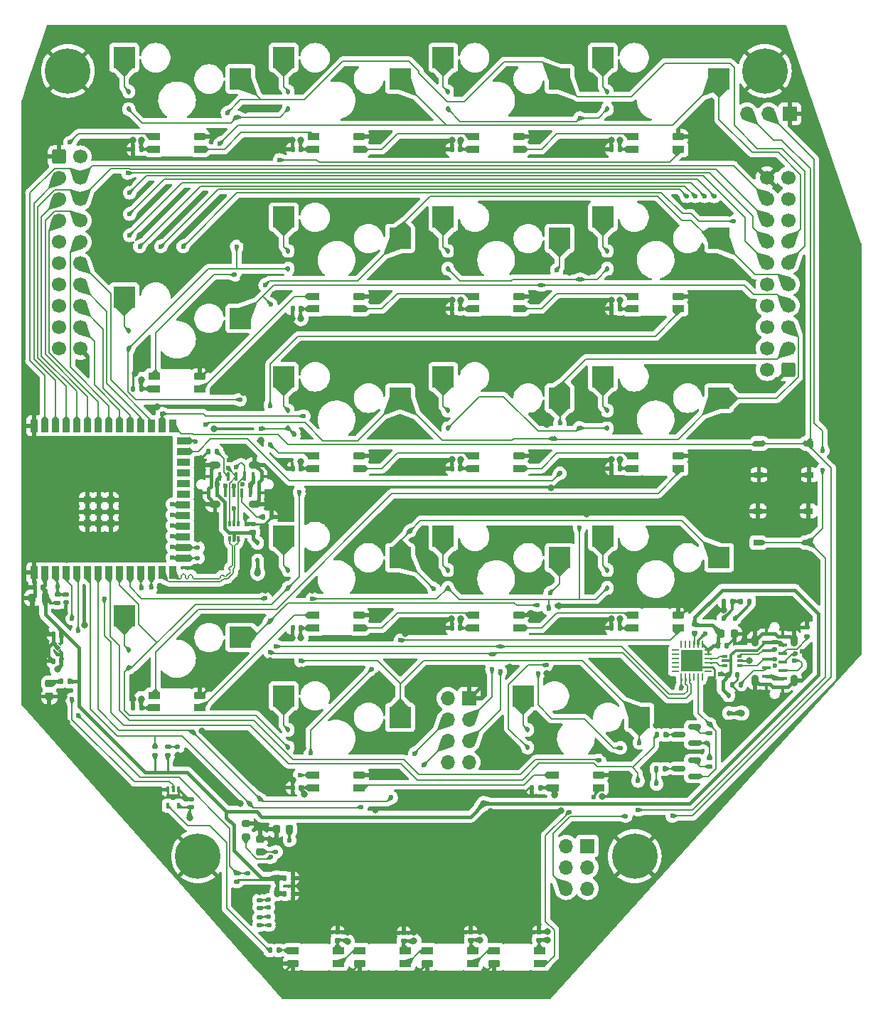
<source format=gtl>
%TF.GenerationSoftware,KiCad,Pcbnew,7.0.7-7.0.7~ubuntu20.04.1*%
%TF.CreationDate,2023-09-01T21:13:09-07:00*%
%TF.ProjectId,v2_controller,76325f63-6f6e-4747-926f-6c6c65722e6b,rev?*%
%TF.SameCoordinates,Original*%
%TF.FileFunction,Copper,L1,Top*%
%TF.FilePolarity,Positive*%
%FSLAX46Y46*%
G04 Gerber Fmt 4.6, Leading zero omitted, Abs format (unit mm)*
G04 Created by KiCad (PCBNEW 7.0.7-7.0.7~ubuntu20.04.1) date 2023-09-01 21:13:09*
%MOMM*%
%LPD*%
G01*
G04 APERTURE LIST*
G04 Aperture macros list*
%AMRoundRect*
0 Rectangle with rounded corners*
0 $1 Rounding radius*
0 $2 $3 $4 $5 $6 $7 $8 $9 X,Y pos of 4 corners*
0 Add a 4 corners polygon primitive as box body*
4,1,4,$2,$3,$4,$5,$6,$7,$8,$9,$2,$3,0*
0 Add four circle primitives for the rounded corners*
1,1,$1+$1,$2,$3*
1,1,$1+$1,$4,$5*
1,1,$1+$1,$6,$7*
1,1,$1+$1,$8,$9*
0 Add four rect primitives between the rounded corners*
20,1,$1+$1,$2,$3,$4,$5,0*
20,1,$1+$1,$4,$5,$6,$7,0*
20,1,$1+$1,$6,$7,$8,$9,0*
20,1,$1+$1,$8,$9,$2,$3,0*%
%AMRotRect*
0 Rectangle, with rotation*
0 The origin of the aperture is its center*
0 $1 length*
0 $2 width*
0 $3 Rotation angle, in degrees counterclockwise*
0 Add horizontal line*
21,1,$1,$2,0,0,$3*%
%AMFreePoly0*
4,1,6,0.130000,0.115000,0.130000,-0.115000,-0.130000,-0.115000,-0.130000,0.275000,-0.020000,0.275000,0.130000,0.115000,0.130000,0.115000,$1*%
%AMFreePoly1*
4,1,6,0.130000,-0.115000,-0.130000,-0.115000,-0.130000,0.115000,0.020000,0.275000,0.130000,0.275000,0.130000,-0.115000,0.130000,-0.115000,$1*%
G04 Aperture macros list end*
%TA.AperFunction,SMDPad,CuDef*%
%ADD10RoundRect,0.062500X0.350000X0.062500X-0.350000X0.062500X-0.350000X-0.062500X0.350000X-0.062500X0*%
%TD*%
%TA.AperFunction,SMDPad,CuDef*%
%ADD11RoundRect,0.062500X0.062500X0.350000X-0.062500X0.350000X-0.062500X-0.350000X0.062500X-0.350000X0*%
%TD*%
%TA.AperFunction,SMDPad,CuDef*%
%ADD12R,2.600000X2.600000*%
%TD*%
%TA.AperFunction,SMDPad,CuDef*%
%ADD13RoundRect,0.112500X-0.112500X0.187500X-0.112500X-0.187500X0.112500X-0.187500X0.112500X0.187500X0*%
%TD*%
%TA.AperFunction,SMDPad,CuDef*%
%ADD14RoundRect,0.135000X0.135000X0.185000X-0.135000X0.185000X-0.135000X-0.185000X0.135000X-0.185000X0*%
%TD*%
%TA.AperFunction,SMDPad,CuDef*%
%ADD15R,2.550000X2.500000*%
%TD*%
%TA.AperFunction,SMDPad,CuDef*%
%ADD16R,0.320000X1.000000*%
%TD*%
%TA.AperFunction,ComponentPad*%
%ADD17O,1.400000X0.900000*%
%TD*%
%TA.AperFunction,SMDPad,CuDef*%
%ADD18RoundRect,0.140000X0.140000X0.170000X-0.140000X0.170000X-0.140000X-0.170000X0.140000X-0.170000X0*%
%TD*%
%TA.AperFunction,SMDPad,CuDef*%
%ADD19R,1.400000X0.820000*%
%TD*%
%TA.AperFunction,SMDPad,CuDef*%
%ADD20RoundRect,0.205000X-0.495000X-0.205000X0.495000X-0.205000X0.495000X0.205000X-0.495000X0.205000X0*%
%TD*%
%TA.AperFunction,SMDPad,CuDef*%
%ADD21RoundRect,0.135000X0.185000X-0.135000X0.185000X0.135000X-0.185000X0.135000X-0.185000X-0.135000X0*%
%TD*%
%TA.AperFunction,SMDPad,CuDef*%
%ADD22RoundRect,0.140000X-0.140000X-0.170000X0.140000X-0.170000X0.140000X0.170000X-0.140000X0.170000X0*%
%TD*%
%TA.AperFunction,SMDPad,CuDef*%
%ADD23RoundRect,0.205000X0.495000X0.205000X-0.495000X0.205000X-0.495000X-0.205000X0.495000X-0.205000X0*%
%TD*%
%TA.AperFunction,SMDPad,CuDef*%
%ADD24R,1.000000X0.320000*%
%TD*%
%TA.AperFunction,ComponentPad*%
%ADD25O,0.900000X1.400000*%
%TD*%
%TA.AperFunction,SMDPad,CuDef*%
%ADD26RoundRect,0.140000X-0.170000X0.140000X-0.170000X-0.140000X0.170000X-0.140000X0.170000X0.140000X0*%
%TD*%
%TA.AperFunction,SMDPad,CuDef*%
%ADD27RoundRect,0.135000X-0.135000X-0.185000X0.135000X-0.185000X0.135000X0.185000X-0.135000X0.185000X0*%
%TD*%
%TA.AperFunction,SMDPad,CuDef*%
%ADD28RoundRect,0.140000X0.170000X-0.140000X0.170000X0.140000X-0.170000X0.140000X-0.170000X-0.140000X0*%
%TD*%
%TA.AperFunction,SMDPad,CuDef*%
%ADD29R,0.900000X1.500000*%
%TD*%
%TA.AperFunction,SMDPad,CuDef*%
%ADD30R,1.500000X0.900000*%
%TD*%
%TA.AperFunction,SMDPad,CuDef*%
%ADD31R,0.900000X0.900000*%
%TD*%
%TA.AperFunction,ComponentPad*%
%ADD32RoundRect,0.250000X0.600000X0.600000X-0.600000X0.600000X-0.600000X-0.600000X0.600000X-0.600000X0*%
%TD*%
%TA.AperFunction,ComponentPad*%
%ADD33C,1.700000*%
%TD*%
%TA.AperFunction,ComponentPad*%
%ADD34RoundRect,0.250000X-0.600000X-0.600000X0.600000X-0.600000X0.600000X0.600000X-0.600000X0.600000X0*%
%TD*%
%TA.AperFunction,SMDPad,CuDef*%
%ADD35R,0.400000X0.650000*%
%TD*%
%TA.AperFunction,ComponentPad*%
%ADD36C,0.800000*%
%TD*%
%TA.AperFunction,ComponentPad*%
%ADD37C,5.400000*%
%TD*%
%TA.AperFunction,SMDPad,CuDef*%
%ADD38FreePoly0,180.000000*%
%TD*%
%TA.AperFunction,SMDPad,CuDef*%
%ADD39FreePoly1,180.000000*%
%TD*%
%TA.AperFunction,SMDPad,CuDef*%
%ADD40FreePoly0,0.000000*%
%TD*%
%TA.AperFunction,SMDPad,CuDef*%
%ADD41FreePoly1,0.000000*%
%TD*%
%TA.AperFunction,SMDPad,CuDef*%
%ADD42RotRect,0.520000X0.520000X45.000000*%
%TD*%
%TA.AperFunction,SMDPad,CuDef*%
%ADD43RoundRect,0.225000X0.225000X0.250000X-0.225000X0.250000X-0.225000X-0.250000X0.225000X-0.250000X0*%
%TD*%
%TA.AperFunction,SMDPad,CuDef*%
%ADD44RoundRect,0.150000X0.587500X0.150000X-0.587500X0.150000X-0.587500X-0.150000X0.587500X-0.150000X0*%
%TD*%
%TA.AperFunction,SMDPad,CuDef*%
%ADD45RoundRect,0.218750X0.256250X-0.218750X0.256250X0.218750X-0.256250X0.218750X-0.256250X-0.218750X0*%
%TD*%
%TA.AperFunction,SMDPad,CuDef*%
%ADD46RoundRect,0.112500X0.112500X-0.187500X0.112500X0.187500X-0.112500X0.187500X-0.112500X-0.187500X0*%
%TD*%
%TA.AperFunction,SMDPad,CuDef*%
%ADD47R,0.500000X0.375000*%
%TD*%
%TA.AperFunction,SMDPad,CuDef*%
%ADD48R,0.650000X0.300000*%
%TD*%
%TA.AperFunction,ComponentPad*%
%ADD49R,1.700000X1.700000*%
%TD*%
%TA.AperFunction,ComponentPad*%
%ADD50O,1.700000X1.700000*%
%TD*%
%TA.AperFunction,SMDPad,CuDef*%
%ADD51RoundRect,0.135000X-0.185000X0.135000X-0.185000X-0.135000X0.185000X-0.135000X0.185000X0.135000X0*%
%TD*%
%TA.AperFunction,SMDPad,CuDef*%
%ADD52R,1.000000X0.750000*%
%TD*%
%TA.AperFunction,SMDPad,CuDef*%
%ADD53RoundRect,0.225000X0.250000X-0.225000X0.250000X0.225000X-0.250000X0.225000X-0.250000X-0.225000X0*%
%TD*%
%TA.AperFunction,SMDPad,CuDef*%
%ADD54R,0.375000X0.500000*%
%TD*%
%TA.AperFunction,SMDPad,CuDef*%
%ADD55R,0.300000X0.650000*%
%TD*%
%TA.AperFunction,SMDPad,CuDef*%
%ADD56RoundRect,0.200000X0.275000X-0.200000X0.275000X0.200000X-0.275000X0.200000X-0.275000X-0.200000X0*%
%TD*%
%TA.AperFunction,ViaPad*%
%ADD57C,0.800000*%
%TD*%
%TA.AperFunction,ViaPad*%
%ADD58C,0.600000*%
%TD*%
%TA.AperFunction,Conductor*%
%ADD59C,0.400000*%
%TD*%
%TA.AperFunction,Conductor*%
%ADD60C,0.250000*%
%TD*%
%TA.AperFunction,Conductor*%
%ADD61C,0.500000*%
%TD*%
%TA.AperFunction,Conductor*%
%ADD62C,0.350000*%
%TD*%
%TA.AperFunction,Conductor*%
%ADD63C,0.150000*%
%TD*%
%TA.AperFunction,Conductor*%
%ADD64C,0.300000*%
%TD*%
%TA.AperFunction,Conductor*%
%ADD65C,0.155400*%
%TD*%
G04 APERTURE END LIST*
D10*
%TO.P,U7,1,~{RI}/CLK*%
%TO.N,unconnected-(U7-~{RI}{slash}CLK-Pad1)*%
X124758500Y-115978000D03*
%TO.P,U7,2,GND*%
%TO.N,GND*%
X124758500Y-115478000D03*
%TO.P,U7,3,D+*%
%TO.N,/USB/UART_USB_D+*%
X124758500Y-114978000D03*
%TO.P,U7,4,D-*%
%TO.N,/USB/UART_USB_D-*%
X124758500Y-114478000D03*
%TO.P,U7,5,VIO*%
%TO.N,+3.3V*%
X124758500Y-113978000D03*
%TO.P,U7,6,VDD*%
X124758500Y-113478000D03*
D11*
%TO.P,U7,7,VREGIN*%
X124071000Y-112790500D03*
%TO.P,U7,8,VBUS*%
%TO.N,Net-(U7-VBUS)*%
X123571000Y-112790500D03*
%TO.P,U7,9,~{RST}*%
%TO.N,Net-(U7-~{RST})*%
X123071000Y-112790500D03*
%TO.P,U7,10,NC*%
%TO.N,unconnected-(U7-NC-Pad10)*%
X122571000Y-112790500D03*
%TO.P,U7,11,~{WAKEUP}/GPIO.3*%
%TO.N,unconnected-(U7-~{WAKEUP}{slash}GPIO.3-Pad11)*%
X122071000Y-112790500D03*
%TO.P,U7,12,RS485/GPIO.2*%
%TO.N,unconnected-(U7-RS485{slash}GPIO.2-Pad12)*%
X121571000Y-112790500D03*
D10*
%TO.P,U7,13,~{RXT}/GPIO.1*%
%TO.N,unconnected-(U7-~{RXT}{slash}GPIO.1-Pad13)*%
X120883500Y-113478000D03*
%TO.P,U7,14,~{TXT}/GPIO.0*%
%TO.N,unconnected-(U7-~{TXT}{slash}GPIO.0-Pad14)*%
X120883500Y-113978000D03*
%TO.P,U7,15,~{SUSPEND}*%
%TO.N,unconnected-(U7-~{SUSPEND}-Pad15)*%
X120883500Y-114478000D03*
%TO.P,U7,16,NC*%
%TO.N,unconnected-(U7-NC-Pad16)*%
X120883500Y-114978000D03*
%TO.P,U7,17,SUSPEND*%
%TO.N,unconnected-(U7-SUSPEND-Pad17)*%
X120883500Y-115478000D03*
%TO.P,U7,18,~{CTS}*%
%TO.N,unconnected-(U7-~{CTS}-Pad18)*%
X120883500Y-115978000D03*
D11*
%TO.P,U7,19,~{RTS}*%
%TO.N,/ESP32/UART_RTS*%
X121571000Y-116665500D03*
%TO.P,U7,20,RXD*%
%TO.N,/ESP32/UART_TX*%
X122071000Y-116665500D03*
%TO.P,U7,21,TXD*%
%TO.N,/ESP32/UART_RX*%
X122571000Y-116665500D03*
%TO.P,U7,22,~{DSR}*%
%TO.N,unconnected-(U7-~{DSR}-Pad22)*%
X123071000Y-116665500D03*
%TO.P,U7,23,~{DTR}*%
%TO.N,/ESP32/UART_DTR*%
X123571000Y-116665500D03*
%TO.P,U7,24,~{DCD}*%
%TO.N,unconnected-(U7-~{DCD}-Pad24)*%
X124071000Y-116665500D03*
D12*
%TO.P,U7,25,GND*%
%TO.N,GND*%
X122821000Y-114728000D03*
%TD*%
D13*
%TO.P,D34,1,K*%
%TO.N,Net-(D34-K)*%
X112750000Y-46950000D03*
%TO.P,D34,2,A*%
%TO.N,/ESP32/COL8*%
X112750000Y-49050000D03*
%TD*%
D14*
%TO.P,R8,1*%
%TO.N,Net-(J1-CC1)*%
X66251000Y-89856000D03*
%TO.P,R8,2*%
%TO.N,GND*%
X65231000Y-89856000D03*
%TD*%
D15*
%TO.P,SW10,1*%
%TO.N,/ESP32/ROW2*%
X126060000Y-64460000D03*
%TO.P,SW10,2*%
%TO.N,Net-(D30-K)*%
X112210000Y-61920000D03*
%TD*%
D16*
%TO.P,J1,A1,GND*%
%TO.N,GND*%
X65560000Y-92800000D03*
%TO.P,J1,A4,VBUS*%
%TO.N,/USB/USB_VBUS*%
X66560000Y-92800000D03*
%TO.P,J1,A5,CC1*%
%TO.N,Net-(J1-CC1)*%
X67560000Y-92800000D03*
%TO.P,J1,A6,D+*%
%TO.N,Net-(J1-D+-PadA6)*%
X68560000Y-92800000D03*
%TO.P,J1,A7,D-*%
%TO.N,Net-(J1-D--PadA7)*%
X69560000Y-92800000D03*
%TO.P,J1,A9,VBUS*%
%TO.N,/USB/USB_VBUS*%
X70560000Y-92800000D03*
%TO.P,J1,A12,GND*%
%TO.N,GND*%
X71560000Y-92800000D03*
%TO.P,J1,B1,GND*%
X71240000Y-94700000D03*
%TO.P,J1,B4,VBUS*%
%TO.N,/USB/USB_VBUS*%
X70240000Y-94700000D03*
%TO.P,J1,B5,CC2*%
%TO.N,Net-(J1-CC2)*%
X69240000Y-94700000D03*
%TO.P,J1,B6,D+*%
%TO.N,Net-(J1-D+-PadA6)*%
X68240000Y-94700000D03*
%TO.P,J1,B7,D-*%
%TO.N,Net-(J1-D--PadA7)*%
X67240000Y-94700000D03*
%TO.P,J1,B9,VBUS*%
%TO.N,/USB/USB_VBUS*%
X66240000Y-94700000D03*
%TO.P,J1,B12,GND*%
%TO.N,GND*%
X65240000Y-94700000D03*
D17*
%TO.P,J1,S1,SHIELD*%
X66030000Y-96070000D03*
X70770000Y-96070000D03*
X66030000Y-91430000D03*
X70770000Y-91430000D03*
%TD*%
D18*
%TO.P,C3,1*%
%TO.N,+3.3V*%
X45522000Y-106001000D03*
%TO.P,C3,2*%
%TO.N,GND*%
X44562000Y-106001000D03*
%TD*%
D19*
%TO.P,D41,1,VDD*%
%TO.N,+5V*%
X104700000Y-149250000D03*
%TO.P,D41,2,DOUT*%
%TO.N,/LEDs/LED_NP_MAIN_DIN*%
X104700000Y-150750000D03*
D20*
%TO.P,D41,3,VSS*%
%TO.N,GND*%
X99300000Y-150750000D03*
D19*
%TO.P,D41,4,DIN*%
%TO.N,Net-(D40-DOUT)*%
X99300000Y-149250000D03*
%TD*%
D21*
%TO.P,R3,1*%
%TO.N,+3.3V*%
X60400000Y-126010000D03*
%TO.P,R3,2*%
%TO.N,/ESP32/SDA*%
X60400000Y-124990000D03*
%TD*%
D22*
%TO.P,C29,1*%
%TO.N,GND*%
X75270000Y-72830000D03*
%TO.P,C29,2*%
%TO.N,+5V*%
X76230000Y-72830000D03*
%TD*%
D15*
%TO.P,SW17,1*%
%TO.N,/ESP32/ROW1*%
X69060000Y-45460000D03*
%TO.P,SW17,2*%
%TO.N,Net-(D37-K)*%
X55210000Y-42920000D03*
%TD*%
D19*
%TO.P,D39,1,VDD*%
%TO.N,+5V*%
X88700000Y-149250000D03*
%TO.P,D39,2,DOUT*%
%TO.N,Net-(D39-DOUT)*%
X88700000Y-150750000D03*
D20*
%TO.P,D39,3,VSS*%
%TO.N,GND*%
X83300000Y-150750000D03*
D19*
%TO.P,D39,4,DIN*%
%TO.N,Net-(D38-DOUT)*%
X83300000Y-149250000D03*
%TD*%
D21*
%TO.P,R11,1*%
%TO.N,Net-(J2-CC2)*%
X136548000Y-111794000D03*
%TO.P,R11,2*%
%TO.N,GND*%
X136548000Y-110774000D03*
%TD*%
D19*
%TO.P,D17,1,VDD*%
%TO.N,+5V*%
X58800000Y-53830000D03*
%TO.P,D17,2,DOUT*%
%TO.N,/ESP32/LED_RIGHT_DIN*%
X58800000Y-52330000D03*
D23*
%TO.P,D17,3,VSS*%
%TO.N,GND*%
X64200000Y-52330000D03*
D19*
%TO.P,D17,4,DIN*%
%TO.N,Net-(D16-DOUT)*%
X64200000Y-53830000D03*
%TD*%
D24*
%TO.P,J2,A1,GND*%
%TO.N,GND*%
X131722000Y-117538000D03*
%TO.P,J2,A4,VBUS*%
%TO.N,/USB/UART_USB_VBUS*%
X131722000Y-116538000D03*
%TO.P,J2,A5,CC1*%
%TO.N,Net-(J2-CC1)*%
X131722000Y-115538000D03*
%TO.P,J2,A6,D+*%
%TO.N,Net-(J2-D+-PadA6)*%
X131722000Y-114538000D03*
%TO.P,J2,A7,D-*%
%TO.N,Net-(J2-D--PadA7)*%
X131722000Y-113538000D03*
%TO.P,J2,A9,VBUS*%
%TO.N,/USB/UART_USB_VBUS*%
X131722000Y-112538000D03*
%TO.P,J2,A12,GND*%
%TO.N,GND*%
X131722000Y-111538000D03*
%TO.P,J2,B1,GND*%
X133622000Y-111858000D03*
%TO.P,J2,B4,VBUS*%
%TO.N,/USB/UART_USB_VBUS*%
X133622000Y-112858000D03*
%TO.P,J2,B5,CC2*%
%TO.N,Net-(J2-CC2)*%
X133622000Y-113858000D03*
%TO.P,J2,B6,D+*%
%TO.N,Net-(J2-D+-PadA6)*%
X133622000Y-114858000D03*
%TO.P,J2,B7,D-*%
%TO.N,Net-(J2-D--PadA7)*%
X133622000Y-115858000D03*
%TO.P,J2,B9,VBUS*%
%TO.N,/USB/UART_USB_VBUS*%
X133622000Y-116858000D03*
%TO.P,J2,B12,GND*%
%TO.N,GND*%
X133622000Y-117858000D03*
D25*
%TO.P,J2,S1,SHIELD*%
X134992000Y-117068000D03*
X134992000Y-112328000D03*
X130352000Y-117068000D03*
X130352000Y-112328000D03*
%TD*%
D15*
%TO.P,SW14,1*%
%TO.N,/ESP32/ROW0*%
X126060000Y-45460000D03*
%TO.P,SW14,2*%
%TO.N,Net-(D34-K)*%
X112210000Y-42920000D03*
%TD*%
D19*
%TO.P,D8,1,VDD*%
%TO.N,+5V*%
X96800000Y-91830000D03*
%TO.P,D8,2,DOUT*%
%TO.N,Net-(D8-DOUT)*%
X96800000Y-90330000D03*
D23*
%TO.P,D8,3,VSS*%
%TO.N,GND*%
X102200000Y-90330000D03*
D19*
%TO.P,D8,4,DIN*%
%TO.N,Net-(D7-DOUT)*%
X102200000Y-91830000D03*
%TD*%
D26*
%TO.P,C38,1*%
%TO.N,GND*%
X80600000Y-147020000D03*
%TO.P,C38,2*%
%TO.N,+5V*%
X80600000Y-147980000D03*
%TD*%
D13*
%TO.P,D33,1,K*%
%TO.N,Net-(D33-K)*%
X55750000Y-75450000D03*
%TO.P,D33,2,A*%
%TO.N,/ESP32/COL9*%
X55750000Y-77550000D03*
%TD*%
D27*
%TO.P,R9,1*%
%TO.N,Net-(J1-CC2)*%
X71708000Y-97603000D03*
%TO.P,R9,2*%
%TO.N,GND*%
X72728000Y-97603000D03*
%TD*%
D22*
%TO.P,C20,1*%
%TO.N,GND*%
X113270000Y-72830000D03*
%TO.P,C20,2*%
%TO.N,+5V*%
X114230000Y-72830000D03*
%TD*%
D28*
%TO.P,C10,1*%
%TO.N,+5V*%
X63200000Y-132180000D03*
%TO.P,C10,2*%
%TO.N,GND*%
X63200000Y-131220000D03*
%TD*%
D13*
%TO.P,D21,1,K*%
%TO.N,Net-(D21-K)*%
X103250000Y-122950000D03*
%TO.P,D21,2,A*%
%TO.N,/ESP32/COL8*%
X103250000Y-125050000D03*
%TD*%
D19*
%TO.P,D7,1,VDD*%
%TO.N,+5V*%
X115800000Y-91830000D03*
%TO.P,D7,2,DOUT*%
%TO.N,Net-(D7-DOUT)*%
X115800000Y-90330000D03*
D23*
%TO.P,D7,3,VSS*%
%TO.N,GND*%
X121200000Y-90330000D03*
D19*
%TO.P,D7,4,DIN*%
%TO.N,Net-(D6-DOUT)*%
X121200000Y-91830000D03*
%TD*%
%TO.P,D12,1,VDD*%
%TO.N,+5V*%
X77800000Y-72830000D03*
%TO.P,D12,2,DOUT*%
%TO.N,Net-(D12-DOUT)*%
X77800000Y-71330000D03*
D23*
%TO.P,D12,3,VSS*%
%TO.N,GND*%
X83200000Y-71330000D03*
D19*
%TO.P,D12,4,DIN*%
%TO.N,Net-(D11-DOUT)*%
X83200000Y-72830000D03*
%TD*%
D29*
%TO.P,U1,1,GND*%
%TO.N,GND*%
X44490000Y-104250000D03*
%TO.P,U1,2,3V3*%
%TO.N,+3.3V*%
X45760000Y-104250000D03*
%TO.P,U1,3,EN*%
%TO.N,/ESP32/CHIP_PU*%
X47030000Y-104250000D03*
%TO.P,U1,4,GPIO4*%
%TO.N,/ESP32/LED_DIN_3V3*%
X48300000Y-104250000D03*
%TO.P,U1,5,GPIO5*%
%TO.N,/ESP32/OLED_RST*%
X49570000Y-104250000D03*
%TO.P,U1,6,GPIO6*%
%TO.N,/ESP32/SCL*%
X50840000Y-104250000D03*
%TO.P,U1,7,GPIO7*%
%TO.N,/ESP32/SDA*%
X52110000Y-104250000D03*
%TO.P,U1,8,GPIO15/XTAL_32K_P*%
%TO.N,/ESP32/COL10*%
X53380000Y-104250000D03*
%TO.P,U1,9,GPIO16/XTAL_32K_N*%
%TO.N,/ESP32/COL9*%
X54650000Y-104250000D03*
%TO.P,U1,10,GPIO17/U1TXD*%
%TO.N,/ESP32/COL8*%
X55920000Y-104250000D03*
%TO.P,U1,11,GPIO18/U1RXD*%
%TO.N,/ESP32/UART_RX*%
X57190000Y-104250000D03*
%TO.P,U1,12,GPIO8*%
%TO.N,/ESP32/UART_TX*%
X58460000Y-104250000D03*
%TO.P,U1,13,GPIO19/USB_D-*%
%TO.N,/ESP32/USB_D-*%
X59730000Y-104250000D03*
%TO.P,U1,14,GPIO20/USB_D+*%
%TO.N,/ESP32/USB_D+*%
X61000000Y-104250000D03*
D30*
%TO.P,U1,15,GPIO3*%
%TO.N,/ESP32/ROW8*%
X62250000Y-102485000D03*
%TO.P,U1,16,GPIO46*%
%TO.N,/ESP32/ROW7*%
X62250000Y-101215000D03*
%TO.P,U1,17,GPIO9*%
%TO.N,/ESP32/ROW0*%
X62250000Y-99945000D03*
%TO.P,U1,18,GPIO10*%
%TO.N,/ESP32/ROW1*%
X62250000Y-98675000D03*
%TO.P,U1,19,GPIO11*%
%TO.N,/ESP32/ROW2*%
X62250000Y-97405000D03*
%TO.P,U1,20,GPIO12*%
%TO.N,/ESP32/ROW3*%
X62250000Y-96135000D03*
%TO.P,U1,21,GPIO13*%
%TO.N,unconnected-(U1-GPIO13-Pad21)*%
X62250000Y-94865000D03*
%TO.P,U1,22,GPIO14*%
%TO.N,unconnected-(U1-GPIO14-Pad22)*%
X62250000Y-93595000D03*
%TO.P,U1,23,GPIO21*%
%TO.N,unconnected-(U1-GPIO21-Pad23)*%
X62250000Y-92325000D03*
%TO.P,U1,24,GPIO47/SPICLK_P*%
%TO.N,unconnected-(U1-GPIO47{slash}SPICLK_P-Pad24)*%
X62250000Y-91055000D03*
%TO.P,U1,25,GPIO48/SPICLK_N*%
%TO.N,/ESP32/ROW5*%
X62250000Y-89785000D03*
%TO.P,U1,26,GPIO45*%
%TO.N,/ESP32/ROW4*%
X62250000Y-88515000D03*
D29*
%TO.P,U1,27,GPIO0/BOOT*%
%TO.N,/ESP32/GPIO0*%
X61000000Y-86750000D03*
%TO.P,U1,28,GPIO35*%
%TO.N,/ESP32/ROW6*%
X59730000Y-86750000D03*
%TO.P,U1,29,GPIO36*%
%TO.N,/ESP32/COL4*%
X58460000Y-86750000D03*
%TO.P,U1,30,GPIO37*%
%TO.N,/ESP32/COL5*%
X57190000Y-86750000D03*
%TO.P,U1,31,GPIO38*%
%TO.N,/ESP32/COL6*%
X55920000Y-86750000D03*
%TO.P,U1,32,GPIO39*%
%TO.N,/ESP32/COL7*%
X54650000Y-86750000D03*
%TO.P,U1,33,GPIO40*%
%TO.N,/ESP32/COL3*%
X53380000Y-86750000D03*
%TO.P,U1,34,GPIO41*%
%TO.N,/ESP32/ROW9*%
X52110000Y-86750000D03*
%TO.P,U1,35,GPIO42*%
%TO.N,/ESP32/COL2*%
X50840000Y-86750000D03*
%TO.P,U1,36,GPIO44/U0RXD*%
%TO.N,/ESP32/ROW10*%
X49570000Y-86750000D03*
%TO.P,U1,37,GPIO43/U0TXD*%
%TO.N,/ESP32/COL1*%
X48300000Y-86750000D03*
%TO.P,U1,38,GPIO2*%
%TO.N,/ESP32/ROW11*%
X47030000Y-86750000D03*
%TO.P,U1,39,GPIO1*%
%TO.N,/ESP32/COL0*%
X45760000Y-86750000D03*
%TO.P,U1,40,GND*%
%TO.N,GND*%
X44490000Y-86750000D03*
D31*
%TO.P,U1,41,GND*%
X50810000Y-98400000D03*
X52210000Y-98400000D03*
X53610000Y-98400000D03*
X53610000Y-98400000D03*
X50810000Y-97000000D03*
X50810000Y-97000000D03*
X52210000Y-97000000D03*
X53610000Y-97000000D03*
X50810000Y-95600000D03*
X52210000Y-95600000D03*
X53610000Y-95600000D03*
%TD*%
D27*
%TO.P,R6,1*%
%TO.N,/ESP32/CHIP_PU*%
X118662000Y-123558000D03*
%TO.P,R6,2*%
%TO.N,Net-(Q1-C)*%
X119682000Y-123558000D03*
%TD*%
D15*
%TO.P,SW7,1*%
%TO.N,/ESP32/ROW4*%
X126060000Y-83460000D03*
%TO.P,SW7,2*%
%TO.N,Net-(D27-K)*%
X112210000Y-80920000D03*
%TD*%
D22*
%TO.P,C25,1*%
%TO.N,GND*%
X94270000Y-72830000D03*
%TO.P,C25,2*%
%TO.N,+5V*%
X95230000Y-72830000D03*
%TD*%
D32*
%TO.P,J3,1,Pin_1*%
%TO.N,GND*%
X134300000Y-80060000D03*
D33*
%TO.P,J3,2,Pin_2*%
%TO.N,+5V*%
X131760000Y-80060000D03*
%TO.P,J3,3,Pin_3*%
%TO.N,/ESP32/ROW5*%
X134300000Y-77520000D03*
%TO.P,J3,4,Pin_4*%
%TO.N,/ESP32/COL7*%
X131760000Y-77520000D03*
%TO.P,J3,5,Pin_5*%
%TO.N,/ESP32/ROW4*%
X134300000Y-74980000D03*
%TO.P,J3,6,Pin_6*%
%TO.N,/ESP32/COL6*%
X131760000Y-74980000D03*
%TO.P,J3,7,Pin_7*%
%TO.N,/ESP32/ROW3*%
X134300000Y-72440000D03*
%TO.P,J3,8,Pin_8*%
%TO.N,/ESP32/COL5*%
X131760000Y-72440000D03*
%TO.P,J3,9,Pin_9*%
%TO.N,/ESP32/ROW2*%
X134300000Y-69900000D03*
%TO.P,J3,10,Pin_10*%
%TO.N,/ESP32/COL4*%
X131760000Y-69900000D03*
%TO.P,J3,11,Pin_11*%
%TO.N,/ESP32/ROW1*%
X134300000Y-67360000D03*
%TO.P,J3,12,Pin_12*%
%TO.N,/ESP32/COL3*%
X131760000Y-67360000D03*
%TO.P,J3,13,Pin_13*%
%TO.N,/ESP32/ROW0*%
X134300000Y-64820000D03*
%TO.P,J3,14,Pin_14*%
%TO.N,/ESP32/COL2*%
X131760000Y-64820000D03*
%TO.P,J3,15,Pin_15*%
%TO.N,/ESP32/LED_LEFT_DIN*%
X134300000Y-62280000D03*
%TO.P,J3,16,Pin_16*%
%TO.N,/ESP32/COL1*%
X131760000Y-62280000D03*
%TO.P,J3,17,Pin_17*%
%TO.N,unconnected-(J3-Pin_17-Pad17)*%
X134300000Y-59740000D03*
%TO.P,J3,18,Pin_18*%
%TO.N,/ESP32/COL0*%
X131760000Y-59740000D03*
%TO.P,J3,19,Pin_19*%
%TO.N,unconnected-(J3-Pin_19-Pad19)*%
X134300000Y-57200000D03*
%TO.P,J3,20,Pin_20*%
%TO.N,GND*%
X131760000Y-57200000D03*
%TD*%
D27*
%TO.P,R7,1*%
%TO.N,/ESP32/GPIO0*%
X118590000Y-127600000D03*
%TO.P,R7,2*%
%TO.N,Net-(Q2-C)*%
X119610000Y-127600000D03*
%TD*%
D22*
%TO.P,C24,1*%
%TO.N,GND*%
X94270000Y-53830000D03*
%TO.P,C24,2*%
%TO.N,+5V*%
X95230000Y-53830000D03*
%TD*%
D18*
%TO.P,C11,1*%
%TO.N,+5V*%
X47724000Y-114757000D03*
%TO.P,C11,2*%
%TO.N,GND*%
X46764000Y-114757000D03*
%TD*%
D19*
%TO.P,D38,1,VDD*%
%TO.N,+5V*%
X80700000Y-149250000D03*
%TO.P,D38,2,DOUT*%
%TO.N,Net-(D38-DOUT)*%
X80700000Y-150750000D03*
D20*
%TO.P,D38,3,VSS*%
%TO.N,GND*%
X75300000Y-150750000D03*
D19*
%TO.P,D38,4,DIN*%
%TO.N,Net-(D38-DIN)*%
X75300000Y-149250000D03*
%TD*%
D22*
%TO.P,C26,1*%
%TO.N,GND*%
X94270000Y-91830000D03*
%TO.P,C26,2*%
%TO.N,+5V*%
X95230000Y-91830000D03*
%TD*%
%TO.P,C21,1*%
%TO.N,GND*%
X113270000Y-91830000D03*
%TO.P,C21,2*%
%TO.N,+5V*%
X114230000Y-91830000D03*
%TD*%
D13*
%TO.P,D37,1,K*%
%TO.N,Net-(D37-K)*%
X55750000Y-46950000D03*
%TO.P,D37,2,A*%
%TO.N,/ESP32/COL9*%
X55750000Y-49050000D03*
%TD*%
D34*
%TO.P,J4,1,Pin_1*%
%TO.N,GND*%
X47429600Y-54718400D03*
D33*
%TO.P,J4,2,Pin_2*%
%TO.N,+5V*%
X49969600Y-54718400D03*
%TO.P,J4,3,Pin_3*%
%TO.N,/ESP32/ROW11*%
X47429600Y-57258400D03*
%TO.P,J4,4,Pin_4*%
%TO.N,/ESP32/COL0*%
X49969600Y-57258400D03*
%TO.P,J4,5,Pin_5*%
%TO.N,/ESP32/ROW10*%
X47429600Y-59798400D03*
%TO.P,J4,6,Pin_6*%
%TO.N,/ESP32/COL1*%
X49969600Y-59798400D03*
%TO.P,J4,7,Pin_7*%
%TO.N,/ESP32/ROW9*%
X47429600Y-62338400D03*
%TO.P,J4,8,Pin_8*%
%TO.N,/ESP32/COL2*%
X49969600Y-62338400D03*
%TO.P,J4,9,Pin_9*%
%TO.N,/ESP32/ROW8*%
X47429600Y-64878400D03*
%TO.P,J4,10,Pin_10*%
%TO.N,/ESP32/COL3*%
X49969600Y-64878400D03*
%TO.P,J4,11,Pin_11*%
%TO.N,/ESP32/ROW7*%
X47429600Y-67418400D03*
%TO.P,J4,12,Pin_12*%
%TO.N,/ESP32/COL4*%
X49969600Y-67418400D03*
%TO.P,J4,13,Pin_13*%
%TO.N,/ESP32/ROW6*%
X47429600Y-69958400D03*
%TO.P,J4,14,Pin_14*%
%TO.N,/ESP32/COL5*%
X49969600Y-69958400D03*
%TO.P,J4,15,Pin_15*%
%TO.N,/ESP32/LED_RIGHT_DIN*%
X47429600Y-72498400D03*
%TO.P,J4,16,Pin_16*%
%TO.N,/ESP32/COL6*%
X49969600Y-72498400D03*
%TO.P,J4,17,Pin_17*%
%TO.N,/ESP32/LED_LEFT_DIN*%
X47429600Y-75038400D03*
%TO.P,J4,18,Pin_18*%
%TO.N,/ESP32/COL7*%
X49969600Y-75038400D03*
%TO.P,J4,19,Pin_19*%
%TO.N,unconnected-(J4-Pin_19-Pad19)*%
X47429600Y-77578400D03*
%TO.P,J4,20,Pin_20*%
%TO.N,GND*%
X49969600Y-77578400D03*
%TD*%
D22*
%TO.P,C32,1*%
%TO.N,GND*%
X75270000Y-129829999D03*
%TO.P,C32,2*%
%TO.N,+5V*%
X76230000Y-129829999D03*
%TD*%
D26*
%TO.P,C39,1*%
%TO.N,GND*%
X88500000Y-147120000D03*
%TO.P,C39,2*%
%TO.N,+5V*%
X88500000Y-148080000D03*
%TD*%
D35*
%TO.P,U3,1*%
%TO.N,GND*%
X61694000Y-130070000D03*
%TO.P,U3,2*%
%TO.N,/ESP32/LED_DIN_3V3*%
X61044000Y-130070000D03*
%TO.P,U3,3,GND*%
%TO.N,GND*%
X60394000Y-130070000D03*
%TO.P,U3,4*%
%TO.N,/ESP32/LED_NUMPAD_DIN*%
X60394000Y-131970000D03*
%TO.P,U3,5,VCC*%
%TO.N,+5V*%
X61694000Y-131970000D03*
%TD*%
D22*
%TO.P,C16,1*%
%TO.N,/USB/UART_USB_VBUS*%
X127239000Y-116415000D03*
%TO.P,C16,2*%
%TO.N,GND*%
X128199000Y-116415000D03*
%TD*%
D36*
%TO.P,H2,1,1*%
%TO.N,GND*%
X129475000Y-44500000D03*
X130068109Y-43068109D03*
X130068109Y-45931891D03*
X131500000Y-42475000D03*
D37*
X131500000Y-44500000D03*
D36*
X131500000Y-46525000D03*
X132931891Y-43068109D03*
X132931891Y-45931891D03*
X133525000Y-44500000D03*
%TD*%
D21*
%TO.P,R17,1*%
%TO.N,+3.3V*%
X68605000Y-141020000D03*
%TO.P,R17,2*%
%TO.N,/ESP32/OLED_RST*%
X68605000Y-140000000D03*
%TD*%
D15*
%TO.P,SW15,1*%
%TO.N,/ESP32/ROW1*%
X107060000Y-45460000D03*
%TO.P,SW15,2*%
%TO.N,Net-(D35-K)*%
X93210000Y-42920000D03*
%TD*%
D13*
%TO.P,D32,1,K*%
%TO.N,Net-(D32-K)*%
X74750000Y-65950000D03*
%TO.P,D32,2,A*%
%TO.N,/ESP32/COL9*%
X74750000Y-68050000D03*
%TD*%
D19*
%TO.P,D15,1,VDD*%
%TO.N,+5V*%
X96800000Y-53830000D03*
%TO.P,D15,2,DOUT*%
%TO.N,Net-(D15-DOUT)*%
X96800000Y-52330000D03*
D23*
%TO.P,D15,3,VSS*%
%TO.N,GND*%
X102200000Y-52330000D03*
D19*
%TO.P,D15,4,DIN*%
%TO.N,Net-(D14-DOUT)*%
X102200000Y-53830000D03*
%TD*%
D13*
%TO.P,D25,1,K*%
%TO.N,Net-(D25-K)*%
X74750000Y-103950000D03*
%TO.P,D25,2,A*%
%TO.N,/ESP32/COL9*%
X74750000Y-106050000D03*
%TD*%
D38*
%TO.P,U4,1,OUT*%
%TO.N,+3.3V*%
X47569000Y-112672000D03*
D39*
%TO.P,U4,2,GND*%
%TO.N,GND*%
X46919000Y-112672000D03*
D40*
%TO.P,U4,3,EN*%
%TO.N,+5V*%
X46919000Y-113642000D03*
D41*
%TO.P,U4,4,IN*%
X47569000Y-113642000D03*
D42*
%TO.P,U4,5,EPAD*%
%TO.N,GND*%
X47244000Y-113157000D03*
%TD*%
D19*
%TO.P,D9,1,VDD*%
%TO.N,+5V*%
X77800000Y-91830000D03*
%TO.P,D9,2,DOUT*%
%TO.N,Net-(D10-DIN)*%
X77800000Y-90330000D03*
D23*
%TO.P,D9,3,VSS*%
%TO.N,GND*%
X83200000Y-90330000D03*
D19*
%TO.P,D9,4,DIN*%
%TO.N,Net-(D8-DOUT)*%
X83200000Y-91830000D03*
%TD*%
D22*
%TO.P,C22,1*%
%TO.N,GND*%
X113270000Y-110830000D03*
%TO.P,C22,2*%
%TO.N,+5V*%
X114230000Y-110830000D03*
%TD*%
D14*
%TO.P,R10,1*%
%TO.N,Net-(J2-CC1)*%
X128610000Y-117558000D03*
%TO.P,R10,2*%
%TO.N,GND*%
X127590000Y-117558000D03*
%TD*%
D19*
%TO.P,D2,1,VDD*%
%TO.N,+5V*%
X77800000Y-129829999D03*
%TO.P,D2,2,DOUT*%
%TO.N,Net-(D2-DOUT)*%
X77800000Y-128329999D03*
D23*
%TO.P,D2,3,VSS*%
%TO.N,GND*%
X83200000Y-128329999D03*
D19*
%TO.P,D2,4,DIN*%
%TO.N,Net-(D1-DOUT)*%
X83200000Y-129829999D03*
%TD*%
D13*
%TO.P,D23,1,K*%
%TO.N,Net-(D23-K)*%
X112750000Y-103950000D03*
%TO.P,D23,2,A*%
%TO.N,/ESP32/COL8*%
X112750000Y-106050000D03*
%TD*%
D36*
%TO.P,H4,1,1*%
%TO.N,GND*%
X113975000Y-138000000D03*
X114568109Y-136568109D03*
X114568109Y-139431891D03*
X116000000Y-135975000D03*
D37*
X116000000Y-138000000D03*
D36*
X116000000Y-140025000D03*
X117431891Y-136568109D03*
X117431891Y-139431891D03*
X118025000Y-138000000D03*
%TD*%
D15*
%TO.P,SW13,1*%
%TO.N,/ESP32/ROW3*%
X69060000Y-73960000D03*
%TO.P,SW13,2*%
%TO.N,Net-(D33-K)*%
X55210000Y-71420000D03*
%TD*%
D43*
%TO.P,C2,1*%
%TO.N,+3.3V*%
X45817000Y-107271000D03*
%TO.P,C2,2*%
%TO.N,GND*%
X44267000Y-107271000D03*
%TD*%
D44*
%TO.P,Q2,1,E*%
%TO.N,/ESP32/UART_DTR*%
X123137500Y-128500000D03*
%TO.P,Q2,2,B*%
%TO.N,Net-(Q2-B)*%
X123137500Y-126600000D03*
%TO.P,Q2,3,C*%
%TO.N,Net-(Q2-C)*%
X121262500Y-127550000D03*
%TD*%
D18*
%TO.P,C4,1*%
%TO.N,GND*%
X75280000Y-140600000D03*
%TO.P,C4,2*%
%TO.N,+3.3V*%
X74320000Y-140600000D03*
%TD*%
D43*
%TO.P,C17,1*%
%TO.N,GND*%
X127859000Y-111538000D03*
%TO.P,C17,2*%
%TO.N,+3.3V*%
X126309000Y-111538000D03*
%TD*%
D13*
%TO.P,D30,1,K*%
%TO.N,Net-(D30-K)*%
X112750000Y-65950000D03*
%TO.P,D30,2,A*%
%TO.N,/ESP32/COL8*%
X112750000Y-68050000D03*
%TD*%
D22*
%TO.P,C19,1*%
%TO.N,GND*%
X113270000Y-53830000D03*
%TO.P,C19,2*%
%TO.N,+5V*%
X114230000Y-53830000D03*
%TD*%
D13*
%TO.P,D27,1,K*%
%TO.N,Net-(D27-K)*%
X112750000Y-84950000D03*
%TO.P,D27,2,A*%
%TO.N,/ESP32/COL8*%
X112750000Y-87050000D03*
%TD*%
D45*
%TO.P,D20,1,K*%
%TO.N,GND*%
X46300000Y-118987500D03*
%TO.P,D20,2,A*%
%TO.N,Net-(D20-A)*%
X46300000Y-117412500D03*
%TD*%
D14*
%TO.P,R13,1*%
%TO.N,/USB/UART_USB_VBUS*%
X129660000Y-107652000D03*
%TO.P,R13,2*%
%TO.N,Net-(U7-VBUS)*%
X128640000Y-107652000D03*
%TD*%
D21*
%TO.P,R2,1*%
%TO.N,+3.3V*%
X58900000Y-126010000D03*
%TO.P,R2,2*%
%TO.N,/ESP32/SCL*%
X58900000Y-124990000D03*
%TD*%
D46*
%TO.P,D19,1,K*%
%TO.N,+5V*%
X127200000Y-120950000D03*
%TO.P,D19,2,A*%
%TO.N,/USB/UART_USB_VBUS*%
X127200000Y-118850000D03*
%TD*%
D47*
%TO.P,U6,1,I/O1*%
%TO.N,Net-(J2-D+-PadA6)*%
X128442000Y-115280000D03*
D48*
%TO.P,U6,2,GND*%
%TO.N,GND*%
X128517000Y-114742500D03*
D47*
%TO.P,U6,3,I/O2*%
%TO.N,Net-(J2-D--PadA7)*%
X128442000Y-114205000D03*
%TO.P,U6,4,I/O2*%
%TO.N,/USB/UART_USB_D-*%
X126742000Y-114205000D03*
D48*
%TO.P,U6,5,VBUS*%
%TO.N,/USB/UART_USB_VBUS*%
X126667000Y-114742500D03*
D47*
%TO.P,U6,6,I/O1*%
%TO.N,/USB/UART_USB_D+*%
X126742000Y-115280000D03*
%TD*%
D44*
%TO.P,Q1,1,E*%
%TO.N,/ESP32/UART_RTS*%
X123147000Y-124500000D03*
%TO.P,Q1,2,B*%
%TO.N,Net-(Q1-B)*%
X123147000Y-122600000D03*
%TO.P,Q1,3,C*%
%TO.N,Net-(Q1-C)*%
X121272000Y-123550000D03*
%TD*%
D15*
%TO.P,SW1,1*%
%TO.N,/ESP32/ROW8*%
X116560000Y-121460000D03*
%TO.P,SW1,2*%
%TO.N,Net-(D21-K)*%
X102710000Y-118920000D03*
%TD*%
D21*
%TO.P,R15,1*%
%TO.N,Net-(U7-~{RST})*%
X123113000Y-111416000D03*
%TO.P,R15,2*%
%TO.N,+3.3V*%
X123113000Y-110396000D03*
%TD*%
D28*
%TO.P,C15,1*%
%TO.N,/USB/USB_VBUS*%
X70600000Y-99380000D03*
%TO.P,C15,2*%
%TO.N,GND*%
X70600000Y-98420000D03*
%TD*%
D15*
%TO.P,SW4,1*%
%TO.N,/ESP32/ROW7*%
X107060000Y-102460000D03*
%TO.P,SW4,2*%
%TO.N,Net-(D24-K)*%
X93210000Y-99920000D03*
%TD*%
D13*
%TO.P,D22,1,K*%
%TO.N,Net-(D22-K)*%
X74750000Y-122950000D03*
%TO.P,D22,2,A*%
%TO.N,/ESP32/COL9*%
X74750000Y-125050000D03*
%TD*%
D26*
%TO.P,C36,1*%
%TO.N,GND*%
X96500000Y-147020000D03*
%TO.P,C36,2*%
%TO.N,+5V*%
X96500000Y-147980000D03*
%TD*%
D49*
%TO.P,J7,1,Pin_1*%
%TO.N,GND*%
X134480000Y-49600000D03*
D50*
%TO.P,J7,2,Pin_2*%
%TO.N,/ESP32/CHIP_PU*%
X131940000Y-49600000D03*
%TO.P,J7,3,Pin_3*%
%TO.N,/ESP32/GPIO0*%
X129400000Y-49600000D03*
%TD*%
D22*
%TO.P,C31,1*%
%TO.N,GND*%
X75270000Y-110830000D03*
%TO.P,C31,2*%
%TO.N,+5V*%
X76230000Y-110830000D03*
%TD*%
%TO.P,C28,1*%
%TO.N,GND*%
X75270000Y-53830000D03*
%TO.P,C28,2*%
%TO.N,+5V*%
X76230000Y-53830000D03*
%TD*%
D51*
%TO.P,R5,1*%
%TO.N,/ESP32/UART_RTS*%
X124900000Y-126290000D03*
%TO.P,R5,2*%
%TO.N,Net-(Q2-B)*%
X124900000Y-127310000D03*
%TD*%
D27*
%TO.P,R16,1*%
%TO.N,/ESP32/LED_NUMPAD_DIN*%
X72580000Y-149200000D03*
%TO.P,R16,2*%
%TO.N,Net-(D38-DIN)*%
X73600000Y-149200000D03*
%TD*%
D43*
%TO.P,C6,1*%
%TO.N,Net-(U2-VCC)*%
X74875000Y-134800000D03*
%TO.P,C6,2*%
%TO.N,GND*%
X73325000Y-134800000D03*
%TD*%
D15*
%TO.P,SW16,1*%
%TO.N,/ESP32/ROW0*%
X88060000Y-45460000D03*
%TO.P,SW16,2*%
%TO.N,Net-(D36-K)*%
X74210000Y-42920000D03*
%TD*%
%TO.P,SW8,1*%
%TO.N,/ESP32/ROW5*%
X107060000Y-83460000D03*
%TO.P,SW8,2*%
%TO.N,Net-(D28-K)*%
X93210000Y-80920000D03*
%TD*%
D19*
%TO.P,D13,1,VDD*%
%TO.N,+5V*%
X58800000Y-82330000D03*
%TO.P,D13,2,DOUT*%
%TO.N,Net-(D13-DOUT)*%
X58800000Y-80830000D03*
D23*
%TO.P,D13,3,VSS*%
%TO.N,GND*%
X64200000Y-80830000D03*
D19*
%TO.P,D13,4,DIN*%
%TO.N,Net-(D12-DOUT)*%
X64200000Y-82330000D03*
%TD*%
D15*
%TO.P,SW9,1*%
%TO.N,/ESP32/ROW4*%
X88060000Y-83460000D03*
%TO.P,SW9,2*%
%TO.N,Net-(D29-K)*%
X74210000Y-80920000D03*
%TD*%
D52*
%TO.P,SW19,1,1*%
%TO.N,GND*%
X130700000Y-96900000D03*
X136700000Y-96900000D03*
%TO.P,SW19,2,2*%
%TO.N,/ESP32/CHIP_PU*%
X130700000Y-100650000D03*
X136700000Y-100650000D03*
%TD*%
D22*
%TO.P,C35,1*%
%TO.N,GND*%
X56270000Y-120330000D03*
%TO.P,C35,2*%
%TO.N,+5V*%
X57230000Y-120330000D03*
%TD*%
D13*
%TO.P,D29,1,K*%
%TO.N,Net-(D29-K)*%
X74750000Y-84950000D03*
%TO.P,D29,2,A*%
%TO.N,/ESP32/COL9*%
X74750000Y-87050000D03*
%TD*%
D22*
%TO.P,C33,1*%
%TO.N,GND*%
X56270000Y-53830000D03*
%TO.P,C33,2*%
%TO.N,+5V*%
X57230000Y-53830000D03*
%TD*%
D15*
%TO.P,SW11,1*%
%TO.N,/ESP32/ROW3*%
X107060000Y-64460000D03*
%TO.P,SW11,2*%
%TO.N,Net-(D31-K)*%
X93210000Y-61920000D03*
%TD*%
D51*
%TO.P,R4,1*%
%TO.N,/ESP32/UART_DTR*%
X124900000Y-122290000D03*
%TO.P,R4,2*%
%TO.N,Net-(Q1-B)*%
X124900000Y-123310000D03*
%TD*%
D21*
%TO.P,R1,1*%
%TO.N,+3.3V*%
X47284000Y-107832000D03*
%TO.P,R1,2*%
%TO.N,/ESP32/CHIP_PU*%
X47284000Y-106812000D03*
%TD*%
D19*
%TO.P,D6,1,VDD*%
%TO.N,+5V*%
X58800000Y-120330000D03*
%TO.P,D6,2,DOUT*%
%TO.N,Net-(D6-DOUT)*%
X58800000Y-118830000D03*
D23*
%TO.P,D6,3,VSS*%
%TO.N,GND*%
X64200000Y-118830000D03*
D19*
%TO.P,D6,4,DIN*%
%TO.N,Net-(D5-DOUT)*%
X64200000Y-120330000D03*
%TD*%
D36*
%TO.P,H3,1,1*%
%TO.N,GND*%
X61975000Y-138000000D03*
X62568109Y-136568109D03*
X62568109Y-139431891D03*
X64000000Y-135975000D03*
D37*
X64000000Y-138000000D03*
D36*
X64000000Y-140025000D03*
X65431891Y-136568109D03*
X65431891Y-139431891D03*
X66025000Y-138000000D03*
%TD*%
D22*
%TO.P,C30,1*%
%TO.N,GND*%
X75270000Y-91830000D03*
%TO.P,C30,2*%
%TO.N,+5V*%
X76230000Y-91830000D03*
%TD*%
D13*
%TO.P,D36,1,K*%
%TO.N,Net-(D36-K)*%
X74750000Y-46950000D03*
%TO.P,D36,2,A*%
%TO.N,/ESP32/COL9*%
X74750000Y-49050000D03*
%TD*%
D19*
%TO.P,D10,1,VDD*%
%TO.N,+5V*%
X115800000Y-72830000D03*
%TO.P,D10,2,DOUT*%
%TO.N,Net-(D10-DOUT)*%
X115800000Y-71330000D03*
D23*
%TO.P,D10,3,VSS*%
%TO.N,GND*%
X121200000Y-71330000D03*
D19*
%TO.P,D10,4,DIN*%
%TO.N,Net-(D10-DIN)*%
X121200000Y-72830000D03*
%TD*%
%TO.P,D1,1,VDD*%
%TO.N,+5V*%
X106300000Y-129829999D03*
%TO.P,D1,2,DOUT*%
%TO.N,Net-(D1-DOUT)*%
X106300000Y-128329999D03*
D23*
%TO.P,D1,3,VSS*%
%TO.N,GND*%
X111700000Y-128329999D03*
D19*
%TO.P,D1,4,DIN*%
%TO.N,/LEDs/LED_NP_MAIN_DIN*%
X111700000Y-129829999D03*
%TD*%
%TO.P,D14,1,VDD*%
%TO.N,+5V*%
X115800000Y-53830000D03*
%TO.P,D14,2,DOUT*%
%TO.N,Net-(D14-DOUT)*%
X115800000Y-52330000D03*
D23*
%TO.P,D14,3,VSS*%
%TO.N,GND*%
X121200000Y-52330000D03*
D19*
%TO.P,D14,4,DIN*%
%TO.N,Net-(D13-DOUT)*%
X121200000Y-53830000D03*
%TD*%
%TO.P,D11,1,VDD*%
%TO.N,+5V*%
X96800000Y-72830000D03*
%TO.P,D11,2,DOUT*%
%TO.N,Net-(D11-DOUT)*%
X96800000Y-71330000D03*
D23*
%TO.P,D11,3,VSS*%
%TO.N,GND*%
X102200000Y-71330000D03*
D19*
%TO.P,D11,4,DIN*%
%TO.N,Net-(D10-DOUT)*%
X102200000Y-72830000D03*
%TD*%
%TO.P,D16,1,VDD*%
%TO.N,+5V*%
X77800000Y-53830000D03*
%TO.P,D16,2,DOUT*%
%TO.N,Net-(D16-DOUT)*%
X77800000Y-52330000D03*
D23*
%TO.P,D16,3,VSS*%
%TO.N,GND*%
X83200000Y-52330000D03*
D19*
%TO.P,D16,4,DIN*%
%TO.N,Net-(D15-DOUT)*%
X83200000Y-53830000D03*
%TD*%
D13*
%TO.P,D28,1,K*%
%TO.N,Net-(D28-K)*%
X93750000Y-84950000D03*
%TO.P,D28,2,A*%
%TO.N,/ESP32/COL8*%
X93750000Y-87050000D03*
%TD*%
D19*
%TO.P,D4,1,VDD*%
%TO.N,+5V*%
X96800000Y-110830000D03*
%TO.P,D4,2,DOUT*%
%TO.N,Net-(D4-DOUT)*%
X96800000Y-109330000D03*
D23*
%TO.P,D4,3,VSS*%
%TO.N,GND*%
X102200000Y-109330000D03*
D19*
%TO.P,D4,4,DIN*%
%TO.N,Net-(D3-DOUT)*%
X102200000Y-110830000D03*
%TD*%
D13*
%TO.P,D35,1,K*%
%TO.N,Net-(D35-K)*%
X93750000Y-46950000D03*
%TO.P,D35,2,A*%
%TO.N,/ESP32/COL8*%
X93750000Y-49050000D03*
%TD*%
D22*
%TO.P,C23,1*%
%TO.N,GND*%
X103770000Y-129829999D03*
%TO.P,C23,2*%
%TO.N,+5V*%
X104730000Y-129829999D03*
%TD*%
D52*
%TO.P,SW18,1,1*%
%TO.N,GND*%
X136800000Y-92600000D03*
X130800000Y-92600000D03*
%TO.P,SW18,2,2*%
%TO.N,/ESP32/GPIO0*%
X136800000Y-88850000D03*
X130800000Y-88850000D03*
%TD*%
D53*
%TO.P,C7,1*%
%TO.N,Net-(U2-VCOMH)*%
X71400000Y-137475000D03*
%TO.P,C7,2*%
%TO.N,GND*%
X71400000Y-135925000D03*
%TD*%
D13*
%TO.P,D24,1,K*%
%TO.N,Net-(D24-K)*%
X93750000Y-103950000D03*
%TO.P,D24,2,A*%
%TO.N,/ESP32/COL8*%
X93750000Y-106050000D03*
%TD*%
D18*
%TO.P,C5,1*%
%TO.N,GND*%
X75280000Y-142500000D03*
%TO.P,C5,2*%
%TO.N,+3.3V*%
X74320000Y-142500000D03*
%TD*%
D26*
%TO.P,C9,1*%
%TO.N,Net-(U2-C2N)*%
X71300000Y-145252000D03*
%TO.P,C9,2*%
%TO.N,Net-(U2-C2P)*%
X71300000Y-146212000D03*
%TD*%
D49*
%TO.P,J6,1,Pin_1*%
%TO.N,/ESP32/COL10*%
X110363000Y-136779000D03*
D50*
%TO.P,J6,2,Pin_2*%
%TO.N,/ESP32/ROW4*%
X107823000Y-136779000D03*
%TO.P,J6,3,Pin_3*%
%TO.N,/ESP32/ROW5*%
X110363000Y-139319000D03*
%TO.P,J6,4,Pin_4*%
%TO.N,/ESP32/ROW6*%
X107823000Y-139319000D03*
%TO.P,J6,5,Pin_5*%
%TO.N,/ESP32/ROW7*%
X110363000Y-141859000D03*
%TO.P,J6,6,Pin_6*%
%TO.N,/ESP32/ROW8*%
X107823000Y-141859000D03*
%TD*%
D54*
%TO.P,U5,1,I/O1*%
%TO.N,Net-(J1-D--PadA7)*%
X68818500Y-98454800D03*
D55*
%TO.P,U5,2,GND*%
%TO.N,GND*%
X68281000Y-98379800D03*
D54*
%TO.P,U5,3,I/O2*%
%TO.N,Net-(J1-D+-PadA6)*%
X67743500Y-98454800D03*
%TO.P,U5,4,I/O2*%
%TO.N,/ESP32/USB_D+*%
X67743500Y-100154800D03*
D55*
%TO.P,U5,5,VBUS*%
%TO.N,/USB/USB_VBUS*%
X68281000Y-100229800D03*
D54*
%TO.P,U5,6,I/O1*%
%TO.N,/ESP32/USB_D-*%
X68818500Y-100154800D03*
%TD*%
D46*
%TO.P,D18,1,K*%
%TO.N,+5V*%
X71100000Y-102800000D03*
%TO.P,D18,2,A*%
%TO.N,/USB/USB_VBUS*%
X71100000Y-100700000D03*
%TD*%
D15*
%TO.P,SW3,1*%
%TO.N,/ESP32/ROW6*%
X126060000Y-102460000D03*
%TO.P,SW3,2*%
%TO.N,Net-(D23-K)*%
X112210000Y-99920000D03*
%TD*%
D13*
%TO.P,D31,1,K*%
%TO.N,Net-(D31-K)*%
X93750000Y-65950000D03*
%TO.P,D31,2,A*%
%TO.N,/ESP32/COL8*%
X93750000Y-68050000D03*
%TD*%
D26*
%TO.P,C37,1*%
%TO.N,GND*%
X104600000Y-147020000D03*
%TO.P,C37,2*%
%TO.N,+5V*%
X104600000Y-147980000D03*
%TD*%
D36*
%TO.P,H1,1,1*%
%TO.N,GND*%
X46475000Y-44500000D03*
X47068109Y-43068109D03*
X47068109Y-45931891D03*
X48500000Y-42475000D03*
D37*
X48500000Y-44500000D03*
D36*
X48500000Y-46525000D03*
X49931891Y-43068109D03*
X49931891Y-45931891D03*
X50525000Y-44500000D03*
%TD*%
D56*
%TO.P,R18,1*%
%TO.N,Net-(U2-IREF)*%
X69700000Y-135725000D03*
%TO.P,R18,2*%
%TO.N,GND*%
X69700000Y-134075000D03*
%TD*%
D15*
%TO.P,SW6,1*%
%TO.N,/ESP32/ROW7*%
X69060000Y-111960000D03*
%TO.P,SW6,2*%
%TO.N,Net-(D26-K)*%
X55210000Y-109420000D03*
%TD*%
%TO.P,SW5,1*%
%TO.N,/ESP32/ROW6*%
X88060000Y-102460000D03*
%TO.P,SW5,2*%
%TO.N,Net-(D25-K)*%
X74210000Y-99920000D03*
%TD*%
D22*
%TO.P,C27,1*%
%TO.N,GND*%
X94270000Y-110830000D03*
%TO.P,C27,2*%
%TO.N,+5V*%
X95230000Y-110830000D03*
%TD*%
D14*
%TO.P,R14,1*%
%TO.N,Net-(U7-VBUS)*%
X127660000Y-107652000D03*
%TO.P,R14,2*%
%TO.N,GND*%
X126640000Y-107652000D03*
%TD*%
D15*
%TO.P,SW2,1*%
%TO.N,/ESP32/ROW8*%
X88060000Y-121460000D03*
%TO.P,SW2,2*%
%TO.N,Net-(D22-K)*%
X74210000Y-118920000D03*
%TD*%
D22*
%TO.P,C34,1*%
%TO.N,GND*%
X56270000Y-82330000D03*
%TO.P,C34,2*%
%TO.N,+5V*%
X57230000Y-82330000D03*
%TD*%
D49*
%TO.P,J5,1,Pin_1*%
%TO.N,GND*%
X96290000Y-119200000D03*
D50*
%TO.P,J5,2,Pin_2*%
%TO.N,+5V*%
X93750000Y-119200000D03*
%TO.P,J5,3,Pin_3*%
%TO.N,/ESP32/UART_RX*%
X96290000Y-121740000D03*
%TO.P,J5,4,Pin_4*%
%TO.N,/ESP32/SCL*%
X93750000Y-121740000D03*
%TO.P,J5,5,Pin_5*%
%TO.N,/ESP32/UART_TX*%
X96290000Y-124280000D03*
%TO.P,J5,6,Pin_6*%
%TO.N,/ESP32/SDA*%
X93750000Y-124280000D03*
%TO.P,J5,7,Pin_7*%
%TO.N,+3.3V*%
X96290000Y-126820000D03*
%TO.P,J5,8,Pin_8*%
%TO.N,unconnected-(J5-Pin_8-Pad8)*%
X93750000Y-126820000D03*
%TD*%
D15*
%TO.P,SW12,1*%
%TO.N,/ESP32/ROW2*%
X88060000Y-64460000D03*
%TO.P,SW12,2*%
%TO.N,Net-(D32-K)*%
X74210000Y-61920000D03*
%TD*%
D26*
%TO.P,C1,1*%
%TO.N,/ESP32/CHIP_PU*%
X48300000Y-106840000D03*
%TO.P,C1,2*%
%TO.N,GND*%
X48300000Y-107800000D03*
%TD*%
D19*
%TO.P,D5,1,VDD*%
%TO.N,+5V*%
X77800000Y-110830000D03*
%TO.P,D5,2,DOUT*%
%TO.N,Net-(D5-DOUT)*%
X77800000Y-109330000D03*
D23*
%TO.P,D5,3,VSS*%
%TO.N,GND*%
X83200000Y-109330000D03*
D19*
%TO.P,D5,4,DIN*%
%TO.N,Net-(D4-DOUT)*%
X83200000Y-110830000D03*
%TD*%
%TO.P,D3,1,VDD*%
%TO.N,+5V*%
X115800000Y-110830000D03*
%TO.P,D3,2,DOUT*%
%TO.N,Net-(D3-DOUT)*%
X115800000Y-109330000D03*
D23*
%TO.P,D3,3,VSS*%
%TO.N,GND*%
X121200000Y-109330000D03*
D19*
%TO.P,D3,4,DIN*%
%TO.N,Net-(D2-DOUT)*%
X121200000Y-110830000D03*
%TD*%
D13*
%TO.P,D26,1,K*%
%TO.N,Net-(D26-K)*%
X55750000Y-113450000D03*
%TO.P,D26,2,A*%
%TO.N,/ESP32/COL9*%
X55750000Y-115550000D03*
%TD*%
D19*
%TO.P,D40,1,VDD*%
%TO.N,+5V*%
X96700000Y-149250000D03*
%TO.P,D40,2,DOUT*%
%TO.N,Net-(D40-DOUT)*%
X96700000Y-150750000D03*
D20*
%TO.P,D40,3,VSS*%
%TO.N,GND*%
X91300000Y-150750000D03*
D19*
%TO.P,D40,4,DIN*%
%TO.N,Net-(D39-DOUT)*%
X91300000Y-149250000D03*
%TD*%
D27*
%TO.P,R12,1*%
%TO.N,Net-(D20-A)*%
X47690000Y-117200000D03*
%TO.P,R12,2*%
%TO.N,+3.3V*%
X48710000Y-117200000D03*
%TD*%
D18*
%TO.P,C18,1*%
%TO.N,GND*%
X126929000Y-112935000D03*
%TO.P,C18,2*%
%TO.N,+3.3V*%
X125969000Y-112935000D03*
%TD*%
D26*
%TO.P,C8,1*%
%TO.N,Net-(U2-C1N)*%
X71300000Y-143220000D03*
%TO.P,C8,2*%
%TO.N,Net-(U2-C1P)*%
X71300000Y-144180000D03*
%TD*%
D18*
%TO.P,C12,1*%
%TO.N,+3.3V*%
X47724000Y-111557000D03*
%TO.P,C12,2*%
%TO.N,GND*%
X46764000Y-111557000D03*
%TD*%
D57*
%TO.N,GND*%
X65250000Y-118000000D03*
X115200000Y-124300000D03*
X59600000Y-96500000D03*
X59607325Y-100792675D03*
X110400000Y-86000000D03*
X44500000Y-84500000D03*
X82250000Y-151750000D03*
X89720000Y-147090000D03*
X84700000Y-90330000D03*
X126000000Y-87000000D03*
X110500000Y-53800000D03*
X69400000Y-82800000D03*
X100500000Y-80700000D03*
X75250000Y-74000000D03*
X94250000Y-71750000D03*
X108100000Y-75000000D03*
X64300000Y-97700000D03*
X115200000Y-49700000D03*
X109700000Y-119700000D03*
X86400000Y-49500000D03*
X90900000Y-106300000D03*
X105500000Y-116200000D03*
X48400000Y-122100000D03*
X129100000Y-81000000D03*
X112500000Y-125800000D03*
X71300000Y-142200000D03*
X74200000Y-151800000D03*
X56500000Y-80500000D03*
X110400000Y-105000000D03*
X48000000Y-119000000D03*
X58400000Y-65400000D03*
X107200000Y-132600000D03*
X94250000Y-90750000D03*
X72700000Y-136200000D03*
X122250000Y-108500000D03*
X107300000Y-99100000D03*
X100400000Y-125600000D03*
X110000000Y-49100000D03*
X114200000Y-128300000D03*
X45844000Y-111057000D03*
X102750000Y-130500000D03*
D58*
X67700000Y-90800000D03*
D57*
X122750000Y-71250000D03*
X117100000Y-118600000D03*
X86000000Y-99400000D03*
X84750000Y-109250000D03*
X77600000Y-106300000D03*
X55837000Y-57800000D03*
X90000000Y-67300000D03*
X133800000Y-92600000D03*
X113250000Y-52750000D03*
X61600000Y-126000000D03*
X69000000Y-131700000D03*
X64000000Y-100200000D03*
X88300000Y-131000000D03*
X108200000Y-68500000D03*
X48350000Y-102650000D03*
X56250000Y-52750000D03*
X69600000Y-49200000D03*
X74250000Y-91250000D03*
X57850000Y-102600000D03*
X71400000Y-84400000D03*
X108400000Y-53800000D03*
X75250000Y-112000000D03*
X65250000Y-80000000D03*
D58*
X68281000Y-96587000D03*
D57*
X88700000Y-111500000D03*
X55837000Y-60300000D03*
X118700000Y-63600000D03*
X97930000Y-116760000D03*
X76600000Y-87700000D03*
X122100000Y-60600000D03*
X55837000Y-62800000D03*
X69400000Y-69200000D03*
X73100000Y-71100000D03*
X71900000Y-130200000D03*
X98250000Y-151750000D03*
X97580000Y-146990497D03*
X50500000Y-110500000D03*
X94250000Y-52750000D03*
X64250000Y-90750000D03*
X107000000Y-108200000D03*
X105500000Y-86600000D03*
X127300000Y-61500000D03*
X72700000Y-54600000D03*
X112100000Y-130900000D03*
X110600000Y-75000000D03*
X58000000Y-88450000D03*
D58*
X132709000Y-115340000D03*
D57*
X94200000Y-109700000D03*
X118100000Y-114000000D03*
X84750000Y-128250000D03*
X113250000Y-71750000D03*
X72000000Y-106300000D03*
X128900000Y-119000000D03*
X103500000Y-109250000D03*
X76500000Y-125100000D03*
X108400000Y-86000000D03*
X84750000Y-52250000D03*
X75300000Y-128900000D03*
X48156000Y-109000000D03*
X110300000Y-97300000D03*
X76300000Y-115800000D03*
D58*
X69326010Y-93743219D03*
D57*
X103750000Y-52250000D03*
D58*
X135919000Y-113600000D03*
D57*
X109700000Y-110400000D03*
X108200000Y-61800000D03*
X108100000Y-91800000D03*
X136600000Y-109800000D03*
X81500000Y-62200000D03*
X118600000Y-122400000D03*
X85100000Y-132500000D03*
X101100000Y-115500000D03*
X103750000Y-71250000D03*
X71500000Y-88500000D03*
X65743000Y-52280000D03*
X124900000Y-117300000D03*
X90250000Y-151750000D03*
X84750000Y-71250000D03*
X133800000Y-87000000D03*
X44280000Y-108414000D03*
X57100000Y-64100000D03*
X85400000Y-116500000D03*
X104700000Y-106200000D03*
X69300000Y-64600000D03*
X56250000Y-119250000D03*
X77200000Y-94600000D03*
X126576000Y-108668000D03*
X59100000Y-84500000D03*
X73600000Y-146200000D03*
X65500000Y-65400000D03*
X88200000Y-115700000D03*
X64500000Y-123100000D03*
X105600983Y-146990557D03*
X52200000Y-88450000D03*
X70300000Y-144700000D03*
X122750000Y-90250000D03*
X61000000Y-65400000D03*
X113250000Y-90750000D03*
X98800000Y-132700000D03*
X81800000Y-147050000D03*
X129690000Y-114713000D03*
X64000000Y-103500000D03*
X65900000Y-87100000D03*
X59500000Y-106000000D03*
X55837000Y-65400000D03*
X103750000Y-90250000D03*
X106000000Y-94100000D03*
X72600000Y-114700000D03*
X75250000Y-52750000D03*
X88000000Y-87000000D03*
X122750000Y-52250000D03*
X110500000Y-68500000D03*
X113250000Y-109750000D03*
X81500000Y-81000000D03*
%TO.N,+3.3V*%
X73400000Y-140590000D03*
X98030000Y-131730000D03*
X73400000Y-142468500D03*
D58*
%TO.N,Net-(U2-VCC)*%
X74900000Y-136100000D03*
%TO.N,Net-(U2-VCOMH)*%
X73300000Y-137490000D03*
%TO.N,Net-(U2-C1N)*%
X72400000Y-143200000D03*
%TO.N,Net-(U2-C1P)*%
X72400000Y-144100000D03*
%TO.N,Net-(U2-C2N)*%
X72400000Y-145200000D03*
%TO.N,Net-(U2-C2P)*%
X72500000Y-146200000D03*
D57*
%TO.N,+5V*%
X57250000Y-81250000D03*
X63000000Y-133400000D03*
X71100000Y-104300000D03*
X128759000Y-120956000D03*
X76700000Y-130598500D03*
X95250000Y-90750000D03*
X76250000Y-91000000D03*
X89720000Y-148090000D03*
X95250000Y-52750000D03*
X95250000Y-109750000D03*
X76250000Y-112000000D03*
X97580000Y-147990000D03*
X114250000Y-52750000D03*
X57250000Y-119250000D03*
X76250000Y-52750000D03*
X114250000Y-90750000D03*
X114250000Y-71750000D03*
X47238000Y-115750000D03*
X106500000Y-130750000D03*
X76250000Y-74000000D03*
X57250000Y-52750000D03*
X81800000Y-148140000D03*
X114250000Y-109750000D03*
X95250000Y-71750000D03*
X105590000Y-147990000D03*
D58*
%TO.N,/ESP32/CHIP_PU*%
X47300000Y-105900000D03*
X138400000Y-92000000D03*
X138400000Y-89700000D03*
X52834500Y-107315000D03*
X116400000Y-132475500D03*
X116400000Y-129040000D03*
%TO.N,/LEDs/LED_NP_MAIN_DIN*%
X108209500Y-132709500D03*
X111100000Y-131000000D03*
%TO.N,Net-(D2-DOUT)*%
X84700000Y-115700000D03*
X88100000Y-112300000D03*
X77400000Y-125700000D03*
X76120000Y-128350000D03*
%TO.N,Net-(D10-DIN)*%
X72610000Y-84411000D03*
X72600000Y-89000000D03*
%TO.N,Net-(D13-DOUT)*%
X73700000Y-55100000D03*
X68400000Y-68780000D03*
%TO.N,/ESP32/LED_LEFT_DIN*%
X62230500Y-65404500D03*
X127800000Y-62400000D03*
%TO.N,/ESP32/COL8*%
X105750000Y-108500000D03*
X109500000Y-69300000D03*
X77600000Y-107348500D03*
X109420000Y-86995000D03*
X109440000Y-98840000D03*
X72000000Y-107300000D03*
X109500000Y-50100000D03*
X105500000Y-115250000D03*
%TO.N,/ESP32/COL9*%
X69000000Y-83649000D03*
X75500000Y-87750000D03*
X76085000Y-94620000D03*
X71500000Y-87084500D03*
X68600000Y-50000000D03*
X68610000Y-65400000D03*
%TO.N,/ESP32/ROW0*%
X66620000Y-53169000D03*
X60917000Y-99905000D03*
%TO.N,/ESP32/ROW1*%
X60917000Y-98635000D03*
X67500000Y-49480000D03*
%TO.N,/ESP32/ROW2*%
X72000000Y-70000000D03*
X60917000Y-97365000D03*
%TO.N,/ESP32/COL2*%
X55646500Y-56661500D03*
%TO.N,/ESP32/ROW3*%
X104893400Y-70000000D03*
X106720000Y-68200000D03*
X60917000Y-96095000D03*
X72680000Y-72300000D03*
%TO.N,/ESP32/COL3*%
X55837000Y-59011000D03*
%TO.N,/ESP32/ROW4*%
X64897000Y-86614000D03*
X106299000Y-88265000D03*
X63711000Y-88602000D03*
%TO.N,/ESP32/COL4*%
X55837000Y-61551000D03*
X125476000Y-59436000D03*
%TO.N,/ESP32/ROW5*%
X107100000Y-86447000D03*
X107100000Y-92400000D03*
%TO.N,/ESP32/COL5*%
X124333000Y-59436000D03*
X55837000Y-64091000D03*
%TO.N,/ESP32/COL6*%
X57063000Y-65405000D03*
X123194299Y-59431701D03*
%TO.N,/ESP32/LED_RIGHT_DIN*%
X48725000Y-53026000D03*
%TO.N,/ESP32/COL7*%
X122174000Y-59436000D03*
X59583500Y-65424500D03*
%TO.N,/ESP32/ROW6*%
X76600000Y-85600000D03*
X59730000Y-85300000D03*
X89238000Y-99270000D03*
X92075000Y-106172000D03*
%TO.N,/ESP32/ROW7*%
X104410000Y-108124500D03*
X72600000Y-110000000D03*
X114300000Y-125100000D03*
X64000000Y-101250000D03*
X104500000Y-116250000D03*
X105940000Y-106650000D03*
X60917000Y-101175000D03*
%TO.N,/ESP32/ROW8*%
X76250000Y-114750000D03*
X64000000Y-102500000D03*
X116560000Y-124500000D03*
X114935000Y-133223000D03*
X60917000Y-102445000D03*
%TO.N,Net-(J1-D+-PadA6)*%
X68250000Y-93900000D03*
X67601500Y-91800000D03*
%TO.N,Net-(J1-D--PadA7)*%
X68500000Y-91700000D03*
X67242000Y-93900000D03*
%TO.N,Net-(J2-D+-PadA6)*%
X135122762Y-113902500D03*
X132700000Y-114522500D03*
%TO.N,Net-(J2-D--PadA7)*%
X132700000Y-113400000D03*
X135009000Y-114700000D03*
%TO.N,Net-(U2-IREF)*%
X72700000Y-138100000D03*
%TO.N,Net-(U7-VBUS)*%
X124400000Y-111500000D03*
X126576000Y-109684000D03*
%TO.N,/ESP32/UART_RX*%
X99000000Y-115750000D03*
X99031233Y-113968767D03*
X57277000Y-106045500D03*
X72600000Y-113700000D03*
%TO.N,/ESP32/SCL*%
X83450000Y-132150000D03*
X89800000Y-125800000D03*
X70200000Y-131800000D03*
%TO.N,/ESP32/COL10*%
X111800000Y-126600000D03*
%TO.N,/ESP32/UART_TX*%
X100000000Y-113000000D03*
X58430000Y-106030000D03*
X100000000Y-116000000D03*
X73300000Y-113000000D03*
%TO.N,/ESP32/SDA*%
X63400000Y-123200000D03*
X87006250Y-131006250D03*
X90900000Y-127130000D03*
X71400000Y-131200000D03*
X61600000Y-125000000D03*
%TO.N,/ESP32/UART_RTS*%
X121571000Y-118006000D03*
X124700000Y-124500000D03*
%TO.N,/ESP32/OLED_RST*%
X49700000Y-121200000D03*
X70005000Y-140010000D03*
X49700000Y-111200000D03*
%TO.N,/ESP32/GPIO0*%
X118600000Y-129400000D03*
X120480000Y-133200000D03*
%TO.N,/ESP32/LED_DIN_3V3*%
X49000000Y-109700000D03*
X49000000Y-119300000D03*
%TO.N,/USB/USB_VBUS*%
X70240000Y-93800000D03*
X66250000Y-93726000D03*
%TO.N,/USB/UART_USB_VBUS*%
X132700000Y-112500000D03*
X132700000Y-116800000D03*
X127973000Y-109684000D03*
X126195000Y-116288000D03*
%TD*%
D59*
%TO.N,GND*%
X134202000Y-117858000D02*
X134992000Y-117068000D01*
D60*
X74200000Y-151800000D02*
X75250000Y-150750000D01*
X80700000Y-147120000D02*
X80600000Y-147020000D01*
X75270000Y-73980000D02*
X75250000Y-74000000D01*
X61694000Y-130645000D02*
X61619000Y-130720000D01*
X73325000Y-135575000D02*
X72700000Y-136200000D01*
D59*
X65560000Y-92800000D02*
X65560000Y-91900000D01*
D60*
X136800000Y-96800000D02*
X136700000Y-96900000D01*
X103670000Y-90330000D02*
X103750000Y-90250000D01*
X84670001Y-128329999D02*
X84750000Y-128250000D01*
X94250000Y-52750000D02*
X94270000Y-52770000D01*
D59*
X71240000Y-95600000D02*
X70770000Y-96070000D01*
X65560000Y-91900000D02*
X66030000Y-91430000D01*
D60*
X73325000Y-134800000D02*
X73325000Y-135575000D01*
X84670000Y-109330000D02*
X84750000Y-109250000D01*
X124900000Y-117300000D02*
X125500000Y-116700000D01*
D59*
X75280000Y-140600000D02*
X75280000Y-142500000D01*
D60*
X121050000Y-52330000D02*
X122670000Y-52330000D01*
X103770000Y-129829999D02*
X103420001Y-129829999D01*
D59*
X133058000Y-111858000D02*
X132738000Y-111538000D01*
X131722000Y-111538000D02*
X131142000Y-111538000D01*
X44490000Y-104250000D02*
X44490000Y-105929000D01*
D60*
X75270000Y-91830000D02*
X74830000Y-91830000D01*
X83050000Y-52330000D02*
X84670000Y-52330000D01*
X94270000Y-52770000D02*
X94270000Y-53830000D01*
X94270000Y-91830000D02*
X94270000Y-90770000D01*
X102050000Y-90330000D02*
X103670000Y-90330000D01*
X56250000Y-52750000D02*
X56270000Y-52770000D01*
X125500000Y-116700000D02*
X125500000Y-115758992D01*
D59*
X132458000Y-117858000D02*
X132138000Y-117538000D01*
D60*
X75300000Y-128900000D02*
X75300000Y-129799999D01*
D59*
X44562000Y-106001000D02*
X44562000Y-106976000D01*
D60*
X83050000Y-71330000D02*
X84670000Y-71330000D01*
D59*
X133622000Y-117858000D02*
X132458000Y-117858000D01*
D60*
X133800000Y-92600000D02*
X136800000Y-92600000D01*
X127859000Y-111538000D02*
X127859000Y-112005000D01*
X64250000Y-90750000D02*
X65144000Y-89856000D01*
D59*
X71560000Y-92800000D02*
X71560000Y-93140000D01*
X65240000Y-94260000D02*
X65560000Y-93940000D01*
D60*
X127859000Y-112005000D02*
X126929000Y-112935000D01*
D59*
X134522000Y-111858000D02*
X134992000Y-112328000D01*
D61*
X130000000Y-81900000D02*
X132460000Y-81900000D01*
D60*
X61619000Y-130720000D02*
X60469000Y-130720000D01*
X136800000Y-92600000D02*
X136800000Y-96800000D01*
X94270000Y-72830000D02*
X94270000Y-71770000D01*
X94200000Y-110760000D02*
X94270000Y-110830000D01*
D59*
X46764000Y-111557000D02*
X46344000Y-111557000D01*
X65560000Y-93940000D02*
X65560000Y-92800000D01*
D60*
X129660500Y-114742500D02*
X128517000Y-114742500D01*
X102050000Y-71330000D02*
X103670000Y-71330000D01*
X103420000Y-109330000D02*
X103500000Y-109250000D01*
X83050000Y-109330000D02*
X84670000Y-109330000D01*
X113270000Y-52770000D02*
X113250000Y-52750000D01*
X130800000Y-96800000D02*
X130700000Y-96900000D01*
X102050000Y-52330000D02*
X103670000Y-52330000D01*
X94270000Y-71770000D02*
X94250000Y-71750000D01*
X128199000Y-116949000D02*
X127590000Y-117558000D01*
X88600000Y-147020000D02*
X88500000Y-147120000D01*
X74830000Y-91830000D02*
X74250000Y-91250000D01*
D59*
X46764000Y-112517000D02*
X46200000Y-113081000D01*
X46919000Y-112672000D02*
X46919000Y-112832000D01*
D60*
X80600000Y-147020000D02*
X81770000Y-147020000D01*
X130800000Y-92600000D02*
X130800000Y-96800000D01*
X56270000Y-80730000D02*
X56500000Y-80500000D01*
X75250000Y-150750000D02*
X75450000Y-150750000D01*
D59*
X44280000Y-108414000D02*
X44280000Y-107284000D01*
D60*
X64420000Y-80830000D02*
X65250000Y-80000000D01*
X103670000Y-52330000D02*
X103750000Y-52250000D01*
X75300000Y-129799999D02*
X75270000Y-129829999D01*
D59*
X71560000Y-92220000D02*
X70770000Y-91430000D01*
X44562000Y-106976000D02*
X44267000Y-107271000D01*
D60*
X63200000Y-131220000D02*
X62844000Y-131220000D01*
X103670000Y-71330000D02*
X103750000Y-71250000D01*
X83250000Y-150750000D02*
X82250000Y-151750000D01*
D59*
X132738000Y-111538000D02*
X131722000Y-111538000D01*
D60*
X81770000Y-147020000D02*
X81800000Y-147050000D01*
X114170001Y-128329999D02*
X111550000Y-128329999D01*
D59*
X46764000Y-111557000D02*
X46764000Y-112517000D01*
D60*
X130800000Y-92600000D02*
X133800000Y-92600000D01*
X128199000Y-116415000D02*
X128199000Y-116949000D01*
X61694000Y-130070000D02*
X61694000Y-130645000D01*
X70600000Y-98420000D02*
X71911000Y-98420000D01*
D59*
X46919000Y-112832000D02*
X47244000Y-113157000D01*
D60*
X65693000Y-52330000D02*
X64050000Y-52330000D01*
X75270000Y-53830000D02*
X75270000Y-52770000D01*
D59*
X71240000Y-93460000D02*
X71240000Y-94700000D01*
D60*
X113270000Y-110830000D02*
X113270000Y-109770000D01*
D61*
X129100000Y-81000000D02*
X130000000Y-81900000D01*
D60*
X114200000Y-128300000D02*
X114170001Y-128329999D01*
X121420000Y-109330000D02*
X122250000Y-108500000D01*
X83050000Y-128329999D02*
X84670001Y-128329999D01*
D59*
X65240000Y-94700000D02*
X65240000Y-95280000D01*
D60*
X91250000Y-150750000D02*
X90250000Y-151750000D01*
X104600000Y-147020000D02*
X105571540Y-147020000D01*
X68281000Y-98167300D02*
X68281000Y-96587000D01*
X72425000Y-135925000D02*
X72700000Y-136200000D01*
X99250000Y-150750000D02*
X98250000Y-151750000D01*
X121050000Y-109330000D02*
X121420000Y-109330000D01*
X48300000Y-108856000D02*
X48156000Y-109000000D01*
X83450000Y-150750000D02*
X83250000Y-150750000D01*
X123571000Y-115478000D02*
X122821000Y-114728000D01*
D59*
X71240000Y-94700000D02*
X71240000Y-95600000D01*
D60*
X113270000Y-109770000D02*
X113250000Y-109750000D01*
X88500000Y-147120000D02*
X89690000Y-147120000D01*
X121050000Y-71330000D02*
X122670000Y-71330000D01*
X136548000Y-109852000D02*
X136548000Y-110774000D01*
D59*
X44280000Y-107284000D02*
X44267000Y-107271000D01*
D60*
X48300000Y-107800000D02*
X48300000Y-108856000D01*
X99450000Y-150750000D02*
X99250000Y-150750000D01*
X84700000Y-90330000D02*
X83050000Y-90330000D01*
D59*
X133622000Y-111858000D02*
X133058000Y-111858000D01*
D60*
X71400000Y-135925000D02*
X72425000Y-135925000D01*
X47987500Y-118987500D02*
X46300000Y-118987500D01*
D61*
X132460000Y-81900000D02*
X134300000Y-80060000D01*
D60*
X113270000Y-72830000D02*
X113270000Y-71770000D01*
D59*
X133622000Y-111858000D02*
X134522000Y-111858000D01*
D60*
X75270000Y-72830000D02*
X75270000Y-73980000D01*
X60394000Y-130070000D02*
X60394000Y-130645000D01*
X97580000Y-146990497D02*
X97550497Y-147020000D01*
D59*
X46200000Y-114193000D02*
X46764000Y-114757000D01*
D60*
X56270000Y-52770000D02*
X56270000Y-53830000D01*
D59*
X131722000Y-117538000D02*
X130822000Y-117538000D01*
D60*
X94270000Y-90770000D02*
X94250000Y-90750000D01*
X127590000Y-117690000D02*
X128900000Y-119000000D01*
X103420001Y-129829999D02*
X102750000Y-130500000D01*
X64050000Y-80830000D02*
X64420000Y-80830000D01*
D59*
X46344000Y-111557000D02*
X45844000Y-111057000D01*
D60*
X56270000Y-82330000D02*
X56270000Y-80730000D01*
D59*
X97930000Y-117560000D02*
X97930000Y-116760000D01*
D60*
X56270000Y-119270000D02*
X56250000Y-119250000D01*
X121050000Y-90330000D02*
X122670000Y-90330000D01*
X125219008Y-115478000D02*
X124758500Y-115478000D01*
X97550497Y-147020000D02*
X96500000Y-147020000D01*
D59*
X132138000Y-117538000D02*
X131722000Y-117538000D01*
D60*
X56270000Y-120330000D02*
X56270000Y-119270000D01*
X105571540Y-147020000D02*
X105600983Y-146990557D01*
X48000000Y-119000000D02*
X47987500Y-118987500D01*
X113270000Y-53830000D02*
X113270000Y-52770000D01*
D59*
X71560000Y-92800000D02*
X71560000Y-92220000D01*
D60*
X60394000Y-130645000D02*
X60469000Y-130720000D01*
X62844000Y-131220000D02*
X61694000Y-130070000D01*
D59*
X130822000Y-117538000D02*
X130352000Y-117068000D01*
D60*
X71911000Y-98420000D02*
X72728000Y-97603000D01*
X126640000Y-108604000D02*
X126576000Y-108668000D01*
X129690000Y-114713000D02*
X129660500Y-114742500D01*
X122670000Y-71330000D02*
X122750000Y-71250000D01*
X113270000Y-90770000D02*
X113250000Y-90750000D01*
X46764000Y-112517000D02*
X46919000Y-112672000D01*
X75270000Y-52770000D02*
X75250000Y-52750000D01*
X64420000Y-118830000D02*
X65250000Y-118000000D01*
X122670000Y-90330000D02*
X122750000Y-90250000D01*
X94200000Y-109700000D02*
X94200000Y-110760000D01*
X84670000Y-52330000D02*
X84750000Y-52250000D01*
X124758500Y-115478000D02*
X123571000Y-115478000D01*
X75270000Y-111980000D02*
X75250000Y-112000000D01*
D59*
X133622000Y-117858000D02*
X134202000Y-117858000D01*
D60*
X136600000Y-109800000D02*
X136548000Y-109852000D01*
X126640000Y-107652000D02*
X126640000Y-108604000D01*
D59*
X65240000Y-95280000D02*
X66030000Y-96070000D01*
X131142000Y-111538000D02*
X130352000Y-112328000D01*
D60*
X91450000Y-150750000D02*
X91250000Y-150750000D01*
X122670000Y-52330000D02*
X122750000Y-52250000D01*
X127590000Y-117558000D02*
X127590000Y-117690000D01*
X89690000Y-147120000D02*
X89720000Y-147090000D01*
X75270000Y-110830000D02*
X75270000Y-111980000D01*
X113270000Y-71770000D02*
X113250000Y-71750000D01*
X64050000Y-118830000D02*
X64420000Y-118830000D01*
D59*
X44490000Y-105929000D02*
X44562000Y-106001000D01*
X96290000Y-119200000D02*
X97930000Y-117560000D01*
X71560000Y-93140000D02*
X71240000Y-93460000D01*
X46200000Y-113081000D02*
X46200000Y-114193000D01*
D60*
X102050000Y-109330000D02*
X103420000Y-109330000D01*
X84670000Y-71330000D02*
X84750000Y-71250000D01*
X125500000Y-115758992D02*
X125219008Y-115478000D01*
D59*
X65240000Y-94700000D02*
X65240000Y-94260000D01*
D60*
X65743000Y-52280000D02*
X65693000Y-52330000D01*
X113270000Y-91830000D02*
X113270000Y-90770000D01*
X65144000Y-89856000D02*
X65231000Y-89856000D01*
X91450000Y-150750000D02*
X91375000Y-150750000D01*
%TO.N,+3.3V*%
X47284000Y-107832000D02*
X46378000Y-107832000D01*
X73190000Y-140800000D02*
X68825000Y-140800000D01*
D59*
X122564000Y-131730000D02*
X137900000Y-116394000D01*
D60*
X46378000Y-107832000D02*
X45817000Y-107271000D01*
D59*
X67384257Y-132684257D02*
X62700000Y-128000000D01*
X126404000Y-106300000D02*
X123113000Y-109591000D01*
X125276500Y-110505500D02*
X126309000Y-111538000D01*
X71590000Y-140590000D02*
X68300000Y-137300000D01*
X58900000Y-128000000D02*
X57700000Y-128000000D01*
X125969000Y-111878000D02*
X126309000Y-111538000D01*
D60*
X68825000Y-140800000D02*
X68605000Y-141020000D01*
D59*
X49800000Y-113200000D02*
X47200000Y-110600000D01*
X45817000Y-109217000D02*
X47200000Y-110600000D01*
X73400000Y-142468500D02*
X74288500Y-142468500D01*
X96460000Y-133300000D02*
X71600000Y-133300000D01*
X45817000Y-109217000D02*
X45817000Y-107271000D01*
X73400000Y-140590000D02*
X71590000Y-140590000D01*
X47200000Y-110600000D02*
X47724000Y-111124000D01*
D60*
X124758500Y-113478000D02*
X124758500Y-113978000D01*
D59*
X125301500Y-112935000D02*
X124758500Y-113478000D01*
X47724000Y-111557000D02*
X47724000Y-112517000D01*
X68300000Y-137300000D02*
X68300000Y-134300000D01*
X123222500Y-110505500D02*
X125276500Y-110505500D01*
D60*
X58900000Y-126010000D02*
X58900000Y-128000000D01*
D59*
X123113000Y-110396000D02*
X123222500Y-110505500D01*
X135100000Y-106300000D02*
X126404000Y-106300000D01*
X49800000Y-120100000D02*
X49800000Y-117200000D01*
X125969000Y-112935000D02*
X125301500Y-112935000D01*
X60400000Y-128000000D02*
X59100000Y-128000000D01*
X59100000Y-128000000D02*
X58900000Y-128000000D01*
X137900000Y-109100000D02*
X135100000Y-106300000D01*
X74310000Y-140590000D02*
X74320000Y-140600000D01*
X73400000Y-140590000D02*
X73400000Y-142468500D01*
X98030000Y-131730000D02*
X122564000Y-131730000D01*
X47724000Y-111124000D02*
X47724000Y-111557000D01*
X45760000Y-104250000D02*
X45760000Y-105763000D01*
X137900000Y-116394000D02*
X137900000Y-109100000D01*
X67384257Y-133384257D02*
X67384257Y-132684257D01*
X71600000Y-133300000D02*
X71000000Y-132700000D01*
X71000000Y-132700000D02*
X67400000Y-132700000D01*
D60*
X60400000Y-126010000D02*
X60400000Y-128000000D01*
D59*
X49800000Y-117200000D02*
X48710000Y-117200000D01*
D60*
X124758500Y-113478000D02*
X124071000Y-112790500D01*
D59*
X45817000Y-106296000D02*
X45522000Y-106001000D01*
X45760000Y-105763000D02*
X45522000Y-106001000D01*
X74288500Y-142468500D02*
X74320000Y-142500000D01*
D62*
X47724000Y-112517000D02*
X47577658Y-112663342D01*
D59*
X45817000Y-107271000D02*
X45817000Y-106296000D01*
X62700000Y-128000000D02*
X60400000Y-128000000D01*
X68300000Y-134300000D02*
X67384257Y-133384257D01*
X67400000Y-132700000D02*
X67384257Y-132684257D01*
X123113000Y-109591000D02*
X123113000Y-110396000D01*
X98030000Y-131730000D02*
X96460000Y-133300000D01*
X125969000Y-112935000D02*
X125969000Y-111878000D01*
X57700000Y-128000000D02*
X49800000Y-120100000D01*
X73400000Y-140590000D02*
X74310000Y-140590000D01*
D60*
X73400000Y-140590000D02*
X73190000Y-140800000D01*
D59*
X49800000Y-117200000D02*
X49800000Y-113200000D01*
D63*
%TO.N,Net-(U2-VCC)*%
X74900000Y-136100000D02*
X74875000Y-136075000D01*
X74875000Y-136075000D02*
X74875000Y-134800000D01*
%TO.N,Net-(U2-VCOMH)*%
X73300000Y-137490000D02*
X71415000Y-137490000D01*
X71415000Y-137490000D02*
X71400000Y-137475000D01*
%TO.N,Net-(U2-C1N)*%
X72400000Y-143200000D02*
X71320000Y-143200000D01*
X71320000Y-143200000D02*
X71300000Y-143220000D01*
%TO.N,Net-(U2-C1P)*%
X72400000Y-144100000D02*
X71380000Y-144100000D01*
X71380000Y-144100000D02*
X71300000Y-144180000D01*
%TO.N,Net-(U2-C2N)*%
X71352000Y-145200000D02*
X71300000Y-145252000D01*
X72400000Y-145200000D02*
X71352000Y-145200000D01*
%TO.N,Net-(U2-C2P)*%
X72500000Y-146200000D02*
X71312000Y-146200000D01*
X71312000Y-146200000D02*
X71300000Y-146212000D01*
D60*
%TO.N,+5V*%
X76230000Y-130128500D02*
X76230000Y-129829999D01*
D59*
X47724000Y-113957000D02*
X47216684Y-113957000D01*
D60*
X57230000Y-119270000D02*
X57250000Y-119250000D01*
D59*
X127200000Y-120950000D02*
X128753000Y-120950000D01*
D60*
X57230000Y-82330000D02*
X58950000Y-82330000D01*
X76230000Y-73980000D02*
X76250000Y-74000000D01*
D59*
X47724000Y-114757000D02*
X47724000Y-113957000D01*
D60*
X63000000Y-132380000D02*
X63200000Y-132180000D01*
X58950000Y-53830000D02*
X57230000Y-53830000D01*
X114230000Y-91830000D02*
X114230000Y-90770000D01*
X77950000Y-110830000D02*
X76230000Y-110830000D01*
D59*
X71100000Y-102800000D02*
X71100000Y-104300000D01*
D60*
X96500000Y-147980000D02*
X96500000Y-149200000D01*
D62*
X47724000Y-113797000D02*
X47577658Y-113650658D01*
D60*
X81640000Y-147980000D02*
X81800000Y-148140000D01*
X63200000Y-132180000D02*
X61904000Y-132180000D01*
X77950000Y-129829999D02*
X76230000Y-129829999D01*
X76230000Y-72830000D02*
X76230000Y-73980000D01*
X76230000Y-52770000D02*
X76250000Y-52750000D01*
X96950000Y-53830000D02*
X95230000Y-53830000D01*
D59*
X47724000Y-115264000D02*
X47238000Y-115750000D01*
D60*
X76700000Y-130598500D02*
X76230000Y-130128500D01*
X114230000Y-110830000D02*
X114230000Y-109770000D01*
X76230000Y-91830000D02*
X77950000Y-91830000D01*
X104600000Y-147980000D02*
X105580000Y-147980000D01*
X115950000Y-53830000D02*
X114230000Y-53830000D01*
X114230000Y-72830000D02*
X114230000Y-71770000D01*
D59*
X47724000Y-113957000D02*
X47724000Y-113797000D01*
D60*
X77950000Y-53830000D02*
X76230000Y-53830000D01*
X80600000Y-147980000D02*
X81640000Y-147980000D01*
X114230000Y-90770000D02*
X114250000Y-90750000D01*
X115950000Y-72830000D02*
X114230000Y-72830000D01*
X96950000Y-110830000D02*
X95230000Y-110830000D01*
X57230000Y-52770000D02*
X57250000Y-52750000D01*
X57230000Y-53830000D02*
X57230000Y-52770000D01*
X97570000Y-147980000D02*
X97580000Y-147990000D01*
X106450000Y-130700000D02*
X106450000Y-129829999D01*
X88500000Y-148080000D02*
X88500000Y-149200000D01*
X104600000Y-147980000D02*
X104600000Y-149200000D01*
X95250000Y-52750000D02*
X95230000Y-52770000D01*
X96950000Y-91830000D02*
X95230000Y-91830000D01*
X106450000Y-129829999D02*
X104730000Y-129829999D01*
X76230000Y-53830000D02*
X76230000Y-52770000D01*
X95230000Y-110830000D02*
X95230000Y-109770000D01*
X115950000Y-91830000D02*
X114230000Y-91830000D01*
X114230000Y-53830000D02*
X114230000Y-52770000D01*
X88500000Y-148080000D02*
X89710000Y-148080000D01*
X95230000Y-91830000D02*
X95230000Y-90770000D01*
X106500000Y-130750000D02*
X106450000Y-130700000D01*
X80600000Y-147980000D02*
X80600000Y-149200000D01*
X57230000Y-120330000D02*
X57230000Y-119270000D01*
X105580000Y-147980000D02*
X105590000Y-147990000D01*
X76230000Y-91020000D02*
X76250000Y-91000000D01*
X76230000Y-91830000D02*
X76230000Y-91020000D01*
X95230000Y-90770000D02*
X95250000Y-90750000D01*
X88500000Y-149200000D02*
X88550000Y-149250000D01*
X95230000Y-71770000D02*
X95250000Y-71750000D01*
X76230000Y-110830000D02*
X76230000Y-111980000D01*
X58950000Y-120330000D02*
X57230000Y-120330000D01*
X95230000Y-72830000D02*
X96950000Y-72830000D01*
X63000000Y-133400000D02*
X63000000Y-132380000D01*
X114230000Y-71770000D02*
X114250000Y-71750000D01*
X96500000Y-147980000D02*
X97570000Y-147980000D01*
X57230000Y-81270000D02*
X57250000Y-81250000D01*
X57230000Y-82330000D02*
X57230000Y-81270000D01*
X114230000Y-52770000D02*
X114250000Y-52750000D01*
X61904000Y-132180000D02*
X61694000Y-131970000D01*
X76230000Y-111980000D02*
X76250000Y-112000000D01*
X114230000Y-109770000D02*
X114250000Y-109750000D01*
X96500000Y-149200000D02*
X96550000Y-149250000D01*
D59*
X47724000Y-114757000D02*
X47724000Y-115264000D01*
D60*
X89710000Y-148080000D02*
X89720000Y-148090000D01*
X77950000Y-72830000D02*
X76230000Y-72830000D01*
X95230000Y-109770000D02*
X95250000Y-109750000D01*
X95230000Y-52770000D02*
X95230000Y-53830000D01*
D62*
X47216684Y-113957000D02*
X46910342Y-113650658D01*
D60*
X115950000Y-110830000D02*
X114230000Y-110830000D01*
X95230000Y-72830000D02*
X95230000Y-71770000D01*
D63*
%TO.N,/ESP32/CHIP_PU*%
X137400000Y-55060000D02*
X131940000Y-49600000D01*
X70212305Y-122400000D02*
X71718000Y-123905695D01*
X138400000Y-87400000D02*
X137400000Y-86400000D01*
X71718000Y-123905695D02*
X71718000Y-123915000D01*
X116400000Y-132475500D02*
X122924500Y-132475500D01*
X118662000Y-123558000D02*
X118300000Y-123920000D01*
X122924500Y-132475500D02*
X138700000Y-116700000D01*
X52832000Y-111760000D02*
X53594000Y-112522000D01*
X88198596Y-127000000D02*
X90098596Y-128900000D01*
X104621000Y-126900000D02*
X111100000Y-126900000D01*
X74803000Y-127000000D02*
X88198596Y-127000000D01*
X116400000Y-128089998D02*
X115765001Y-127454999D01*
X52834500Y-107315000D02*
X52832000Y-107317500D01*
X137400000Y-86400000D02*
X137400000Y-55060000D01*
X111100000Y-126900000D02*
X111500000Y-127300000D01*
X138400000Y-92000000D02*
X138400000Y-98950000D01*
X53594000Y-120857604D02*
X55136396Y-122400000D01*
X47300000Y-104520000D02*
X47030000Y-104250000D01*
X130700000Y-100650000D02*
X136700000Y-100650000D01*
X55136396Y-122400000D02*
X70212305Y-122400000D01*
X47284000Y-106812000D02*
X47284000Y-105916000D01*
X102621000Y-128900000D02*
X104621000Y-126900000D01*
X115610002Y-127300000D02*
X115765001Y-127454999D01*
X53594000Y-112522000D02*
X53594000Y-120857604D01*
X116400000Y-129040000D02*
X116400000Y-128089998D01*
X47284000Y-105916000D02*
X47300000Y-105900000D01*
X90098596Y-128900000D02*
X102621000Y-128900000D01*
X47312000Y-106840000D02*
X47284000Y-106812000D01*
X48300000Y-106840000D02*
X47312000Y-106840000D01*
X118300000Y-123920000D02*
X118300000Y-124920000D01*
X118300000Y-124920000D02*
X115765001Y-127454999D01*
X136846000Y-100650000D02*
X136700000Y-100650000D01*
X71718000Y-123915000D02*
X74803000Y-127000000D01*
X138700000Y-102504000D02*
X136846000Y-100650000D01*
X47300000Y-105900000D02*
X47300000Y-104520000D01*
X138400000Y-89700000D02*
X138400000Y-87400000D01*
X138700000Y-116700000D02*
X138700000Y-102504000D01*
X138400000Y-98950000D02*
X136700000Y-100650000D01*
X52832000Y-107317500D02*
X52832000Y-111760000D01*
X111500000Y-127300000D02*
X115610002Y-127300000D01*
%TO.N,Net-(D1-DOUT)*%
X83819999Y-129500000D02*
X102816195Y-129500000D01*
X102816195Y-129500000D02*
X103986196Y-128329999D01*
X83490000Y-129829999D02*
X83819999Y-129500000D01*
X83050000Y-129829999D02*
X83490000Y-129829999D01*
X103986196Y-128329999D02*
X106450000Y-128329999D01*
%TO.N,/LEDs/LED_NP_MAIN_DIN*%
X105400000Y-135519000D02*
X105400000Y-145764269D01*
X108209500Y-132709500D02*
X105400000Y-135519000D01*
X111400000Y-130700000D02*
X111400000Y-129979999D01*
X111100000Y-131000000D02*
X111400000Y-130700000D01*
X106426000Y-149860000D02*
X105536000Y-150750000D01*
X105400000Y-145764269D02*
X106426000Y-146790269D01*
X105536000Y-150750000D02*
X104550000Y-150750000D01*
X111400000Y-129979999D02*
X111550000Y-129829999D01*
X106426000Y-146790269D02*
X106426000Y-149860000D01*
%TO.N,Net-(D2-DOUT)*%
X77950000Y-128329999D02*
X76140001Y-128329999D01*
X121050000Y-110830000D02*
X121050000Y-111490000D01*
X88150000Y-112250000D02*
X88100000Y-112300000D01*
X77400000Y-125700000D02*
X77400000Y-123000000D01*
X76140001Y-128329999D02*
X76120000Y-128350000D01*
X121050000Y-111490000D02*
X120290000Y-112250000D01*
X77400000Y-123000000D02*
X84700000Y-115700000D01*
X120290000Y-112250000D02*
X88150000Y-112250000D01*
%TO.N,Net-(D3-DOUT)*%
X104920000Y-110830000D02*
X106750000Y-109000000D01*
X102050000Y-110830000D02*
X104920000Y-110830000D01*
X106750000Y-109000000D02*
X115620000Y-109000000D01*
X115620000Y-109000000D02*
X115950000Y-109330000D01*
%TO.N,Net-(D4-DOUT)*%
X96620000Y-109000000D02*
X96950000Y-109330000D01*
X85920000Y-110830000D02*
X87750000Y-109000000D01*
X87750000Y-109000000D02*
X96620000Y-109000000D01*
X83050000Y-110830000D02*
X85920000Y-110830000D01*
%TO.N,Net-(D5-DOUT)*%
X64490000Y-120330000D02*
X75490000Y-109330000D01*
X75490000Y-109330000D02*
X77950000Y-109330000D01*
X64050000Y-120330000D02*
X64490000Y-120330000D01*
%TO.N,Net-(D6-DOUT)*%
X64064869Y-108585000D02*
X73315000Y-108585000D01*
X118800000Y-94800000D02*
X121050000Y-92550000D01*
X87100000Y-94800000D02*
X118800000Y-94800000D01*
X58950000Y-113699869D02*
X64064869Y-108585000D01*
X73315000Y-108585000D02*
X87100000Y-94800000D01*
X121050000Y-92550000D02*
X121050000Y-91830000D01*
X58950000Y-118830000D02*
X58950000Y-113699869D01*
%TO.N,Net-(D7-DOUT)*%
X102050000Y-91830000D02*
X104920000Y-91830000D01*
X115620000Y-90000000D02*
X115950000Y-90330000D01*
X104920000Y-91830000D02*
X106750000Y-90000000D01*
X106750000Y-90000000D02*
X115620000Y-90000000D01*
%TO.N,Net-(D8-DOUT)*%
X96620000Y-90000000D02*
X96950000Y-90330000D01*
X85920000Y-91830000D02*
X87750000Y-90000000D01*
X83050000Y-91830000D02*
X85920000Y-91830000D01*
X87750000Y-90000000D02*
X96620000Y-90000000D01*
%TO.N,Net-(D10-DIN)*%
X77620000Y-90000000D02*
X73600000Y-90000000D01*
X75920000Y-76080000D02*
X118460000Y-76080000D01*
X77950000Y-90330000D02*
X77620000Y-90000000D01*
X72610000Y-79390000D02*
X75920000Y-76080000D01*
X118460000Y-76080000D02*
X121050000Y-73490000D01*
X72610000Y-84411000D02*
X72610000Y-79390000D01*
X121050000Y-73490000D02*
X121050000Y-72830000D01*
X73600000Y-90000000D02*
X72600000Y-89000000D01*
%TO.N,Net-(D10-DOUT)*%
X104920000Y-72830000D02*
X106750000Y-71000000D01*
X106750000Y-71000000D02*
X115620000Y-71000000D01*
X115620000Y-71000000D02*
X115950000Y-71330000D01*
X102050000Y-72830000D02*
X104920000Y-72830000D01*
%TO.N,Net-(D11-DOUT)*%
X83050000Y-72830000D02*
X85920000Y-72830000D01*
X96620000Y-71000000D02*
X96950000Y-71330000D01*
X85920000Y-72830000D02*
X87750000Y-71000000D01*
X87750000Y-71000000D02*
X96620000Y-71000000D01*
%TO.N,Net-(D12-DOUT)*%
X64490000Y-82330000D02*
X75490000Y-71330000D01*
X64050000Y-82330000D02*
X64490000Y-82330000D01*
X75490000Y-71330000D02*
X77950000Y-71330000D01*
%TO.N,Net-(D13-DOUT)*%
X121050000Y-54490000D02*
X121050000Y-53830000D01*
X65869869Y-68780000D02*
X58950000Y-75699869D01*
X73700000Y-55100000D02*
X78100000Y-55100000D01*
X68400000Y-68780000D02*
X65869869Y-68780000D01*
X58950000Y-75699869D02*
X58950000Y-80830000D01*
X120140000Y-55400000D02*
X121050000Y-54490000D01*
X78100000Y-55100000D02*
X78400000Y-55400000D01*
X78400000Y-55400000D02*
X120140000Y-55400000D01*
%TO.N,Net-(D14-DOUT)*%
X104920000Y-53830000D02*
X106750000Y-52000000D01*
X106750000Y-52000000D02*
X115620000Y-52000000D01*
X102050000Y-53830000D02*
X104920000Y-53830000D01*
X115620000Y-52000000D02*
X115950000Y-52330000D01*
%TO.N,Net-(D15-DOUT)*%
X83050000Y-53830000D02*
X85920000Y-53830000D01*
X96620000Y-52000000D02*
X96950000Y-52330000D01*
X87750000Y-52000000D02*
X96620000Y-52000000D01*
X85920000Y-53830000D02*
X87750000Y-52000000D01*
%TO.N,Net-(D16-DOUT)*%
X67170000Y-53830000D02*
X69160000Y-51840000D01*
X69160000Y-51840000D02*
X77460000Y-51840000D01*
X77460000Y-51840000D02*
X77950000Y-52330000D01*
X64050000Y-53830000D02*
X67170000Y-53830000D01*
%TO.N,Net-(D20-A)*%
X46512500Y-117200000D02*
X46300000Y-117412500D01*
D59*
X47690000Y-117200000D02*
X46512500Y-117200000D01*
D63*
%TO.N,Net-(D21-K)*%
X102710000Y-122410000D02*
X102710000Y-118920000D01*
X103250000Y-122950000D02*
X102710000Y-122410000D01*
%TO.N,/ESP32/LED_LEFT_DIN*%
X62230500Y-65404500D02*
X68635000Y-59000000D01*
X68635000Y-59000000D02*
X119200000Y-59000000D01*
X121700000Y-61500000D02*
X122736396Y-61500000D01*
X119200000Y-59000000D02*
X121700000Y-61500000D01*
X123636396Y-62400000D02*
X127800000Y-62400000D01*
X122736396Y-61500000D02*
X123636396Y-62400000D01*
%TO.N,Net-(D22-K)*%
X74750000Y-122950000D02*
X74210000Y-122410000D01*
X74210000Y-122410000D02*
X74210000Y-118920000D01*
%TO.N,Net-(D23-K)*%
X112750000Y-103950000D02*
X112210000Y-103410000D01*
X112210000Y-103410000D02*
X112210000Y-99920000D01*
%TO.N,Net-(D24-K)*%
X93750000Y-103950000D02*
X93210000Y-103410000D01*
X93210000Y-103410000D02*
X93210000Y-99920000D01*
%TO.N,Net-(D25-K)*%
X74750000Y-103950000D02*
X74210000Y-103410000D01*
X74210000Y-103410000D02*
X74210000Y-99920000D01*
%TO.N,Net-(D26-K)*%
X55750000Y-113450000D02*
X55210000Y-112910000D01*
X55210000Y-112910000D02*
X55210000Y-109420000D01*
%TO.N,Net-(D27-K)*%
X112750000Y-84950000D02*
X112210000Y-84410000D01*
X112210000Y-84410000D02*
X112210000Y-80920000D01*
%TO.N,Net-(D28-K)*%
X93210000Y-84410000D02*
X93210000Y-80920000D01*
X93750000Y-84950000D02*
X93210000Y-84410000D01*
%TO.N,Net-(D29-K)*%
X74750000Y-84950000D02*
X74210000Y-84410000D01*
X74210000Y-84410000D02*
X74210000Y-80920000D01*
%TO.N,Net-(D30-K)*%
X112750000Y-65950000D02*
X112210000Y-65410000D01*
X112210000Y-65410000D02*
X112210000Y-61920000D01*
%TO.N,/ESP32/COL8*%
X105500000Y-115250000D02*
X103305000Y-115250000D01*
X57309695Y-107315000D02*
X55920000Y-105925305D01*
X109039000Y-87376000D02*
X104476000Y-87376000D01*
X109500000Y-69300000D02*
X111500000Y-69300000D01*
X109500000Y-69300000D02*
X101500000Y-69300000D01*
X109100000Y-50500000D02*
X95200000Y-50500000D01*
X111400000Y-107400000D02*
X112750000Y-106050000D01*
X112695000Y-86995000D02*
X112750000Y-87050000D01*
X111700000Y-50100000D02*
X112750000Y-49050000D01*
X101000000Y-117555000D02*
X101000000Y-122800000D01*
X71985000Y-107315000D02*
X57309695Y-107315000D01*
X95200000Y-50500000D02*
X93750000Y-49050000D01*
X77620400Y-107368900D02*
X92431100Y-107368900D01*
X77600000Y-107348500D02*
X77620400Y-107368900D01*
X93750000Y-106050000D02*
X95100000Y-107400000D01*
X109500000Y-50100000D02*
X111700000Y-50100000D01*
X104476000Y-87376000D02*
X100400000Y-83300000D01*
X109420000Y-86995000D02*
X109039000Y-87376000D01*
X101500000Y-69300000D02*
X101300000Y-69500000D01*
X95100000Y-107400000D02*
X109410000Y-107400000D01*
X105750000Y-107500000D02*
X105750000Y-108500000D01*
X109420000Y-86995000D02*
X112695000Y-86995000D01*
X109440000Y-107370000D02*
X109440000Y-98840000D01*
X101300000Y-69500000D02*
X95200000Y-69500000D01*
X72000000Y-107300000D02*
X71985000Y-107315000D01*
X109410000Y-107400000D02*
X111400000Y-107400000D01*
X100400000Y-83300000D02*
X97500000Y-83300000D01*
X92431100Y-107368900D02*
X93750000Y-106050000D01*
X95200000Y-69500000D02*
X93750000Y-68050000D01*
X109410000Y-107400000D02*
X109440000Y-107370000D01*
X111500000Y-69300000D02*
X112750000Y-68050000D01*
X101000000Y-122800000D02*
X103250000Y-125050000D01*
X97500000Y-83300000D02*
X93750000Y-87050000D01*
X103305000Y-115250000D02*
X101000000Y-117555000D01*
X109500000Y-50100000D02*
X109100000Y-50500000D01*
X55920000Y-105925305D02*
X55920000Y-104250000D01*
%TO.N,Net-(D31-K)*%
X93210000Y-65410000D02*
X93210000Y-61920000D01*
X93750000Y-65950000D02*
X93210000Y-65410000D01*
%TO.N,Net-(D32-K)*%
X74750000Y-65950000D02*
X74210000Y-65410000D01*
X74210000Y-65410000D02*
X74210000Y-61920000D01*
%TO.N,Net-(D33-K)*%
X55210000Y-74910000D02*
X55210000Y-71420000D01*
X55750000Y-75450000D02*
X55210000Y-74910000D01*
%TO.N,Net-(D34-K)*%
X112210000Y-46410000D02*
X112210000Y-42920000D01*
X112750000Y-46950000D02*
X112210000Y-46410000D01*
%TO.N,Net-(D35-K)*%
X93750000Y-46950000D02*
X93210000Y-46410000D01*
X93210000Y-46410000D02*
X93210000Y-42920000D01*
%TO.N,Net-(D36-K)*%
X74210000Y-46410000D02*
X74210000Y-42920000D01*
X74750000Y-46950000D02*
X74210000Y-46410000D01*
%TO.N,Net-(D37-K)*%
X55210000Y-46410000D02*
X55210000Y-42920000D01*
X55750000Y-46950000D02*
X55210000Y-46410000D01*
%TO.N,Net-(D38-DOUT)*%
X80550000Y-150750000D02*
X80990000Y-150750000D01*
X82490000Y-149250000D02*
X83450000Y-149250000D01*
X80990000Y-150750000D02*
X82490000Y-149250000D01*
%TO.N,Net-(D38-DIN)*%
X73600000Y-149200000D02*
X75400000Y-149200000D01*
%TO.N,Net-(D40-DOUT)*%
X98490000Y-149250000D02*
X99450000Y-149250000D01*
X96550000Y-150750000D02*
X96990000Y-150750000D01*
X96990000Y-150750000D02*
X98490000Y-149250000D01*
%TO.N,/ESP32/COL9*%
X57330000Y-50700000D02*
X55750000Y-49120000D01*
X55250000Y-116050000D02*
X55750000Y-115550000D01*
X55750000Y-115550000D02*
X55840000Y-115550000D01*
X73800000Y-50000000D02*
X68600000Y-50000000D01*
X55250000Y-120630000D02*
X55250000Y-116050000D01*
X74715500Y-87084500D02*
X74750000Y-87050000D01*
X67900000Y-50700000D02*
X57330000Y-50700000D01*
X68610000Y-68050000D02*
X74750000Y-68050000D01*
X55665000Y-77635000D02*
X55750000Y-77550000D01*
X55750000Y-49120000D02*
X55750000Y-49050000D01*
X56621391Y-83649000D02*
X55665000Y-82692609D01*
X55840000Y-115550000D02*
X55900000Y-115490000D01*
X55825000Y-121205000D02*
X55250000Y-120630000D01*
X70905000Y-121205000D02*
X55825000Y-121205000D01*
X74750000Y-49050000D02*
X73800000Y-50000000D01*
X71500000Y-87084500D02*
X74715500Y-87084500D01*
X68600000Y-50000000D02*
X67900000Y-50700000D01*
X56210000Y-115490000D02*
X63700000Y-108000000D01*
X55750000Y-77550000D02*
X65250000Y-68050000D01*
X74750000Y-125050000D02*
X70905000Y-121205000D01*
X55665000Y-82692609D02*
X55665000Y-77635000D01*
X76085000Y-104715000D02*
X74750000Y-106050000D01*
X56900000Y-108020000D02*
X56900000Y-110400000D01*
X63700000Y-108000000D02*
X72800000Y-108000000D01*
X69000000Y-83649000D02*
X56621391Y-83649000D01*
X75450000Y-87750000D02*
X74750000Y-87050000D01*
X72800000Y-108000000D02*
X74750000Y-106050000D01*
X54650000Y-104250000D02*
X54650000Y-105770000D01*
X68610000Y-65400000D02*
X68610000Y-68050000D01*
X56900000Y-110400000D02*
X59100000Y-112600000D01*
X65250000Y-68050000D02*
X68610000Y-68050000D01*
X54650000Y-105770000D02*
X56900000Y-108020000D01*
X55900000Y-115490000D02*
X56210000Y-115490000D01*
X76085000Y-94620000D02*
X76085000Y-104715000D01*
X75500000Y-87750000D02*
X75450000Y-87750000D01*
%TO.N,/ESP32/ROW0*%
X126060000Y-45460000D02*
X126060000Y-50260000D01*
X120520000Y-51000000D02*
X93600000Y-51000000D01*
X68789000Y-51000000D02*
X93600000Y-51000000D01*
X93600000Y-51000000D02*
X88060000Y-45460000D01*
X126060000Y-50260000D02*
X130000000Y-54200000D01*
X135763000Y-63357000D02*
X134300000Y-64820000D01*
X60957000Y-99945000D02*
X60917000Y-99905000D01*
X66620000Y-53169000D02*
X68789000Y-51000000D01*
X130000000Y-54200000D02*
X133100000Y-54200000D01*
X135763000Y-56863000D02*
X135763000Y-63357000D01*
X62250000Y-99945000D02*
X60957000Y-99945000D01*
X126060000Y-45460000D02*
X120520000Y-51000000D01*
X133100000Y-54200000D02*
X135763000Y-56863000D01*
%TO.N,/ESP32/COL0*%
X44004600Y-78997081D02*
X44004600Y-59021699D01*
X46942899Y-56083400D02*
X48794600Y-56083400D01*
X127820000Y-55800000D02*
X131760000Y-59740000D01*
X49969600Y-57258400D02*
X51428000Y-55800000D01*
X51428000Y-55800000D02*
X127820000Y-55800000D01*
X44004600Y-59021699D02*
X46942899Y-56083400D01*
X45760000Y-86750000D02*
X45760000Y-80752481D01*
X45760000Y-80752481D02*
X44004600Y-78997081D01*
X48794600Y-56083400D02*
X49969600Y-57258400D01*
%TO.N,/ESP32/ROW1*%
X69060000Y-45460000D02*
X71510000Y-47910000D01*
X133514738Y-53723000D02*
X136271000Y-56479262D01*
X136271000Y-56479262D02*
X136271000Y-65389000D01*
X71510000Y-47910000D02*
X71680000Y-47910000D01*
X71680000Y-47910000D02*
X69070000Y-47910000D01*
X71680000Y-47910000D02*
X76690000Y-47910000D01*
X127889000Y-44114000D02*
X127889000Y-50989000D01*
X107060000Y-45460000D02*
X109175000Y-47575000D01*
X76690000Y-47910000D02*
X81240000Y-43360000D01*
X115574870Y-47575000D02*
X119569870Y-43580000D01*
X69070000Y-47910000D02*
X67500000Y-49480000D01*
X104990000Y-43390000D02*
X107060000Y-45460000D01*
X90310000Y-44800000D02*
X93680000Y-48170000D01*
X127355000Y-43580000D02*
X127889000Y-44114000D01*
X81240000Y-43360000D02*
X89135000Y-43360000D01*
X90310000Y-44535000D02*
X90310000Y-44800000D01*
X127889000Y-50989000D02*
X130623000Y-53723000D01*
X60957000Y-98675000D02*
X60917000Y-98635000D01*
X136271000Y-65389000D02*
X134300000Y-67360000D01*
X100450000Y-43390000D02*
X104990000Y-43390000D01*
X89135000Y-43360000D02*
X90310000Y-44535000D01*
X119569870Y-43580000D02*
X127355000Y-43580000D01*
X109175000Y-47575000D02*
X115574870Y-47575000D01*
X62250000Y-98675000D02*
X60957000Y-98675000D01*
X93680000Y-48170000D02*
X95670000Y-48170000D01*
X95670000Y-48170000D02*
X100450000Y-43390000D01*
X130623000Y-53723000D02*
X133514738Y-53723000D01*
%TO.N,/ESP32/COL1*%
X53608500Y-56159500D02*
X49969600Y-59798400D01*
X48794600Y-58623400D02*
X49969600Y-59798400D01*
X44904600Y-78624289D02*
X44904600Y-60661699D01*
X55854436Y-56159500D02*
X53608500Y-56159500D01*
X48300000Y-86750000D02*
X48300000Y-82019689D01*
X125670000Y-56200000D02*
X55894936Y-56200000D01*
X46942899Y-58623400D02*
X48794600Y-58623400D01*
X131750000Y-62280000D02*
X125670000Y-56200000D01*
X55894936Y-56200000D02*
X55854436Y-56159500D01*
X44904600Y-60661699D02*
X46942899Y-58623400D01*
X131760000Y-62280000D02*
X131750000Y-62280000D01*
X48300000Y-82019689D02*
X44904600Y-78624289D01*
%TO.N,/ESP32/ROW2*%
X122730940Y-62300000D02*
X124890940Y-64460000D01*
X88060000Y-64460000D02*
X88060000Y-62960000D01*
X121600000Y-62300000D02*
X122730940Y-62300000D01*
X72500000Y-69500000D02*
X83020000Y-69500000D01*
X88060000Y-62960000D02*
X91620000Y-59400000D01*
X62250000Y-97405000D02*
X60957000Y-97405000D01*
X133125000Y-68725000D02*
X134300000Y-69900000D01*
X72000000Y-70000000D02*
X72500000Y-69500000D01*
X126060000Y-64460000D02*
X130325000Y-68725000D01*
X118700000Y-59400000D02*
X121600000Y-62300000D01*
X124890940Y-64460000D02*
X126060000Y-64460000D01*
X91620000Y-59400000D02*
X118700000Y-59400000D01*
X130325000Y-68725000D02*
X133125000Y-68725000D01*
X83020000Y-69500000D02*
X88060000Y-64460000D01*
X60957000Y-97405000D02*
X60917000Y-97365000D01*
%TO.N,/ESP32/COL2*%
X45804600Y-62301699D02*
X46942899Y-61163400D01*
X50840000Y-86750000D02*
X50840000Y-83286897D01*
X55708000Y-56600000D02*
X124926000Y-56600000D01*
X50840000Y-83286897D02*
X45804600Y-78251497D01*
X48794600Y-61163400D02*
X49969600Y-62338400D01*
X124926000Y-56600000D02*
X130100000Y-61774000D01*
X45804600Y-78251497D02*
X45804600Y-62301699D01*
X46942899Y-61163400D02*
X48794600Y-61163400D01*
X55646500Y-56661500D02*
X55708000Y-56600000D01*
X130100000Y-63160000D02*
X131760000Y-64820000D01*
X130100000Y-61774000D02*
X130100000Y-63160000D01*
%TO.N,/ESP32/ROW3*%
X62250000Y-96135000D02*
X60957000Y-96135000D01*
X104893400Y-70000000D02*
X129055000Y-70000000D01*
X107060000Y-67860000D02*
X107060000Y-64460000D01*
X132935000Y-71075000D02*
X134300000Y-72440000D01*
X106720000Y-68200000D02*
X107060000Y-67860000D01*
X129055000Y-70000000D02*
X130130000Y-71075000D01*
X60957000Y-96135000D02*
X60917000Y-96095000D01*
X73010000Y-70010000D02*
X69060000Y-73960000D01*
X72680000Y-72300000D02*
X71700000Y-71320000D01*
X130130000Y-71075000D02*
X132935000Y-71075000D01*
X104883400Y-70010000D02*
X73010000Y-70010000D01*
X104893400Y-70000000D02*
X104883400Y-70010000D01*
%TO.N,/ESP32/COL3*%
X53380000Y-86750000D02*
X53380000Y-84367000D01*
X55837000Y-59011000D02*
X57848000Y-57000000D01*
X129123000Y-64723000D02*
X131760000Y-67360000D01*
X129123000Y-61940000D02*
X129123000Y-64723000D01*
X57848000Y-57000000D02*
X124183000Y-57000000D01*
X124183000Y-57000000D02*
X129123000Y-61940000D01*
X53380000Y-84367000D02*
X48794600Y-79781600D01*
X48794600Y-79781600D02*
X48794600Y-66053400D01*
X48794600Y-66053400D02*
X49969600Y-64878400D01*
%TO.N,/ESP32/ROW4*%
X132913173Y-83460000D02*
X135475000Y-80898173D01*
X83001000Y-88519000D02*
X88060000Y-83460000D01*
X101635000Y-88265000D02*
X101400000Y-88500000D01*
X106299000Y-88265000D02*
X101635000Y-88265000D01*
X106402900Y-88368900D02*
X121151100Y-88368900D01*
X93100000Y-88500000D02*
X88060000Y-83460000D01*
X65151000Y-86360000D02*
X76708000Y-86360000D01*
X135475000Y-76155000D02*
X134300000Y-74980000D01*
X121151100Y-88368900D02*
X126060000Y-83460000D01*
X76708000Y-86360000D02*
X78867000Y-88519000D01*
X106299000Y-88265000D02*
X106402900Y-88368900D01*
X126060000Y-83460000D02*
X132913173Y-83460000D01*
X62250000Y-88515000D02*
X63624000Y-88515000D01*
X63624000Y-88515000D02*
X63711000Y-88602000D01*
X64897000Y-86614000D02*
X65151000Y-86360000D01*
X101400000Y-88500000D02*
X93100000Y-88500000D01*
X78867000Y-88519000D02*
X83001000Y-88519000D01*
X135475000Y-80898173D02*
X135475000Y-76155000D01*
%TO.N,/ESP32/COL4*%
X59988000Y-57400000D02*
X123440000Y-57400000D01*
X55837000Y-61551000D02*
X59988000Y-57400000D01*
X58460000Y-86145000D02*
X58460000Y-86750000D01*
X49969600Y-67418400D02*
X53610000Y-71058800D01*
X53610000Y-81295000D02*
X58460000Y-86145000D01*
X123440000Y-57400000D02*
X125476000Y-59436000D01*
X53610000Y-71058800D02*
X53610000Y-81295000D01*
%TO.N,/ESP32/ROW5*%
X64015000Y-89785000D02*
X62250000Y-89785000D01*
X107100000Y-83500000D02*
X107060000Y-83460000D01*
X65524000Y-88276000D02*
X64015000Y-89785000D01*
X107100000Y-86447000D02*
X107100000Y-83500000D01*
X107060000Y-83460000D02*
X107060000Y-81960000D01*
X74900000Y-93300000D02*
X69876000Y-88276000D01*
X132997000Y-78823000D02*
X134300000Y-77520000D01*
X110197000Y-78823000D02*
X132997000Y-78823000D01*
X106200000Y-93300000D02*
X74900000Y-93300000D01*
X107060000Y-81960000D02*
X110197000Y-78823000D01*
X107100000Y-92400000D02*
X106200000Y-93300000D01*
X69876000Y-88276000D02*
X65524000Y-88276000D01*
%TO.N,/ESP32/COL5*%
X53160000Y-73148800D02*
X53160000Y-81734000D01*
X57190000Y-85764000D02*
X57190000Y-86750000D01*
X122697000Y-57800000D02*
X124333000Y-59436000D01*
X62128000Y-57800000D02*
X122697000Y-57800000D01*
X53160000Y-81734000D02*
X57190000Y-85764000D01*
X55837000Y-64091000D02*
X62128000Y-57800000D01*
X49969600Y-69958400D02*
X53160000Y-73148800D01*
%TO.N,/ESP32/COL6*%
X55920000Y-85510000D02*
X55920000Y-86750000D01*
X52710000Y-82300000D02*
X55920000Y-85510000D01*
X121962598Y-58200000D02*
X123194299Y-59431701D01*
X57063000Y-65405000D02*
X64268000Y-58200000D01*
X64268000Y-58200000D02*
X121962598Y-58200000D01*
X52710000Y-75238800D02*
X52710000Y-82300000D01*
X49969600Y-72498400D02*
X52710000Y-75238800D01*
%TO.N,/ESP32/LED_RIGHT_DIN*%
X48725000Y-53026000D02*
X49751000Y-52000000D01*
X58620000Y-52000000D02*
X58950000Y-52330000D01*
X49751000Y-52000000D02*
X58620000Y-52000000D01*
%TO.N,Net-(J1-CC1)*%
X67050000Y-92290000D02*
X67050000Y-90655000D01*
X67050000Y-90655000D02*
X66251000Y-89856000D01*
X67560000Y-92800000D02*
X67050000Y-92290000D01*
%TO.N,/ESP32/COL7*%
X66408000Y-58600000D02*
X121338000Y-58600000D01*
X54650000Y-84876396D02*
X51646000Y-81872396D01*
X51646000Y-81872396D02*
X51646000Y-76714800D01*
X121338000Y-58600000D02*
X122174000Y-59436000D01*
X51646000Y-76714800D02*
X49969600Y-75038400D01*
X59583500Y-65424500D02*
X66408000Y-58600000D01*
X54650000Y-86750000D02*
X54650000Y-84876396D01*
%TO.N,/ESP32/ROW6*%
X88060000Y-102460000D02*
X88060000Y-100448000D01*
X88060000Y-100448000D02*
X89238000Y-99270000D01*
X64883305Y-85575000D02*
X64608305Y-85300000D01*
X88060000Y-102460000D02*
X88363000Y-102460000D01*
X90463000Y-98045000D02*
X121645000Y-98045000D01*
X88363000Y-102460000D02*
X92075000Y-106172000D01*
X89238000Y-99270000D02*
X90463000Y-98045000D01*
X121645000Y-98045000D02*
X126060000Y-102460000D01*
X76575000Y-85575000D02*
X64883305Y-85575000D01*
X76600000Y-85600000D02*
X76575000Y-85575000D01*
X64608305Y-85300000D02*
X59730000Y-85300000D01*
X59730000Y-85300000D02*
X59730000Y-86750000D01*
%TO.N,/ESP32/ROW7*%
X109981231Y-121631100D02*
X106151100Y-121631100D01*
X70640000Y-111960000D02*
X69060000Y-111960000D01*
X106151100Y-121631100D02*
X104500000Y-119980000D01*
X113450131Y-125100000D02*
X109981231Y-121631100D01*
X107060000Y-105530000D02*
X107060000Y-102460000D01*
X64000000Y-101250000D02*
X62285000Y-101250000D01*
X62285000Y-101250000D02*
X62250000Y-101215000D01*
X104500000Y-119980000D02*
X104500000Y-116250000D01*
X101944500Y-108124500D02*
X104410000Y-108124500D01*
X101670000Y-107850000D02*
X101944500Y-108124500D01*
X114300000Y-125100000D02*
X113450131Y-125100000D01*
X72600000Y-110000000D02*
X70640000Y-111960000D01*
X62250000Y-101215000D02*
X60957000Y-101215000D01*
X74750000Y-107850000D02*
X101670000Y-107850000D01*
X105940000Y-106650000D02*
X107060000Y-105530000D01*
X60957000Y-101215000D02*
X60917000Y-101175000D01*
X72600000Y-110000000D02*
X74750000Y-107850000D01*
%TO.N,/ESP32/ROW8*%
X62250000Y-102485000D02*
X60957000Y-102485000D01*
X85350000Y-114750000D02*
X88060000Y-117460000D01*
X88060000Y-117483414D02*
X90868414Y-114675000D01*
X109775000Y-114675000D02*
X116560000Y-121460000D01*
X114889000Y-133269000D02*
X108286396Y-133269000D01*
X116560000Y-124500000D02*
X116560000Y-121460000D01*
X63985000Y-102485000D02*
X64000000Y-102500000D01*
X106275000Y-135280396D02*
X106275000Y-140311000D01*
X88060000Y-117460000D02*
X88060000Y-121460000D01*
X106275000Y-140311000D02*
X107823000Y-141859000D01*
X60957000Y-102485000D02*
X60917000Y-102445000D01*
X62250000Y-102485000D02*
X63985000Y-102485000D01*
X108286396Y-133269000D02*
X106275000Y-135280396D01*
X90868414Y-114675000D02*
X109775000Y-114675000D01*
X114935000Y-133223000D02*
X114889000Y-133269000D01*
X88060000Y-121460000D02*
X88060000Y-117483414D01*
X76250000Y-114750000D02*
X85350000Y-114750000D01*
%TO.N,/ESP32/ROW9*%
X52110000Y-83920501D02*
X46254600Y-78065101D01*
X46254600Y-63513400D02*
X47429600Y-62338400D01*
X52110000Y-86750000D02*
X52110000Y-83920501D01*
X46254600Y-78065101D02*
X46254600Y-63513400D01*
%TO.N,/ESP32/ROW10*%
X45354600Y-61873400D02*
X47429600Y-59798400D01*
X49570000Y-82653293D02*
X45354600Y-78437893D01*
X49570000Y-86750000D02*
X49570000Y-82653293D01*
X45354600Y-78437893D02*
X45354600Y-61873400D01*
%TO.N,Net-(J1-D+-PadA6)*%
X67601500Y-91800000D02*
X68560000Y-92758500D01*
X68317000Y-93900000D02*
X68240000Y-93977000D01*
X68240000Y-93977000D02*
X68240000Y-94700000D01*
X68560000Y-92758500D02*
X68560000Y-92800000D01*
X67743500Y-98454800D02*
X67743500Y-93616500D01*
X67743500Y-93616500D02*
X68560000Y-92800000D01*
%TO.N,Net-(J1-D--PadA7)*%
X69000000Y-91200000D02*
X69240000Y-91200000D01*
X69240000Y-91200000D02*
X69560000Y-91520000D01*
X67240000Y-93902000D02*
X67240000Y-94700000D01*
X69560000Y-91520000D02*
X69560000Y-92800000D01*
X68500000Y-91700000D02*
X69000000Y-91200000D01*
X68818500Y-93541500D02*
X68818500Y-98454800D01*
X69560000Y-92800000D02*
X68818500Y-93541500D01*
X67242000Y-93900000D02*
X67240000Y-93902000D01*
%TO.N,Net-(J1-CC2)*%
X69240200Y-94709000D02*
X69215000Y-94734200D01*
X69215000Y-94734200D02*
X69215000Y-95870000D01*
X70948000Y-97603000D02*
X71708000Y-97603000D01*
X69215000Y-95870000D02*
X70948000Y-97603000D01*
%TO.N,Net-(J2-CC1)*%
X128610000Y-117463984D02*
X128610000Y-117558000D01*
X130185984Y-115888000D02*
X128610000Y-117463984D01*
X131372000Y-115888000D02*
X130185984Y-115888000D01*
X131722000Y-115538000D02*
X131372000Y-115888000D01*
%TO.N,Net-(J2-D+-PadA6)*%
X128442000Y-115280000D02*
X128477000Y-115315000D01*
X128477000Y-115315000D02*
X130585000Y-115315000D01*
X132700000Y-114522500D02*
X132684500Y-114538000D01*
X130585000Y-115315000D02*
X131362000Y-114538000D01*
X135122762Y-113902500D02*
X134786500Y-113902500D01*
X131362000Y-114538000D02*
X131722000Y-114538000D01*
X133831000Y-114858000D02*
X133622000Y-114858000D01*
X134786500Y-113902500D02*
X133831000Y-114858000D01*
X132684500Y-114538000D02*
X131722000Y-114538000D01*
%TO.N,Net-(J2-D--PadA7)*%
X132562000Y-113538000D02*
X131722000Y-113538000D01*
X131246000Y-113538000D02*
X131722000Y-113538000D01*
X128659000Y-113988000D02*
X130796000Y-113988000D01*
X135900000Y-115400000D02*
X135442000Y-115858000D01*
X135600000Y-114700000D02*
X135900000Y-115000000D01*
X130796000Y-113988000D02*
X131246000Y-113538000D01*
X135900000Y-115000000D02*
X135900000Y-115400000D01*
X135442000Y-115858000D02*
X133622000Y-115858000D01*
X128442000Y-114205000D02*
X128659000Y-113988000D01*
X132700000Y-113400000D02*
X132562000Y-113538000D01*
X135009000Y-114700000D02*
X135600000Y-114700000D01*
%TO.N,Net-(J2-CC2)*%
X136548000Y-112118016D02*
X136548000Y-111794000D01*
X135313016Y-113353000D02*
X136548000Y-112118016D01*
X133622000Y-113858000D02*
X134127000Y-113353000D01*
X134147000Y-113353000D02*
X135313016Y-113353000D01*
X134127000Y-113353000D02*
X134147000Y-113353000D01*
%TO.N,Net-(Q1-B)*%
X123857000Y-123310000D02*
X123147000Y-122600000D01*
X124900000Y-123310000D02*
X123857000Y-123310000D01*
%TO.N,Net-(Q1-C)*%
X121272000Y-123550000D02*
X119690000Y-123550000D01*
X119690000Y-123550000D02*
X119682000Y-123558000D01*
%TO.N,Net-(Q2-B)*%
X124900000Y-127310000D02*
X123847500Y-127310000D01*
X123847500Y-127310000D02*
X123137500Y-126600000D01*
%TO.N,Net-(Q2-C)*%
X119660000Y-127550000D02*
X119610000Y-127600000D01*
X121262500Y-127550000D02*
X119660000Y-127550000D01*
%TO.N,Net-(U2-IREF)*%
X72700000Y-138100000D02*
X72500000Y-138300000D01*
X72500000Y-138300000D02*
X71000000Y-138300000D01*
X71000000Y-138300000D02*
X69700000Y-137000000D01*
X69700000Y-137000000D02*
X69700000Y-135725000D01*
D64*
%TO.N,Net-(U7-VBUS)*%
X127660000Y-107652000D02*
X128640000Y-107652000D01*
X124400000Y-111500000D02*
X124400000Y-111500992D01*
X126585305Y-109684000D02*
X127660000Y-108609305D01*
X127660000Y-108609305D02*
X127660000Y-107652000D01*
X123571000Y-112329992D02*
X123571000Y-112790500D01*
X124400000Y-111500992D02*
X123571000Y-112329992D01*
X126576000Y-109684000D02*
X126585305Y-109684000D01*
D63*
%TO.N,Net-(U7-~{RST})*%
X123113000Y-112748500D02*
X123071000Y-112790500D01*
X123113000Y-111416000D02*
X123113000Y-112748500D01*
%TO.N,/ESP32/ROW11*%
X44454600Y-78810685D02*
X44454600Y-60233400D01*
X44454600Y-60233400D02*
X47429600Y-57258400D01*
X47030000Y-81386085D02*
X44454600Y-78810685D01*
X47030000Y-86750000D02*
X47030000Y-81386085D01*
%TO.N,/ESP32/UART_RX*%
X114563604Y-113800000D02*
X119969604Y-119206000D01*
X122746000Y-118573000D02*
X122746000Y-117519299D01*
X99031233Y-113968767D02*
X99200000Y-113800000D01*
X57190000Y-105958500D02*
X57190000Y-104250000D01*
X98912466Y-113850000D02*
X99031233Y-113968767D01*
X57277000Y-106045500D02*
X57190000Y-105958500D01*
X122571000Y-117344299D02*
X122571000Y-116665500D01*
X122113000Y-119206000D02*
X122746000Y-118573000D01*
X72750000Y-113850000D02*
X98912466Y-113850000D01*
X119969604Y-119206000D02*
X122113000Y-119206000D01*
X99200000Y-113800000D02*
X114563604Y-113800000D01*
X72600000Y-113700000D02*
X72750000Y-113850000D01*
X99000000Y-115750000D02*
X99000000Y-119030000D01*
X122746000Y-117519299D02*
X122571000Y-117344299D01*
X99000000Y-119030000D02*
X96290000Y-121740000D01*
%TO.N,/ESP32/SCL*%
X50840000Y-104250000D02*
X51200000Y-104610000D01*
X70600000Y-132200000D02*
X70200000Y-131800000D01*
X89800000Y-125690000D02*
X93750000Y-121740000D01*
X58900000Y-123700000D02*
X62100000Y-123700000D01*
X58900000Y-124990000D02*
X58900000Y-123700000D01*
X62100000Y-123700000D02*
X70200000Y-131800000D01*
X89800000Y-125800000D02*
X89800000Y-125690000D01*
X83450000Y-132150000D02*
X83400000Y-132200000D01*
X83400000Y-132200000D02*
X70600000Y-132200000D01*
X51200000Y-104610000D02*
X51200000Y-120500000D01*
X51200000Y-120500000D02*
X54400000Y-123700000D01*
X54400000Y-123700000D02*
X58900000Y-123700000D01*
%TO.N,/ESP32/COL10*%
X111800000Y-126600000D02*
X111700000Y-126500000D01*
X90327000Y-128300000D02*
X88527000Y-126500000D01*
X54610000Y-112901604D02*
X53559500Y-111851104D01*
X70632282Y-121851000D02*
X55834604Y-121851000D01*
X111700000Y-126500000D02*
X104200000Y-126500000D01*
X54610000Y-120626396D02*
X54610000Y-112901604D01*
X88527000Y-126500000D02*
X75281282Y-126500000D01*
X55834604Y-121851000D02*
X54610000Y-120626396D01*
X104200000Y-126500000D02*
X102400000Y-128300000D01*
X102400000Y-128300000D02*
X90327000Y-128300000D01*
X75281282Y-126500000D02*
X70632282Y-121851000D01*
X53559500Y-111851104D02*
X53559500Y-104429500D01*
X53559500Y-104429500D02*
X53380000Y-104250000D01*
%TO.N,/ESP32/UART_TX*%
X100000000Y-113000000D02*
X114400000Y-113000000D01*
X114400000Y-113000000D02*
X120131000Y-118731000D01*
X100000000Y-113000000D02*
X73300000Y-113000000D01*
X121888000Y-118731000D02*
X122296000Y-118323000D01*
X122071000Y-117480695D02*
X122071000Y-116665500D01*
X100000000Y-120570000D02*
X96290000Y-124280000D01*
X100000000Y-116000000D02*
X100000000Y-120570000D01*
X58430000Y-106030000D02*
X58430000Y-104280000D01*
X120131000Y-118731000D02*
X121888000Y-118731000D01*
X58430000Y-104280000D02*
X58460000Y-104250000D01*
X122296000Y-117705695D02*
X122071000Y-117480695D01*
X122296000Y-118323000D02*
X122296000Y-117705695D01*
%TO.N,/ESP32/SDA*%
X54600000Y-123000000D02*
X52110000Y-120510000D01*
X52110000Y-120510000D02*
X52110000Y-104250000D01*
X63400000Y-123200000D02*
X71400000Y-131200000D01*
X86512500Y-131500000D02*
X87006250Y-131006250D01*
X60410000Y-125000000D02*
X60400000Y-124990000D01*
X90900000Y-127130000D02*
X93750000Y-124280000D01*
X61600000Y-125000000D02*
X60410000Y-125000000D01*
X71400000Y-131200000D02*
X71700000Y-131500000D01*
X71700000Y-131500000D02*
X86512500Y-131500000D01*
X63200000Y-123000000D02*
X54600000Y-123000000D01*
X63400000Y-123200000D02*
X63200000Y-123000000D01*
%TO.N,/USB/UART_USB_D+*%
X126076000Y-115280000D02*
X125774000Y-114978000D01*
X125774000Y-114978000D02*
X124758500Y-114978000D01*
X126742000Y-115280000D02*
X126076000Y-115280000D01*
%TO.N,/USB/UART_USB_D-*%
X126742000Y-114205000D02*
X126129500Y-114205000D01*
X125856500Y-114478000D02*
X124758500Y-114478000D01*
X126129500Y-114205000D02*
X125856500Y-114478000D01*
%TO.N,/ESP32/UART_RTS*%
X124700000Y-124500000D02*
X123147000Y-124500000D01*
X124900000Y-124700000D02*
X124700000Y-124500000D01*
X124900000Y-126290000D02*
X124900000Y-124700000D01*
X121571000Y-118006000D02*
X121571000Y-116665500D01*
%TO.N,/ESP32/UART_DTR*%
X124900000Y-122290000D02*
X125700000Y-123090000D01*
X123571000Y-116665500D02*
X123571000Y-120961000D01*
X123571000Y-120961000D02*
X124900000Y-122290000D01*
X125700000Y-123090000D02*
X125700000Y-127550000D01*
X125700000Y-127550000D02*
X124750000Y-128500000D01*
X124750000Y-128500000D02*
X123137500Y-128500000D01*
%TO.N,/ESP32/OLED_RST*%
X49700000Y-111200000D02*
X49700000Y-104380000D01*
X67800000Y-134668514D02*
X61731486Y-128600000D01*
X68605000Y-140000000D02*
X69995000Y-140000000D01*
X49700000Y-104380000D02*
X49570000Y-104250000D01*
X61731486Y-128600000D02*
X57100000Y-128600000D01*
X57100000Y-128600000D02*
X49700000Y-121200000D01*
X67800000Y-139195000D02*
X67800000Y-134668514D01*
X68605000Y-140000000D02*
X67800000Y-139195000D01*
%TO.N,/ESP32/GPIO0*%
X61000000Y-86750000D02*
X61990000Y-87740000D01*
X139400000Y-116700000D02*
X139400000Y-91774000D01*
X129400000Y-49600000D02*
X132500000Y-52700000D01*
X63325000Y-87740000D02*
X63411000Y-87826000D01*
X136800000Y-88850000D02*
X130800000Y-88850000D01*
X130650000Y-89000000D02*
X130800000Y-88850000D01*
X136900000Y-88750000D02*
X136800000Y-88850000D01*
X136900000Y-56100000D02*
X136900000Y-88750000D01*
X74700000Y-89000000D02*
X130650000Y-89000000D01*
X118600000Y-129400000D02*
X118590000Y-129390000D01*
X63411000Y-87826000D02*
X73526000Y-87826000D01*
X118590000Y-129390000D02*
X118590000Y-127600000D01*
X136800000Y-89174000D02*
X136800000Y-88850000D01*
X132500000Y-52700000D02*
X133500000Y-52700000D01*
X120501000Y-133179000D02*
X122921000Y-133179000D01*
X133500000Y-52700000D02*
X136900000Y-56100000D01*
X73526000Y-87826000D02*
X74700000Y-89000000D01*
X120480000Y-133200000D02*
X120501000Y-133179000D01*
X61990000Y-87740000D02*
X63325000Y-87740000D01*
X122921000Y-133179000D02*
X139400000Y-116700000D01*
X139400000Y-91774000D02*
X136800000Y-89174000D01*
%TO.N,/ESP32/LED_NUMPAD_DIN*%
X67400000Y-136360000D02*
X67400000Y-144200000D01*
X62746000Y-134322000D02*
X65362000Y-134322000D01*
X72400000Y-149200000D02*
X72580000Y-149200000D01*
X67400000Y-144200000D02*
X72400000Y-149200000D01*
X60394000Y-131970000D02*
X62746000Y-134322000D01*
X65362000Y-134322000D02*
X67400000Y-136360000D01*
D65*
%TO.N,/ESP32/USB_D-*%
X60583553Y-105300000D02*
X66596447Y-105300000D01*
X68818500Y-100700000D02*
X68818500Y-100154800D01*
X67573224Y-104926776D02*
X68126777Y-104373223D01*
X66773224Y-105226776D02*
X66926777Y-105073223D01*
X59730000Y-104250000D02*
X59730000Y-104550000D01*
X68400000Y-103446447D02*
X68400000Y-101000000D01*
X59730000Y-104550000D02*
X60406777Y-105226777D01*
X67103553Y-105000000D02*
X67396447Y-105000000D01*
X68273224Y-103676776D02*
X68326777Y-103623223D01*
X68200000Y-104196447D02*
X68200000Y-103853553D01*
X68550000Y-100850000D02*
X68668500Y-100850000D01*
X68273247Y-103676799D02*
G75*
G03*
X68200000Y-103853553I176753J-176801D01*
G01*
X60406800Y-105226754D02*
G75*
G03*
X60583553Y-105300000I176800J176754D01*
G01*
X66596447Y-105300032D02*
G75*
G03*
X66773223Y-105226775I-47J250032D01*
G01*
X68326754Y-103623200D02*
G75*
G03*
X68400000Y-103446447I-176754J176800D01*
G01*
X68550000Y-100850000D02*
G75*
G03*
X68400000Y-101000000I0J-150000D01*
G01*
X67396447Y-105000032D02*
G75*
G03*
X67573223Y-104926775I-47J250032D01*
G01*
X67103553Y-104999968D02*
G75*
G03*
X66926778Y-105073224I47J-250032D01*
G01*
X68126754Y-104373200D02*
G75*
G03*
X68200000Y-104196447I-176754J176800D01*
G01*
X68668500Y-100850000D02*
G75*
G03*
X68818500Y-100700000I0J150000D01*
G01*
%TO.N,/ESP32/USB_D+*%
X61000000Y-104250000D02*
X61691422Y-104941422D01*
X67331379Y-104669247D02*
X67819247Y-104181379D01*
X66800000Y-104550000D02*
X66937868Y-104550000D01*
X63100000Y-104450000D02*
X63150000Y-104450000D01*
X62900000Y-104800000D02*
X62900000Y-104650000D01*
X61832843Y-105000000D02*
X61850000Y-105000000D01*
X67819247Y-103969247D02*
X67743934Y-103893934D01*
X67700000Y-103787868D02*
X67700000Y-103650000D01*
X67043934Y-104593934D02*
X67119247Y-104669247D01*
X62050000Y-104800000D02*
X62050000Y-104600000D01*
X63350000Y-104650000D02*
X63350000Y-104800000D01*
X67850000Y-103500000D02*
X67950000Y-103500000D01*
X62250000Y-104400000D02*
X62300000Y-104400000D01*
X63550000Y-105000000D02*
X66500000Y-105000000D01*
X66650000Y-104850000D02*
X66650000Y-104700000D01*
X62500000Y-104600000D02*
X62500000Y-104800000D01*
X67743500Y-100706500D02*
X67743500Y-100154800D01*
X67950000Y-100856500D02*
X67893500Y-100856500D01*
X68100000Y-103350000D02*
X68100000Y-101006500D01*
X68100000Y-101006500D02*
G75*
G03*
X67950000Y-100856500I-150000J0D01*
G01*
X66800000Y-104550000D02*
G75*
G03*
X66650000Y-104700000I0J-150000D01*
G01*
X62500000Y-104800000D02*
G75*
G03*
X62700000Y-105000000I200000J0D01*
G01*
X62700000Y-105000000D02*
G75*
G03*
X62900000Y-104800000I0J200000D01*
G01*
X67119248Y-104669246D02*
G75*
G03*
X67331378Y-104669246I106065J106065D01*
G01*
X67743500Y-100706500D02*
G75*
G03*
X67893500Y-100856500I150000J0D01*
G01*
X62500000Y-104600000D02*
G75*
G03*
X62300000Y-104400000I-200000J0D01*
G01*
X67950000Y-103500000D02*
G75*
G03*
X68100000Y-103350000I0J150000D01*
G01*
X63350000Y-104800000D02*
G75*
G03*
X63550000Y-105000000I200000J0D01*
G01*
X67819234Y-104181366D02*
G75*
G03*
X67819247Y-103969247I-106034J106066D01*
G01*
X67850000Y-103500000D02*
G75*
G03*
X67700000Y-103650000I0J-150000D01*
G01*
X61691401Y-104941443D02*
G75*
G03*
X61832843Y-105000000I141399J141443D01*
G01*
X63350000Y-104650000D02*
G75*
G03*
X63150000Y-104450000I-200000J0D01*
G01*
X61850000Y-105000000D02*
G75*
G03*
X62050000Y-104800000I0J200000D01*
G01*
X63100000Y-104450000D02*
G75*
G03*
X62900000Y-104650000I0J-200000D01*
G01*
X62250000Y-104400000D02*
G75*
G03*
X62050000Y-104600000I0J-200000D01*
G01*
X67700023Y-103787868D02*
G75*
G03*
X67743934Y-103893934I149977J-32D01*
G01*
X66500000Y-105000000D02*
G75*
G03*
X66650000Y-104850000I0J150000D01*
G01*
X67043950Y-104593918D02*
G75*
G03*
X66937868Y-104550000I-106050J-106082D01*
G01*
D63*
%TO.N,/ESP32/LED_DIN_3V3*%
X48979000Y-105807391D02*
X48300000Y-105128391D01*
X49000000Y-121700000D02*
X56400000Y-129100000D01*
X48300000Y-105128391D02*
X48300000Y-104250000D01*
X60599000Y-129100000D02*
X61044000Y-129545000D01*
X56400000Y-129100000D02*
X60599000Y-129100000D01*
X61044000Y-129545000D02*
X61044000Y-130070000D01*
X49000000Y-119300000D02*
X49000000Y-121700000D01*
X49000000Y-109700000D02*
X48979000Y-109679000D01*
X48979000Y-109679000D02*
X48979000Y-105807391D01*
D59*
%TO.N,/USB/USB_VBUS*%
X70240000Y-93800000D02*
X70560000Y-93480000D01*
X66240000Y-94860000D02*
X67200000Y-95820000D01*
X70560000Y-93480000D02*
X70560000Y-92800000D01*
X66250000Y-93110000D02*
X66560000Y-92800000D01*
X67200000Y-95820000D02*
X67200000Y-99000000D01*
X70240000Y-93800000D02*
X70240000Y-94700000D01*
X70600000Y-100200000D02*
X71100000Y-100700000D01*
X68281000Y-99535800D02*
X68281000Y-100229800D01*
X68200000Y-99454800D02*
X68281000Y-99535800D01*
X68200000Y-99454800D02*
X70525200Y-99454800D01*
X66240000Y-93736000D02*
X66240000Y-94700000D01*
X70600000Y-99380000D02*
X70600000Y-100200000D01*
X66250000Y-93726000D02*
X66240000Y-93736000D01*
X66240000Y-94700000D02*
X66240000Y-94860000D01*
X70525200Y-99454800D02*
X70600000Y-99380000D01*
X67654800Y-99454800D02*
X68200000Y-99454800D01*
X67200000Y-99000000D02*
X67654800Y-99454800D01*
X66250000Y-93726000D02*
X66250000Y-93110000D01*
%TO.N,/USB/UART_USB_VBUS*%
X132700000Y-112500000D02*
X133264000Y-112500000D01*
X132662000Y-112538000D02*
X131722000Y-112538000D01*
X131722000Y-116538000D02*
X132438000Y-116538000D01*
X132758000Y-116858000D02*
X133622000Y-116858000D01*
D64*
X130575008Y-113538000D02*
X128021500Y-113538000D01*
D59*
X126500000Y-118150000D02*
X127200000Y-118850000D01*
D64*
X127442500Y-114742500D02*
X126667000Y-114742500D01*
X127500000Y-116154000D02*
X127239000Y-116415000D01*
D59*
X133264000Y-112500000D02*
X133622000Y-112858000D01*
D64*
X131722000Y-112538000D02*
X131575008Y-112538000D01*
X128021500Y-113538000D02*
X127500000Y-114059500D01*
X128016000Y-109684000D02*
X129660000Y-108040000D01*
D59*
X132700000Y-112500000D02*
X132662000Y-112538000D01*
D64*
X126195000Y-116288000D02*
X126322000Y-116415000D01*
D59*
X126500000Y-117154000D02*
X126500000Y-118150000D01*
X127239000Y-116415000D02*
X126500000Y-117154000D01*
D64*
X127500000Y-114800000D02*
X127442500Y-114742500D01*
X126322000Y-116415000D02*
X127239000Y-116415000D01*
D59*
X132700000Y-116800000D02*
X132758000Y-116858000D01*
D64*
X127500000Y-114800000D02*
X127500000Y-116154000D01*
X127973000Y-109684000D02*
X128016000Y-109684000D01*
X127500000Y-114059500D02*
X127500000Y-114800000D01*
X129660000Y-108040000D02*
X129660000Y-107652000D01*
X131575008Y-112538000D02*
X130575008Y-113538000D01*
D59*
X132438000Y-116538000D02*
X132700000Y-116800000D01*
D63*
%TO.N,Net-(D39-DOUT)*%
X88990000Y-150750000D02*
X90490000Y-149250000D01*
X90490000Y-149250000D02*
X91450000Y-149250000D01*
X88550000Y-150750000D02*
X88990000Y-150750000D01*
%TD*%
%TA.AperFunction,Conductor*%
%TO.N,Net-(D28-K)*%
G36*
X93432234Y-84521791D02*
G01*
X93760191Y-84646944D01*
X93766699Y-84653095D01*
X93767700Y-84658554D01*
X93751134Y-84943353D01*
X93747233Y-84951414D01*
X93743890Y-84953500D01*
X93535106Y-85039056D01*
X93526152Y-85039022D01*
X93520174Y-85033400D01*
X93494180Y-84980626D01*
X93322791Y-84632671D01*
X93322211Y-84623737D01*
X93325013Y-84619232D01*
X93419796Y-84524449D01*
X93428068Y-84521023D01*
X93432234Y-84521791D01*
G37*
%TD.AperFunction*%
%TD*%
%TA.AperFunction,Conductor*%
%TO.N,/ESP32/OLED_RST*%
G36*
X68223983Y-139508862D02*
G01*
X68706501Y-139725362D01*
X68712646Y-139731876D01*
X68712534Y-139740480D01*
X68608114Y-139994843D01*
X68601803Y-140001195D01*
X68599482Y-140001893D01*
X68294578Y-140060011D01*
X68285809Y-140058194D01*
X68281477Y-140052745D01*
X68261503Y-140001195D01*
X68113316Y-139618735D01*
X68113523Y-139609784D01*
X68115950Y-139606239D01*
X68210925Y-139511264D01*
X68219197Y-139507838D01*
X68223983Y-139508862D01*
G37*
%TD.AperFunction*%
%TD*%
%TA.AperFunction,Conductor*%
%TO.N,+5V*%
G36*
X76460839Y-72553818D02*
G01*
X76783184Y-72701869D01*
X76789271Y-72708435D01*
X76790000Y-72712500D01*
X76790000Y-72947499D01*
X76786573Y-72955772D01*
X76783183Y-72958131D01*
X76460841Y-73106180D01*
X76451893Y-73106519D01*
X76446815Y-73102848D01*
X76234825Y-72837297D01*
X76232343Y-72828696D01*
X76234825Y-72822703D01*
X76446816Y-72557150D01*
X76454654Y-72552824D01*
X76460839Y-72553818D01*
G37*
%TD.AperFunction*%
%TD*%
%TA.AperFunction,Conductor*%
%TO.N,Net-(D2-DOUT)*%
G36*
X88681922Y-112172396D02*
G01*
X88688756Y-112178183D01*
X88690054Y-112183539D01*
X88690054Y-112317963D01*
X88686627Y-112326236D01*
X88683838Y-112328298D01*
X88226138Y-112571150D01*
X88217224Y-112572001D01*
X88210319Y-112566299D01*
X88209865Y-112565340D01*
X88100883Y-112304509D01*
X88100857Y-112295556D01*
X88100862Y-112295542D01*
X88210666Y-112032740D01*
X88217018Y-112026429D01*
X88225027Y-112026109D01*
X88681922Y-112172396D01*
G37*
%TD.AperFunction*%
%TD*%
%TA.AperFunction,Conductor*%
%TO.N,/ESP32/ROW7*%
G36*
X104299701Y-107858120D02*
G01*
X104409115Y-108119989D01*
X104409142Y-108128944D01*
X104409115Y-108129011D01*
X104299701Y-108390879D01*
X104293349Y-108397191D01*
X104284405Y-108397168D01*
X103817200Y-108202499D01*
X103810881Y-108196154D01*
X103810000Y-108191699D01*
X103810000Y-108057300D01*
X103813427Y-108049027D01*
X103817200Y-108046500D01*
X104284406Y-107851830D01*
X104293360Y-107851812D01*
X104299701Y-107858120D01*
G37*
%TD.AperFunction*%
%TD*%
%TA.AperFunction,Conductor*%
%TO.N,Net-(J1-CC2)*%
G36*
X71477207Y-97340536D02*
G01*
X71702160Y-97595255D01*
X71705068Y-97603725D01*
X71702160Y-97610745D01*
X71477207Y-97865463D01*
X71469162Y-97869396D01*
X71462099Y-97867552D01*
X71173362Y-97681455D01*
X71168264Y-97674093D01*
X71168000Y-97671621D01*
X71168000Y-97534378D01*
X71171427Y-97526105D01*
X71173362Y-97524544D01*
X71462101Y-97338446D01*
X71470909Y-97336845D01*
X71477207Y-97340536D01*
G37*
%TD.AperFunction*%
%TD*%
%TA.AperFunction,Conductor*%
%TO.N,/ESP32/COL8*%
G36*
X109625593Y-49827330D02*
G01*
X110092800Y-50022000D01*
X110099119Y-50028345D01*
X110100000Y-50032800D01*
X110100000Y-50167199D01*
X110096573Y-50175472D01*
X110092800Y-50177999D01*
X109625594Y-50372668D01*
X109616639Y-50372687D01*
X109610299Y-50366380D01*
X109500883Y-50104509D01*
X109500857Y-50095556D01*
X109500862Y-50095542D01*
X109610300Y-49833617D01*
X109616650Y-49827308D01*
X109625593Y-49827330D01*
G37*
%TD.AperFunction*%
%TD*%
%TA.AperFunction,Conductor*%
%TO.N,/ESP32/ROW5*%
G36*
X107067409Y-83468519D02*
G01*
X107069262Y-83470333D01*
X108076010Y-84702196D01*
X108078592Y-84710771D01*
X108075616Y-84717462D01*
X107178483Y-85706162D01*
X107170385Y-85709986D01*
X107169818Y-85710000D01*
X107030049Y-85710000D01*
X107021776Y-85706573D01*
X107021537Y-85706327D01*
X106088968Y-84717313D01*
X106085785Y-84708942D01*
X106088260Y-84702082D01*
X107050986Y-83470529D01*
X107058780Y-83466124D01*
X107067409Y-83468519D01*
G37*
%TD.AperFunction*%
%TD*%
%TA.AperFunction,Conductor*%
%TO.N,/ESP32/SDA*%
G36*
X63675306Y-123089661D02*
G01*
X63681614Y-123096002D01*
X63874327Y-123564018D01*
X63874308Y-123572973D01*
X63871781Y-123576746D01*
X63776746Y-123671781D01*
X63768473Y-123675208D01*
X63764018Y-123674327D01*
X63496125Y-123564018D01*
X63296001Y-123481613D01*
X63289657Y-123475295D01*
X63289634Y-123466353D01*
X63397436Y-123203814D01*
X63403746Y-123197464D01*
X63666353Y-123089634D01*
X63675306Y-123089661D01*
G37*
%TD.AperFunction*%
%TD*%
%TA.AperFunction,Conductor*%
%TO.N,/ESP32/ROW0*%
G36*
X61507123Y-99499268D02*
G01*
X62234251Y-99934964D01*
X62239586Y-99942156D01*
X62238273Y-99951014D01*
X62234251Y-99955036D01*
X61507123Y-100390731D01*
X61498265Y-100392044D01*
X61493620Y-100389683D01*
X61054210Y-100023508D01*
X61050048Y-100015579D01*
X61050000Y-100014520D01*
X61050000Y-99875479D01*
X61053427Y-99867206D01*
X61054201Y-99866498D01*
X61493621Y-99500315D01*
X61502168Y-99497652D01*
X61507123Y-99499268D01*
G37*
%TD.AperFunction*%
%TD*%
%TA.AperFunction,Conductor*%
%TO.N,Net-(D35-K)*%
G36*
X93217305Y-42928598D02*
G01*
X93219135Y-42930428D01*
X93833807Y-43699383D01*
X94203715Y-44162138D01*
X94206204Y-44170740D01*
X94203165Y-44177388D01*
X93288473Y-45166245D01*
X93280340Y-45169991D01*
X93279884Y-45170000D01*
X93140116Y-45170000D01*
X93131843Y-45166573D01*
X93131527Y-45166245D01*
X92216834Y-44177388D01*
X92213732Y-44168988D01*
X92216283Y-44162139D01*
X93200862Y-42930431D01*
X93208703Y-42926109D01*
X93217305Y-42928598D01*
G37*
%TD.AperFunction*%
%TD*%
%TA.AperFunction,Conductor*%
%TO.N,+3.3V*%
G36*
X126167592Y-112348427D02*
G01*
X126170812Y-112354511D01*
X126247484Y-112757045D01*
X126245666Y-112765813D01*
X126242089Y-112769219D01*
X125975097Y-112932275D01*
X125966250Y-112933663D01*
X125962901Y-112932275D01*
X125695910Y-112769220D01*
X125690635Y-112761984D01*
X125690515Y-112757046D01*
X125767188Y-112354511D01*
X125772102Y-112347025D01*
X125778681Y-112345000D01*
X126159319Y-112345000D01*
X126167592Y-112348427D01*
G37*
%TD.AperFunction*%
%TD*%
%TA.AperFunction,Conductor*%
%TO.N,Net-(D6-DOUT)*%
G36*
X121207768Y-91838622D02*
G01*
X121207780Y-91838638D01*
X121505078Y-92231455D01*
X121507339Y-92240120D01*
X121503600Y-92247191D01*
X121040575Y-92666273D01*
X121032142Y-92669284D01*
X121024451Y-92665871D01*
X121024451Y-92665870D01*
X120926459Y-92567879D01*
X120926075Y-92567454D01*
X120667679Y-92249381D01*
X120665122Y-92240799D01*
X120669383Y-92232923D01*
X120669634Y-92232725D01*
X121191375Y-91836381D01*
X121200034Y-91834107D01*
X121207768Y-91838622D01*
G37*
%TD.AperFunction*%
%TD*%
%TA.AperFunction,Conductor*%
%TO.N,+3.3V*%
G36*
X73760155Y-140739155D02*
G01*
X73766473Y-140745502D01*
X73766971Y-140752920D01*
X73602289Y-141381266D01*
X73596876Y-141388400D01*
X73590971Y-141390000D01*
X73209029Y-141390000D01*
X73200756Y-141386573D01*
X73197711Y-141381266D01*
X73182585Y-141323553D01*
X73033028Y-140752918D01*
X73034246Y-140744049D01*
X73039842Y-140739156D01*
X73395500Y-140590875D01*
X73404449Y-140590855D01*
X73760155Y-140739155D01*
G37*
%TD.AperFunction*%
%TD*%
%TA.AperFunction,Conductor*%
%TO.N,/ESP32/UART_RX*%
G36*
X99044098Y-113670104D02*
G01*
X99561851Y-113723909D01*
X99569725Y-113728172D01*
X99572341Y-113735546D01*
X99572341Y-113869903D01*
X99568914Y-113878176D01*
X99568608Y-113878471D01*
X99251608Y-114173233D01*
X99243216Y-114176357D01*
X99235387Y-114172958D01*
X99033695Y-113972213D01*
X99030249Y-113963948D01*
X99030249Y-113963881D01*
X99030535Y-113878176D01*
X99031189Y-113681699D01*
X99034643Y-113673440D01*
X99042928Y-113670041D01*
X99044098Y-113670104D01*
G37*
%TD.AperFunction*%
%TD*%
%TA.AperFunction,Conductor*%
%TO.N,/ESP32/COL9*%
G36*
X75076711Y-105622044D02*
G01*
X75080204Y-105624450D01*
X75174984Y-105719230D01*
X75178411Y-105727503D01*
X75177207Y-105732673D01*
X74979825Y-106133400D01*
X74973095Y-106139307D01*
X74964893Y-106139056D01*
X74756109Y-106053500D01*
X74749753Y-106047192D01*
X74748865Y-106043353D01*
X74732299Y-105758552D01*
X74735239Y-105750096D01*
X74739805Y-105746945D01*
X75067763Y-105621792D01*
X75076711Y-105622044D01*
G37*
%TD.AperFunction*%
%TD*%
%TA.AperFunction,Conductor*%
%TO.N,/USB/UART_USB_VBUS*%
G36*
X132584346Y-112226565D02*
G01*
X132589038Y-112232035D01*
X132632410Y-112335840D01*
X132700088Y-112497817D01*
X132700992Y-112502367D01*
X132700043Y-112787055D01*
X132696589Y-112795317D01*
X132688304Y-112798716D01*
X132687125Y-112798652D01*
X132118041Y-112739096D01*
X132110170Y-112734827D01*
X132107559Y-112727460D01*
X132107559Y-112347214D01*
X132110986Y-112338941D01*
X132116517Y-112335840D01*
X132575501Y-112225173D01*
X132584346Y-112226565D01*
G37*
%TD.AperFunction*%
%TD*%
%TA.AperFunction,Conductor*%
%TO.N,+5V*%
G36*
X80727755Y-148433427D02*
G01*
X80728510Y-148434258D01*
X81056618Y-148832296D01*
X81059236Y-148840860D01*
X81056360Y-148847483D01*
X80707763Y-149242208D01*
X80699718Y-149246141D01*
X80691248Y-149243233D01*
X80244065Y-148846351D01*
X80240152Y-148838296D01*
X80241712Y-148831729D01*
X80471617Y-148435824D01*
X80478735Y-148430391D01*
X80481735Y-148430000D01*
X80719482Y-148430000D01*
X80727755Y-148433427D01*
G37*
%TD.AperFunction*%
%TD*%
%TA.AperFunction,Conductor*%
%TO.N,/ESP32/COL8*%
G36*
X93535105Y-105960942D02*
G01*
X93743890Y-106046499D01*
X93750246Y-106052807D01*
X93751134Y-106056646D01*
X93767700Y-106341445D01*
X93764760Y-106349903D01*
X93760191Y-106353055D01*
X93432239Y-106478207D01*
X93423288Y-106477955D01*
X93419795Y-106475549D01*
X93325015Y-106380769D01*
X93321588Y-106372496D01*
X93322791Y-106367330D01*
X93520174Y-105966598D01*
X93526904Y-105960692D01*
X93535105Y-105960942D01*
G37*
%TD.AperFunction*%
%TD*%
%TA.AperFunction,Conductor*%
%TO.N,Net-(D32-K)*%
G36*
X74217305Y-61928598D02*
G01*
X74219135Y-61930428D01*
X74833807Y-62699383D01*
X75203715Y-63162138D01*
X75206204Y-63170740D01*
X75203165Y-63177388D01*
X74288473Y-64166245D01*
X74280340Y-64169991D01*
X74279884Y-64170000D01*
X74140116Y-64170000D01*
X74131843Y-64166573D01*
X74131527Y-64166245D01*
X73216834Y-63177388D01*
X73213732Y-63168988D01*
X73216283Y-63162139D01*
X74200862Y-61930431D01*
X74208703Y-61926109D01*
X74217305Y-61928598D01*
G37*
%TD.AperFunction*%
%TD*%
%TA.AperFunction,Conductor*%
%TO.N,/ESP32/COL1*%
G36*
X130613704Y-61033001D02*
G01*
X132073094Y-61490878D01*
X132079962Y-61496624D01*
X132080755Y-61505543D01*
X132080406Y-61506507D01*
X131762562Y-62276214D01*
X131756237Y-62282553D01*
X131756214Y-62282562D01*
X130986412Y-62600445D01*
X130977457Y-62600436D01*
X130971132Y-62594097D01*
X130970811Y-62593224D01*
X130615092Y-61490878D01*
X130503077Y-61143752D01*
X130503798Y-61134828D01*
X130505936Y-61131891D01*
X130601936Y-61035891D01*
X130610208Y-61032465D01*
X130613704Y-61033001D01*
G37*
%TD.AperFunction*%
%TD*%
%TA.AperFunction,Conductor*%
%TO.N,/ESP32/ROW3*%
G36*
X104783104Y-69733634D02*
G01*
X104783187Y-69733827D01*
X104892515Y-69995489D01*
X104892542Y-70004444D01*
X104892515Y-70004511D01*
X104783028Y-70266553D01*
X104776676Y-70272865D01*
X104767908Y-70272914D01*
X104302765Y-70087933D01*
X104296344Y-70081691D01*
X104295389Y-70077061D01*
X104295389Y-69942641D01*
X104298816Y-69934368D01*
X104302384Y-69931928D01*
X104767688Y-69727624D01*
X104776640Y-69727437D01*
X104783104Y-69733634D01*
G37*
%TD.AperFunction*%
%TD*%
%TA.AperFunction,Conductor*%
%TO.N,/ESP32/ROW8*%
G36*
X63883514Y-102227163D02*
G01*
X63889591Y-102233358D01*
X63999115Y-102495489D01*
X63999142Y-102504444D01*
X63999115Y-102504511D01*
X63889830Y-102766069D01*
X63883478Y-102772381D01*
X63874523Y-102772354D01*
X63874230Y-102772226D01*
X63860558Y-102766069D01*
X63812869Y-102744592D01*
X63409880Y-102563105D01*
X63403743Y-102556583D01*
X63402984Y-102552437D01*
X63402984Y-102418008D01*
X63406411Y-102409735D01*
X63410445Y-102407103D01*
X63874564Y-102226962D01*
X63883514Y-102227163D01*
G37*
%TD.AperFunction*%
%TD*%
%TA.AperFunction,Conductor*%
%TO.N,/ESP32/ROW4*%
G36*
X63006377Y-88070314D02*
G01*
X63445790Y-88436492D01*
X63449952Y-88444420D01*
X63450000Y-88445479D01*
X63450000Y-88584520D01*
X63446573Y-88592793D01*
X63445790Y-88593508D01*
X63006380Y-88959683D01*
X62997831Y-88962347D01*
X62992876Y-88960731D01*
X62749759Y-88815055D01*
X62265747Y-88525034D01*
X62260413Y-88517844D01*
X62261726Y-88508986D01*
X62265746Y-88504965D01*
X62992877Y-88069267D01*
X63001734Y-88067955D01*
X63006377Y-88070314D01*
G37*
%TD.AperFunction*%
%TD*%
%TA.AperFunction,Conductor*%
%TO.N,/ESP32/SCL*%
G36*
X83339680Y-131883700D02*
G01*
X83340141Y-131884673D01*
X83449115Y-132145489D01*
X83449142Y-132154444D01*
X83449115Y-132154511D01*
X83339333Y-132417258D01*
X83332981Y-132423570D01*
X83324969Y-132423890D01*
X82868078Y-132277603D01*
X82861244Y-132271816D01*
X82859946Y-132266460D01*
X82859946Y-132132036D01*
X82863373Y-132123763D01*
X82866158Y-132121703D01*
X83323862Y-131878848D01*
X83332775Y-131877998D01*
X83339680Y-131883700D01*
G37*
%TD.AperFunction*%
%TD*%
%TA.AperFunction,Conductor*%
%TO.N,/LEDs/LED_NP_MAIN_DIN*%
G36*
X108134541Y-132677723D02*
G01*
X108205684Y-132706936D01*
X108212036Y-132713248D01*
X108212063Y-132713315D01*
X108319865Y-132975851D01*
X108319838Y-132984806D01*
X108313497Y-132991114D01*
X107845481Y-133183827D01*
X107836526Y-133183808D01*
X107832753Y-133181281D01*
X107737718Y-133086246D01*
X107734291Y-133077973D01*
X107735171Y-133073522D01*
X107927886Y-132605500D01*
X107934204Y-132599157D01*
X107943146Y-132599134D01*
X108134541Y-132677723D01*
G37*
%TD.AperFunction*%
%TD*%
%TA.AperFunction,Conductor*%
%TO.N,Net-(D37-K)*%
G36*
X55432234Y-46521791D02*
G01*
X55760191Y-46646944D01*
X55766699Y-46653095D01*
X55767700Y-46658554D01*
X55751134Y-46943353D01*
X55747233Y-46951414D01*
X55743890Y-46953500D01*
X55535106Y-47039055D01*
X55526152Y-47039021D01*
X55520174Y-47033399D01*
X55335540Y-46658554D01*
X55322791Y-46632671D01*
X55322211Y-46623737D01*
X55325013Y-46619232D01*
X55419796Y-46524449D01*
X55428068Y-46521023D01*
X55432234Y-46521791D01*
G37*
%TD.AperFunction*%
%TD*%
%TA.AperFunction,Conductor*%
%TO.N,/ESP32/ROW0*%
G36*
X66992973Y-52694691D02*
G01*
X66996746Y-52697218D01*
X67091781Y-52792253D01*
X67095208Y-52800526D01*
X67094327Y-52804981D01*
X66901614Y-53272997D01*
X66895295Y-53279342D01*
X66886351Y-53279365D01*
X66623815Y-53171563D01*
X66617463Y-53165251D01*
X66617436Y-53165184D01*
X66588223Y-53094041D01*
X66509634Y-52902646D01*
X66509661Y-52893693D01*
X66516000Y-52887386D01*
X66984020Y-52694672D01*
X66992973Y-52694691D01*
G37*
%TD.AperFunction*%
%TD*%
%TA.AperFunction,Conductor*%
%TO.N,/ESP32/CHIP_PU*%
G36*
X138475473Y-89103427D02*
G01*
X138478000Y-89107200D01*
X138672668Y-89574405D01*
X138672687Y-89583360D01*
X138666379Y-89589701D01*
X138404511Y-89699115D01*
X138395556Y-89699142D01*
X138395489Y-89699115D01*
X138266868Y-89645374D01*
X138133619Y-89589700D01*
X138127308Y-89583349D01*
X138127330Y-89574406D01*
X138322000Y-89107199D01*
X138328345Y-89100881D01*
X138332800Y-89100000D01*
X138467200Y-89100000D01*
X138475473Y-89103427D01*
G37*
%TD.AperFunction*%
%TD*%
%TA.AperFunction,Conductor*%
%TO.N,/ESP32/ROW8*%
G36*
X114824684Y-132956690D02*
G01*
X114825105Y-132957587D01*
X114934115Y-133218489D01*
X114934142Y-133227444D01*
X114934115Y-133227511D01*
X114824363Y-133490187D01*
X114818011Y-133496499D01*
X114809920Y-133496793D01*
X114352203Y-133346641D01*
X114345410Y-133340806D01*
X114344150Y-133335524D01*
X114344150Y-133201094D01*
X114347577Y-133192821D01*
X114350437Y-133190722D01*
X114808902Y-132951722D01*
X114817821Y-132950937D01*
X114824684Y-132956690D01*
G37*
%TD.AperFunction*%
%TD*%
%TA.AperFunction,Conductor*%
%TO.N,/ESP32/UART_TX*%
G36*
X100125593Y-112727330D02*
G01*
X100592800Y-112922000D01*
X100599119Y-112928345D01*
X100600000Y-112932800D01*
X100600000Y-113067199D01*
X100596573Y-113075472D01*
X100592800Y-113077999D01*
X100125594Y-113272668D01*
X100116639Y-113272687D01*
X100110299Y-113266380D01*
X100000883Y-113004509D01*
X100000857Y-112995555D01*
X100110300Y-112733617D01*
X100116650Y-112727308D01*
X100125593Y-112727330D01*
G37*
%TD.AperFunction*%
%TD*%
%TA.AperFunction,Conductor*%
%TO.N,/ESP32/COL3*%
G36*
X56209973Y-58536691D02*
G01*
X56213746Y-58539218D01*
X56308781Y-58634253D01*
X56312208Y-58642526D01*
X56311327Y-58646981D01*
X56118614Y-59114997D01*
X56112295Y-59121342D01*
X56103351Y-59121365D01*
X55840815Y-59013563D01*
X55834463Y-59007251D01*
X55834436Y-59007184D01*
X55805223Y-58936041D01*
X55726634Y-58744646D01*
X55726661Y-58735693D01*
X55733000Y-58729386D01*
X56201020Y-58536672D01*
X56209973Y-58536691D01*
G37*
%TD.AperFunction*%
%TD*%
%TA.AperFunction,Conductor*%
%TO.N,/ESP32/ROW0*%
G36*
X135451183Y-63567801D02*
G01*
X135454085Y-63569923D01*
X135550076Y-63665914D01*
X135553503Y-63674187D01*
X135552951Y-63677739D01*
X135089158Y-65133165D01*
X135083381Y-65140008D01*
X135074458Y-65140761D01*
X135073544Y-65140427D01*
X134303785Y-64822562D01*
X134297447Y-64816238D01*
X133979572Y-64046454D01*
X133979581Y-64037500D01*
X133985920Y-64031175D01*
X133986825Y-64030843D01*
X135442262Y-63567048D01*
X135451183Y-63567801D01*
G37*
%TD.AperFunction*%
%TD*%
%TA.AperFunction,Conductor*%
%TO.N,/ESP32/SDA*%
G36*
X91272973Y-126655691D02*
G01*
X91276746Y-126658218D01*
X91371781Y-126753253D01*
X91375208Y-126761526D01*
X91374327Y-126765981D01*
X91181614Y-127233997D01*
X91175295Y-127240342D01*
X91166351Y-127240365D01*
X90903815Y-127132563D01*
X90897463Y-127126251D01*
X90897436Y-127126184D01*
X90868223Y-127055041D01*
X90789634Y-126863646D01*
X90789661Y-126854693D01*
X90796000Y-126848386D01*
X91264020Y-126655672D01*
X91272973Y-126655691D01*
G37*
%TD.AperFunction*%
%TD*%
%TA.AperFunction,Conductor*%
%TO.N,Net-(D27-K)*%
G36*
X112432234Y-84521791D02*
G01*
X112760191Y-84646944D01*
X112766699Y-84653095D01*
X112767700Y-84658554D01*
X112751134Y-84943353D01*
X112747233Y-84951414D01*
X112743890Y-84953500D01*
X112535106Y-85039056D01*
X112526152Y-85039022D01*
X112520174Y-85033400D01*
X112494180Y-84980626D01*
X112322791Y-84632671D01*
X112322211Y-84623737D01*
X112325013Y-84619232D01*
X112419796Y-84524449D01*
X112428068Y-84521023D01*
X112432234Y-84521791D01*
G37*
%TD.AperFunction*%
%TD*%
%TA.AperFunction,Conductor*%
%TO.N,/ESP32/COL1*%
G36*
X51120783Y-58546201D02*
G01*
X51123685Y-58548323D01*
X51219676Y-58644314D01*
X51223103Y-58652587D01*
X51222551Y-58656139D01*
X50758758Y-60111565D01*
X50752981Y-60118408D01*
X50744058Y-60119161D01*
X50743144Y-60118827D01*
X49973385Y-59800962D01*
X49967047Y-59794638D01*
X49649172Y-59024854D01*
X49649181Y-59015900D01*
X49655520Y-59009575D01*
X49656425Y-59009243D01*
X51111862Y-58545448D01*
X51120783Y-58546201D01*
G37*
%TD.AperFunction*%
%TD*%
%TA.AperFunction,Conductor*%
%TO.N,Net-(J2-D--PadA7)*%
G36*
X128799085Y-113917966D02*
G01*
X128804427Y-113925153D01*
X128804780Y-113928007D01*
X128804781Y-114060065D01*
X128803395Y-114065588D01*
X128696402Y-114265378D01*
X128689475Y-114271054D01*
X128683003Y-114271141D01*
X128447424Y-114206755D01*
X128440347Y-114201268D01*
X128439230Y-114198578D01*
X128402578Y-114065588D01*
X128392504Y-114029035D01*
X128393609Y-114020150D01*
X128400674Y-114014649D01*
X128400913Y-114014585D01*
X128790228Y-113916660D01*
X128799085Y-113917966D01*
G37*
%TD.AperFunction*%
%TD*%
%TA.AperFunction,Conductor*%
%TO.N,/ESP32/ROW7*%
G36*
X106312973Y-106175691D02*
G01*
X106316746Y-106178218D01*
X106411781Y-106273253D01*
X106415208Y-106281526D01*
X106414327Y-106285981D01*
X106221614Y-106753997D01*
X106215295Y-106760342D01*
X106206351Y-106760365D01*
X105943815Y-106652563D01*
X105937463Y-106646251D01*
X105937436Y-106646184D01*
X105908223Y-106575041D01*
X105829634Y-106383646D01*
X105829661Y-106374693D01*
X105836000Y-106368386D01*
X106304020Y-106175672D01*
X106312973Y-106175691D01*
G37*
%TD.AperFunction*%
%TD*%
%TA.AperFunction,Conductor*%
%TO.N,+5V*%
G36*
X71299244Y-103503427D02*
G01*
X71302289Y-103508734D01*
X71466971Y-104137079D01*
X71465753Y-104145950D01*
X71460155Y-104150844D01*
X71104502Y-104299123D01*
X71095548Y-104299144D01*
X71095498Y-104299123D01*
X70739844Y-104150844D01*
X70733526Y-104144497D01*
X70733028Y-104137082D01*
X70897710Y-103508734D01*
X70903124Y-103501600D01*
X70909029Y-103500000D01*
X71290971Y-103500000D01*
X71299244Y-103503427D01*
G37*
%TD.AperFunction*%
%TD*%
%TA.AperFunction,Conductor*%
%TO.N,Net-(D12-DOUT)*%
G36*
X77107014Y-70924102D02*
G01*
X77108792Y-70925142D01*
X77783733Y-71319901D01*
X77789144Y-71327035D01*
X77787925Y-71335907D01*
X77783733Y-71340099D01*
X77107016Y-71735896D01*
X77098144Y-71737115D01*
X77093706Y-71734857D01*
X76694297Y-71408510D01*
X76690059Y-71400622D01*
X76690000Y-71399450D01*
X76690000Y-71260549D01*
X76693427Y-71252276D01*
X76694297Y-71251489D01*
X77093707Y-70925141D01*
X77102281Y-70922561D01*
X77107014Y-70924102D01*
G37*
%TD.AperFunction*%
%TD*%
%TA.AperFunction,Conductor*%
%TO.N,+5V*%
G36*
X57460839Y-53553818D02*
G01*
X57783182Y-53701868D01*
X57789270Y-53708435D01*
X57789999Y-53712500D01*
X57789999Y-53947499D01*
X57786572Y-53955772D01*
X57783182Y-53958131D01*
X57460841Y-54106180D01*
X57451893Y-54106519D01*
X57446815Y-54102848D01*
X57234825Y-53837297D01*
X57232343Y-53828696D01*
X57234825Y-53822703D01*
X57446816Y-53557150D01*
X57454654Y-53552824D01*
X57460839Y-53553818D01*
G37*
%TD.AperFunction*%
%TD*%
%TA.AperFunction,Conductor*%
%TO.N,Net-(D40-DOUT)*%
G36*
X97639004Y-149999971D02*
G01*
X97641932Y-150002106D01*
X97736861Y-150097035D01*
X97740288Y-150105308D01*
X97738950Y-150110740D01*
X97403320Y-150750974D01*
X97396444Y-150756711D01*
X97392848Y-150757241D01*
X96707790Y-150750787D01*
X96699549Y-150747283D01*
X96696741Y-150742604D01*
X96573450Y-150351092D01*
X96574234Y-150342173D01*
X96581028Y-150336441D01*
X97630079Y-149999240D01*
X97639004Y-149999971D01*
G37*
%TD.AperFunction*%
%TD*%
%TA.AperFunction,Conductor*%
%TO.N,/ESP32/COL9*%
G36*
X68525041Y-49968223D02*
G01*
X68596184Y-49997436D01*
X68602536Y-50003748D01*
X68602563Y-50003815D01*
X68710365Y-50266351D01*
X68710338Y-50275306D01*
X68703997Y-50281614D01*
X68235981Y-50474327D01*
X68227026Y-50474308D01*
X68223253Y-50471781D01*
X68128218Y-50376746D01*
X68124791Y-50368473D01*
X68125671Y-50364022D01*
X68318386Y-49896000D01*
X68324704Y-49889657D01*
X68333646Y-49889634D01*
X68525041Y-49968223D01*
G37*
%TD.AperFunction*%
%TD*%
%TA.AperFunction,Conductor*%
%TO.N,/ESP32/CHIP_PU*%
G36*
X137200223Y-100575544D02*
G01*
X137203797Y-100579798D01*
X137514481Y-101208609D01*
X137515073Y-101217545D01*
X137512264Y-101222065D01*
X137417340Y-101316989D01*
X137409067Y-101320416D01*
X137405184Y-101319753D01*
X136578454Y-101028880D01*
X136571787Y-101022901D01*
X136571297Y-101013970D01*
X136696970Y-100655910D01*
X136702943Y-100649241D01*
X136706225Y-100648224D01*
X137191525Y-100573418D01*
X137200223Y-100575544D01*
G37*
%TD.AperFunction*%
%TD*%
%TA.AperFunction,Conductor*%
%TO.N,Net-(J2-CC2)*%
G36*
X133848466Y-113538192D02*
G01*
X133995904Y-113685630D01*
X133999331Y-113693903D01*
X133995904Y-113702176D01*
X133992118Y-113704708D01*
X133632165Y-113854191D01*
X133623210Y-113854199D01*
X133616873Y-113847873D01*
X133616845Y-113847806D01*
X133559573Y-113707429D01*
X133559621Y-113698474D01*
X133564534Y-113692889D01*
X133834323Y-113536344D01*
X133843197Y-113535157D01*
X133848466Y-113538192D01*
G37*
%TD.AperFunction*%
%TD*%
%TA.AperFunction,Conductor*%
%TO.N,/ESP32/COL9*%
G36*
X68876380Y-65510299D02*
G01*
X68882691Y-65516650D01*
X68882668Y-65525594D01*
X68688000Y-65992800D01*
X68681655Y-65999119D01*
X68677200Y-66000000D01*
X68542800Y-66000000D01*
X68534527Y-65996573D01*
X68532000Y-65992800D01*
X68337331Y-65525594D01*
X68337312Y-65516639D01*
X68343617Y-65510300D01*
X68605490Y-65400883D01*
X68614444Y-65400857D01*
X68876380Y-65510299D01*
G37*
%TD.AperFunction*%
%TD*%
%TA.AperFunction,Conductor*%
%TO.N,/LEDs/LED_NP_MAIN_DIN*%
G36*
X111706688Y-129838599D02*
G01*
X111980080Y-130231025D01*
X111981997Y-130239771D01*
X111977799Y-130246840D01*
X111478208Y-130647427D01*
X111470889Y-130649999D01*
X111332127Y-130649999D01*
X111323854Y-130646572D01*
X111321731Y-130643667D01*
X111117992Y-130249083D01*
X111117241Y-130240160D01*
X111121672Y-130234135D01*
X111690393Y-129835728D01*
X111699134Y-129833789D01*
X111706688Y-129838599D01*
G37*
%TD.AperFunction*%
%TD*%
%TA.AperFunction,Conductor*%
%TO.N,/ESP32/ROW2*%
G36*
X88544254Y-62383594D02*
G01*
X88643363Y-62482703D01*
X89327058Y-63201649D01*
X89330276Y-63210006D01*
X89326771Y-63218067D01*
X88070174Y-64450038D01*
X88061867Y-64453382D01*
X88053628Y-64449874D01*
X88051796Y-64447438D01*
X87357900Y-63219226D01*
X87356814Y-63210337D01*
X87361353Y-63203903D01*
X88529250Y-62382297D01*
X88537987Y-62380340D01*
X88544254Y-62383594D01*
G37*
%TD.AperFunction*%
%TD*%
%TA.AperFunction,Conductor*%
%TO.N,+5V*%
G36*
X95355307Y-110243427D02*
G01*
X95357920Y-110247412D01*
X95496245Y-110598561D01*
X95496089Y-110607514D01*
X95492852Y-110611835D01*
X95237493Y-110824752D01*
X95228944Y-110827418D01*
X95222507Y-110824752D01*
X94967147Y-110611835D01*
X94962988Y-110603905D01*
X94963754Y-110598561D01*
X95102080Y-110247412D01*
X95108301Y-110240970D01*
X95112966Y-110240000D01*
X95347034Y-110240000D01*
X95355307Y-110243427D01*
G37*
%TD.AperFunction*%
%TD*%
%TA.AperFunction,Conductor*%
%TO.N,/ESP32/GPIO0*%
G36*
X136977058Y-88103427D02*
G01*
X136978480Y-88105150D01*
X137222604Y-88466458D01*
X137224396Y-88475231D01*
X137220627Y-88481801D01*
X136808816Y-88843261D01*
X136800338Y-88846143D01*
X136792305Y-88842186D01*
X136478733Y-88482991D01*
X136475875Y-88474507D01*
X136479030Y-88467278D01*
X136821535Y-88103677D01*
X136829703Y-88100005D01*
X136830052Y-88100000D01*
X136968785Y-88100000D01*
X136977058Y-88103427D01*
G37*
%TD.AperFunction*%
%TD*%
%TA.AperFunction,Conductor*%
%TO.N,/ESP32/COL8*%
G36*
X55926014Y-104261726D02*
G01*
X55930034Y-104265746D01*
X56220055Y-104749759D01*
X56365731Y-104992876D01*
X56367044Y-105001734D01*
X56364683Y-105006380D01*
X55998508Y-105445790D01*
X55990579Y-105449952D01*
X55989520Y-105450000D01*
X55850480Y-105450000D01*
X55842207Y-105446573D01*
X55841492Y-105445790D01*
X55719433Y-105299319D01*
X55475315Y-105006378D01*
X55472652Y-104997831D01*
X55474267Y-104992878D01*
X55909965Y-104265747D01*
X55917156Y-104260413D01*
X55926014Y-104261726D01*
G37*
%TD.AperFunction*%
%TD*%
%TA.AperFunction,Conductor*%
%TO.N,/USB/UART_USB_VBUS*%
G36*
X127017426Y-116138305D02*
G01*
X127021823Y-116141699D01*
X127234173Y-116407701D01*
X127236656Y-116416303D01*
X127234173Y-116422298D01*
X127021824Y-116688299D01*
X127013984Y-116692627D01*
X127008474Y-116691918D01*
X126686493Y-116567886D01*
X126680005Y-116561714D01*
X126679000Y-116556972D01*
X126679000Y-116273028D01*
X126682426Y-116264758D01*
X126686490Y-116262114D01*
X127008476Y-116138081D01*
X127017426Y-116138305D01*
G37*
%TD.AperFunction*%
%TD*%
%TA.AperFunction,Conductor*%
%TO.N,/ESP32/COL9*%
G36*
X54656013Y-104261726D02*
G01*
X54660035Y-104265748D01*
X55095731Y-104992876D01*
X55097044Y-105001734D01*
X55094683Y-105006380D01*
X54728508Y-105445790D01*
X54720579Y-105449952D01*
X54719520Y-105450000D01*
X54580480Y-105450000D01*
X54572207Y-105446573D01*
X54571492Y-105445790D01*
X54449433Y-105299319D01*
X54205315Y-105006378D01*
X54202652Y-104997831D01*
X54204267Y-104992878D01*
X54639965Y-104265745D01*
X54647155Y-104260413D01*
X54656013Y-104261726D01*
G37*
%TD.AperFunction*%
%TD*%
%TA.AperFunction,Conductor*%
%TO.N,/ESP32/COL8*%
G36*
X109706380Y-98950299D02*
G01*
X109712691Y-98956650D01*
X109712668Y-98965594D01*
X109518000Y-99432800D01*
X109511655Y-99439119D01*
X109507200Y-99440000D01*
X109372800Y-99440000D01*
X109364527Y-99436573D01*
X109362000Y-99432800D01*
X109167331Y-98965594D01*
X109167312Y-98956639D01*
X109173617Y-98950300D01*
X109435490Y-98840883D01*
X109444444Y-98840857D01*
X109706380Y-98950299D01*
G37*
%TD.AperFunction*%
%TD*%
%TA.AperFunction,Conductor*%
%TO.N,+5V*%
G36*
X63125188Y-132603427D02*
G01*
X63127859Y-132607563D01*
X63365551Y-133236344D01*
X63365271Y-133245294D01*
X63359109Y-133251280D01*
X63004502Y-133399123D01*
X62995548Y-133399144D01*
X62995498Y-133399123D01*
X62640890Y-133251280D01*
X62634572Y-133244933D01*
X62634448Y-133236345D01*
X62872141Y-132607562D01*
X62878272Y-132601036D01*
X62883085Y-132600000D01*
X63116915Y-132600000D01*
X63125188Y-132603427D01*
G37*
%TD.AperFunction*%
%TD*%
%TA.AperFunction,Conductor*%
%TO.N,Net-(J1-CC1)*%
G36*
X66519474Y-89748492D02*
G01*
X66525637Y-89754497D01*
X66714760Y-90176000D01*
X66742136Y-90237012D01*
X66742396Y-90245963D01*
X66739734Y-90250075D01*
X66644763Y-90345046D01*
X66636490Y-90348473D01*
X66632263Y-90347683D01*
X66198254Y-90179522D01*
X66191778Y-90173337D01*
X66190988Y-90166423D01*
X66249106Y-89861515D01*
X66254021Y-89854032D01*
X66256147Y-89852889D01*
X66510520Y-89748464D01*
X66519474Y-89748492D01*
G37*
%TD.AperFunction*%
%TD*%
%TA.AperFunction,Conductor*%
%TO.N,/ESP32/ROW6*%
G36*
X59734484Y-85300873D02*
G01*
X59996380Y-85410299D01*
X60002691Y-85416650D01*
X60002668Y-85425594D01*
X59808000Y-85892800D01*
X59801655Y-85899119D01*
X59797200Y-85900000D01*
X59662800Y-85900000D01*
X59654527Y-85896573D01*
X59652000Y-85892800D01*
X59457331Y-85425594D01*
X59457312Y-85416639D01*
X59463617Y-85410300D01*
X59725490Y-85300883D01*
X59734443Y-85300857D01*
X59734484Y-85300873D01*
G37*
%TD.AperFunction*%
%TD*%
%TA.AperFunction,Conductor*%
%TO.N,+3.3V*%
G36*
X74191267Y-142266211D02*
G01*
X74198400Y-142271623D01*
X74200000Y-142277528D01*
X74200000Y-142659471D01*
X74196573Y-142667744D01*
X74191266Y-142670789D01*
X73562920Y-142835471D01*
X73554049Y-142834253D01*
X73549155Y-142828655D01*
X73400875Y-142472999D01*
X73400855Y-142464050D01*
X73549156Y-142108342D01*
X73555502Y-142102026D01*
X73562917Y-142101528D01*
X74191267Y-142266211D01*
G37*
%TD.AperFunction*%
%TD*%
%TA.AperFunction,Conductor*%
%TO.N,/USB/UART_USB_D-*%
G36*
X125287420Y-114400627D02*
G01*
X125294479Y-114406135D01*
X125296000Y-114411903D01*
X125296000Y-114544096D01*
X125292573Y-114552369D01*
X125287419Y-114555373D01*
X125135783Y-114597311D01*
X125129091Y-114597175D01*
X124792237Y-114489140D01*
X124785406Y-114483350D01*
X124784669Y-114474426D01*
X124790459Y-114467595D01*
X124792223Y-114466863D01*
X125129094Y-114358823D01*
X125135780Y-114358688D01*
X125287420Y-114400627D01*
G37*
%TD.AperFunction*%
%TD*%
%TA.AperFunction,Conductor*%
%TO.N,+5V*%
G36*
X114355307Y-72243427D02*
G01*
X114357920Y-72247412D01*
X114496245Y-72598561D01*
X114496089Y-72607514D01*
X114492852Y-72611835D01*
X114237492Y-72824752D01*
X114228943Y-72827418D01*
X114222507Y-72824752D01*
X113967147Y-72611835D01*
X113962988Y-72603905D01*
X113963754Y-72598561D01*
X114102080Y-72247412D01*
X114108301Y-72240970D01*
X114112966Y-72240000D01*
X114347034Y-72240000D01*
X114355307Y-72243427D01*
G37*
%TD.AperFunction*%
%TD*%
%TA.AperFunction,Conductor*%
%TO.N,+3.3V*%
G36*
X45800543Y-105929266D02*
G01*
X45805670Y-105935377D01*
X46011258Y-106498076D01*
X46010879Y-106507023D01*
X46004284Y-106513080D01*
X46000269Y-106513791D01*
X45621299Y-106513791D01*
X45613724Y-106511008D01*
X45383942Y-106315813D01*
X45379856Y-106307845D01*
X45380916Y-106301946D01*
X45519689Y-106004944D01*
X45526296Y-105998901D01*
X45527262Y-105998596D01*
X45791667Y-105928087D01*
X45800543Y-105929266D01*
G37*
%TD.AperFunction*%
%TD*%
%TA.AperFunction,Conductor*%
%TO.N,+5V*%
G36*
X104960839Y-129553817D02*
G01*
X105283184Y-129701868D01*
X105289271Y-129708434D01*
X105290000Y-129712499D01*
X105290000Y-129947498D01*
X105286573Y-129955771D01*
X105283183Y-129958130D01*
X104960841Y-130106179D01*
X104951893Y-130106518D01*
X104946815Y-130102847D01*
X104734825Y-129837296D01*
X104732343Y-129828695D01*
X104734825Y-129822702D01*
X104946816Y-129557149D01*
X104954654Y-129552823D01*
X104960839Y-129553817D01*
G37*
%TD.AperFunction*%
%TD*%
%TA.AperFunction,Conductor*%
%TO.N,/ESP32/COL9*%
G36*
X74535105Y-105960942D02*
G01*
X74743890Y-106046499D01*
X74750246Y-106052807D01*
X74751134Y-106056646D01*
X74767700Y-106341445D01*
X74764760Y-106349903D01*
X74760191Y-106353055D01*
X74432239Y-106478207D01*
X74423288Y-106477955D01*
X74419795Y-106475549D01*
X74325015Y-106380769D01*
X74321588Y-106372496D01*
X74322791Y-106367330D01*
X74520174Y-105966598D01*
X74526904Y-105960692D01*
X74535105Y-105960942D01*
G37*
%TD.AperFunction*%
%TD*%
%TA.AperFunction,Conductor*%
%TO.N,/ESP32/CHIP_PU*%
G36*
X52838984Y-107315873D02*
G01*
X53100827Y-107425277D01*
X53107139Y-107431629D01*
X53107112Y-107440584D01*
X53107095Y-107440624D01*
X52910019Y-107907354D01*
X52903643Y-107913643D01*
X52899240Y-107914503D01*
X52764834Y-107914503D01*
X52756561Y-107911076D01*
X52754016Y-107907259D01*
X52561770Y-107440569D01*
X52561787Y-107431615D01*
X52568077Y-107425317D01*
X52568173Y-107425277D01*
X52829990Y-107315883D01*
X52838943Y-107315857D01*
X52838984Y-107315873D01*
G37*
%TD.AperFunction*%
%TD*%
%TA.AperFunction,Conductor*%
%TO.N,/ESP32/COL9*%
G36*
X55959275Y-115300166D02*
G01*
X56193337Y-115411821D01*
X56199329Y-115418476D01*
X56200000Y-115422381D01*
X56200000Y-115559389D01*
X56196573Y-115567662D01*
X56195624Y-115568513D01*
X55980745Y-115741015D01*
X55972149Y-115743522D01*
X55965692Y-115740675D01*
X55757357Y-115557353D01*
X55753410Y-115549315D01*
X55755928Y-115541288D01*
X55945084Y-115303442D01*
X55952913Y-115299102D01*
X55959275Y-115300166D01*
G37*
%TD.AperFunction*%
%TD*%
%TA.AperFunction,Conductor*%
%TO.N,/ESP32/COL1*%
G36*
X48377793Y-85553427D02*
G01*
X48378508Y-85554210D01*
X48744683Y-85993619D01*
X48747347Y-86002168D01*
X48745731Y-86007123D01*
X48310036Y-86734251D01*
X48302844Y-86739586D01*
X48293986Y-86738273D01*
X48289964Y-86734251D01*
X47854268Y-86007123D01*
X47852955Y-85998265D01*
X47855313Y-85993623D01*
X48221491Y-85554210D01*
X48229421Y-85550048D01*
X48230480Y-85550000D01*
X48369520Y-85550000D01*
X48377793Y-85553427D01*
G37*
%TD.AperFunction*%
%TD*%
%TA.AperFunction,Conductor*%
%TO.N,Net-(D29-K)*%
G36*
X74217305Y-80928598D02*
G01*
X74219135Y-80930428D01*
X74833807Y-81699383D01*
X75203715Y-82162138D01*
X75206204Y-82170740D01*
X75203165Y-82177388D01*
X74288473Y-83166245D01*
X74280340Y-83169991D01*
X74279884Y-83170000D01*
X74140116Y-83170000D01*
X74131843Y-83166573D01*
X74131527Y-83166245D01*
X73216834Y-82177388D01*
X73213732Y-82168988D01*
X73216283Y-82162139D01*
X74200862Y-80930431D01*
X74208703Y-80926109D01*
X74217305Y-80928598D01*
G37*
%TD.AperFunction*%
%TD*%
%TA.AperFunction,Conductor*%
%TO.N,/ESP32/COL9*%
G36*
X68725593Y-49727330D02*
G01*
X69192800Y-49922000D01*
X69199119Y-49928345D01*
X69200000Y-49932800D01*
X69200000Y-50067199D01*
X69196573Y-50075472D01*
X69192800Y-50077999D01*
X68725594Y-50272668D01*
X68716639Y-50272687D01*
X68710299Y-50266380D01*
X68600883Y-50004509D01*
X68600857Y-49995555D01*
X68710300Y-49733617D01*
X68716650Y-49727308D01*
X68725593Y-49727330D01*
G37*
%TD.AperFunction*%
%TD*%
%TA.AperFunction,Conductor*%
%TO.N,Net-(D7-DOUT)*%
G36*
X115102801Y-89921638D02*
G01*
X115778160Y-90316641D01*
X115783571Y-90323775D01*
X115782352Y-90332647D01*
X115775749Y-90337905D01*
X115107327Y-90547191D01*
X115098408Y-90546393D01*
X115094980Y-90543677D01*
X114898800Y-90316641D01*
X114692847Y-90078294D01*
X114690000Y-90070644D01*
X114690000Y-89936558D01*
X114693427Y-89928285D01*
X114701556Y-89924859D01*
X115096755Y-89920039D01*
X115102801Y-89921638D01*
G37*
%TD.AperFunction*%
%TD*%
%TA.AperFunction,Conductor*%
%TO.N,+5V*%
G36*
X76355435Y-73207405D02*
G01*
X76357982Y-73211226D01*
X76615120Y-73836157D01*
X76615099Y-73845112D01*
X76608802Y-73851408D01*
X76254502Y-73999123D01*
X76245548Y-73999144D01*
X76245498Y-73999123D01*
X75890628Y-73851171D01*
X75884310Y-73844824D01*
X75884084Y-73836516D01*
X76102261Y-73211819D01*
X76108224Y-73205140D01*
X76113307Y-73203978D01*
X76347162Y-73203978D01*
X76355435Y-73207405D01*
G37*
%TD.AperFunction*%
%TD*%
%TA.AperFunction,Conductor*%
%TO.N,/ESP32/ROW1*%
G36*
X61507123Y-98229268D02*
G01*
X62234251Y-98664964D01*
X62239586Y-98672156D01*
X62238273Y-98681014D01*
X62234251Y-98685036D01*
X61507123Y-99120731D01*
X61498265Y-99122044D01*
X61493620Y-99119683D01*
X61054210Y-98753508D01*
X61050048Y-98745579D01*
X61050000Y-98744520D01*
X61050000Y-98605479D01*
X61053427Y-98597206D01*
X61054201Y-98596498D01*
X61493621Y-98230315D01*
X61502168Y-98227652D01*
X61507123Y-98229268D01*
G37*
%TD.AperFunction*%
%TD*%
%TA.AperFunction,Conductor*%
%TO.N,+5V*%
G36*
X57460839Y-82053818D02*
G01*
X57783182Y-82201868D01*
X57789270Y-82208435D01*
X57789999Y-82212500D01*
X57789999Y-82447499D01*
X57786572Y-82455772D01*
X57783182Y-82458131D01*
X57460841Y-82606180D01*
X57451893Y-82606519D01*
X57446815Y-82602848D01*
X57234825Y-82337297D01*
X57232343Y-82328696D01*
X57234825Y-82322703D01*
X57446816Y-82057150D01*
X57454654Y-82052824D01*
X57460839Y-82053818D01*
G37*
%TD.AperFunction*%
%TD*%
%TA.AperFunction,Conductor*%
%TO.N,+3.3V*%
G36*
X45824187Y-107275597D02*
G01*
X46072875Y-107469265D01*
X46242959Y-107601720D01*
X46247381Y-107609507D01*
X46246650Y-107615253D01*
X46019925Y-108188602D01*
X46013696Y-108195036D01*
X46009045Y-108196000D01*
X45624955Y-108196000D01*
X45616682Y-108192573D01*
X45614075Y-108188602D01*
X45387349Y-107615253D01*
X45387493Y-107606300D01*
X45391039Y-107601721D01*
X45809811Y-107275597D01*
X45818444Y-107273218D01*
X45824187Y-107275597D01*
G37*
%TD.AperFunction*%
%TD*%
%TA.AperFunction,Conductor*%
%TO.N,/ESP32/SCL*%
G36*
X70474768Y-131689890D02*
G01*
X70481092Y-131696230D01*
X70481295Y-131696757D01*
X70592240Y-132007250D01*
X70613352Y-132066334D01*
X70633633Y-132123091D01*
X70634315Y-132127028D01*
X70634315Y-132258348D01*
X70630888Y-132266621D01*
X70622615Y-132270048D01*
X70618649Y-132269355D01*
X70096695Y-132081307D01*
X70090073Y-132075279D01*
X70089654Y-132066334D01*
X70089838Y-132065856D01*
X70197148Y-131804507D01*
X70203456Y-131798160D01*
X70465815Y-131689879D01*
X70474768Y-131689890D01*
G37*
%TD.AperFunction*%
%TD*%
%TA.AperFunction,Conductor*%
%TO.N,/ESP32/ROW1*%
G36*
X135451183Y-66107801D02*
G01*
X135454085Y-66109923D01*
X135550076Y-66205914D01*
X135553503Y-66214187D01*
X135552951Y-66217739D01*
X135089158Y-67673165D01*
X135083381Y-67680008D01*
X135074458Y-67680761D01*
X135073544Y-67680427D01*
X134303785Y-67362562D01*
X134297447Y-67356238D01*
X133979572Y-66586454D01*
X133979581Y-66577500D01*
X133985920Y-66571175D01*
X133986825Y-66570843D01*
X135442262Y-66107048D01*
X135451183Y-66107801D01*
G37*
%TD.AperFunction*%
%TD*%
%TA.AperFunction,Conductor*%
%TO.N,/ESP32/OLED_RST*%
G36*
X69888462Y-139737212D02*
G01*
X69894628Y-139743446D01*
X70004115Y-140005489D01*
X70004142Y-140014444D01*
X70004115Y-140014511D01*
X69894787Y-140276172D01*
X69888435Y-140282484D01*
X69879480Y-140282457D01*
X69879287Y-140282374D01*
X69413985Y-140078071D01*
X69407788Y-140071607D01*
X69406989Y-140067358D01*
X69406989Y-139932938D01*
X69410416Y-139924665D01*
X69414362Y-139922067D01*
X69879510Y-139737085D01*
X69888462Y-139737212D01*
G37*
%TD.AperFunction*%
%TD*%
%TA.AperFunction,Conductor*%
%TO.N,Net-(Q2-C)*%
G36*
X120622879Y-127263778D02*
G01*
X121239592Y-127539318D01*
X121245746Y-127545820D01*
X121245500Y-127554772D01*
X121239591Y-127560681D01*
X120622879Y-127836221D01*
X120613927Y-127836467D01*
X120612515Y-127835817D01*
X120231109Y-127628323D01*
X120225479Y-127621359D01*
X120225000Y-127618045D01*
X120225000Y-127481954D01*
X120228427Y-127473681D01*
X120231106Y-127471678D01*
X120612516Y-127264181D01*
X120621420Y-127263239D01*
X120622879Y-127263778D01*
G37*
%TD.AperFunction*%
%TD*%
%TA.AperFunction,Conductor*%
%TO.N,Net-(D8-DOUT)*%
G36*
X96102801Y-89921638D02*
G01*
X96778160Y-90316641D01*
X96783571Y-90323775D01*
X96782352Y-90332647D01*
X96775749Y-90337905D01*
X96107328Y-90547191D01*
X96098409Y-90546393D01*
X96094980Y-90543677D01*
X95898800Y-90316641D01*
X95692847Y-90078294D01*
X95690000Y-90070644D01*
X95690000Y-89936558D01*
X95693427Y-89928285D01*
X95701556Y-89924859D01*
X96096755Y-89920039D01*
X96102801Y-89921638D01*
G37*
%TD.AperFunction*%
%TD*%
%TA.AperFunction,Conductor*%
%TO.N,/USB/USB_VBUS*%
G36*
X70607296Y-99384825D02*
G01*
X70874204Y-99597897D01*
X70878532Y-99605737D01*
X70878290Y-99609736D01*
X70802133Y-99931001D01*
X70796892Y-99938258D01*
X70790750Y-99940000D01*
X70409250Y-99940000D01*
X70400977Y-99936573D01*
X70397866Y-99930999D01*
X70321710Y-99609738D01*
X70323136Y-99600899D01*
X70325792Y-99597899D01*
X70592702Y-99384825D01*
X70601304Y-99382343D01*
X70607296Y-99384825D01*
G37*
%TD.AperFunction*%
%TD*%
%TA.AperFunction,Conductor*%
%TO.N,/ESP32/COL0*%
G36*
X51120783Y-56006201D02*
G01*
X51123685Y-56008323D01*
X51219676Y-56104314D01*
X51223103Y-56112587D01*
X51222551Y-56116139D01*
X50758758Y-57571565D01*
X50752981Y-57578408D01*
X50744058Y-57579161D01*
X50743144Y-57578827D01*
X49973385Y-57260962D01*
X49967047Y-57254638D01*
X49649172Y-56484854D01*
X49649181Y-56475900D01*
X49655520Y-56469575D01*
X49656425Y-56469243D01*
X51111862Y-56005448D01*
X51120783Y-56006201D01*
G37*
%TD.AperFunction*%
%TD*%
%TA.AperFunction,Conductor*%
%TO.N,Net-(U2-VCOMH)*%
G36*
X73189701Y-137223620D02*
G01*
X73299115Y-137485489D01*
X73299142Y-137494444D01*
X73299115Y-137494511D01*
X73189701Y-137756379D01*
X73183349Y-137762691D01*
X73174405Y-137762668D01*
X72707200Y-137567999D01*
X72700881Y-137561654D01*
X72700000Y-137557199D01*
X72700000Y-137422800D01*
X72703427Y-137414527D01*
X72707200Y-137412000D01*
X73174406Y-137217330D01*
X73183360Y-137217312D01*
X73189701Y-137223620D01*
G37*
%TD.AperFunction*%
%TD*%
%TA.AperFunction,Conductor*%
%TO.N,/ESP32/ROW3*%
G36*
X107128430Y-67744259D02*
G01*
X107131857Y-67752532D01*
X107131534Y-67755264D01*
X107000352Y-68301527D01*
X106995088Y-68308771D01*
X106986243Y-68310172D01*
X106984531Y-68309618D01*
X106982468Y-68308771D01*
X106724509Y-68202851D01*
X106718160Y-68196542D01*
X106609417Y-67933065D01*
X106609428Y-67924112D01*
X106615174Y-67918053D01*
X106982602Y-67741980D01*
X106987658Y-67740832D01*
X107120157Y-67740832D01*
X107128430Y-67744259D01*
G37*
%TD.AperFunction*%
%TD*%
%TA.AperFunction,Conductor*%
%TO.N,/ESP32/ROW1*%
G36*
X105162941Y-43452439D02*
G01*
X107026477Y-44137328D01*
X107215435Y-44206774D01*
X107222018Y-44212845D01*
X107223000Y-44219273D01*
X107061899Y-45451584D01*
X107057429Y-45459343D01*
X107051561Y-45461699D01*
X105794154Y-45598219D01*
X105785559Y-45595705D01*
X105781882Y-45590548D01*
X105735524Y-45461699D01*
X105052373Y-43562911D01*
X105052798Y-43553966D01*
X105055107Y-43550680D01*
X105150639Y-43455148D01*
X105158911Y-43451722D01*
X105162941Y-43452439D01*
G37*
%TD.AperFunction*%
%TD*%
%TA.AperFunction,Conductor*%
%TO.N,+5V*%
G36*
X76460839Y-53553818D02*
G01*
X76783184Y-53701869D01*
X76789271Y-53708435D01*
X76790000Y-53712500D01*
X76790000Y-53947499D01*
X76786573Y-53955772D01*
X76783183Y-53958131D01*
X76460841Y-54106180D01*
X76451893Y-54106519D01*
X76446815Y-54102848D01*
X76234825Y-53837297D01*
X76232343Y-53828696D01*
X76234825Y-53822703D01*
X76446816Y-53557150D01*
X76454654Y-53552824D01*
X76460839Y-53553818D01*
G37*
%TD.AperFunction*%
%TD*%
%TA.AperFunction,Conductor*%
%TO.N,Net-(Q2-C)*%
G36*
X119833395Y-127313429D02*
G01*
X120143618Y-127471743D01*
X120149430Y-127478556D01*
X120150000Y-127482164D01*
X120150000Y-127619261D01*
X120146573Y-127627534D01*
X120145463Y-127628512D01*
X119870380Y-127841499D01*
X119861740Y-127843854D01*
X119855037Y-127840613D01*
X119616292Y-127607131D01*
X119612773Y-127598896D01*
X119615069Y-127591804D01*
X119818676Y-127316885D01*
X119826352Y-127312278D01*
X119833395Y-127313429D01*
G37*
%TD.AperFunction*%
%TD*%
%TA.AperFunction,Conductor*%
%TO.N,+3.3V*%
G36*
X125748099Y-112658136D02*
G01*
X125751101Y-112660795D01*
X125964173Y-112927701D01*
X125966656Y-112936303D01*
X125964173Y-112942298D01*
X125751101Y-113209204D01*
X125743261Y-113213532D01*
X125739258Y-113213289D01*
X125418001Y-113137133D01*
X125410742Y-113131891D01*
X125409000Y-113125749D01*
X125409000Y-112744250D01*
X125412427Y-112735977D01*
X125418000Y-112732866D01*
X125739260Y-112656710D01*
X125748099Y-112658136D01*
G37*
%TD.AperFunction*%
%TD*%
%TA.AperFunction,Conductor*%
%TO.N,/ESP32/ROW4*%
G36*
X88042643Y-83457331D02*
G01*
X88051561Y-83458300D01*
X88059416Y-83462600D01*
X88061899Y-83468415D01*
X88223000Y-84700726D01*
X88220675Y-84709374D01*
X88215435Y-84713225D01*
X86162947Y-85467559D01*
X86154000Y-85467196D01*
X86150638Y-85464850D01*
X86055110Y-85369322D01*
X86051683Y-85361049D01*
X86052374Y-85357088D01*
X86781883Y-83329448D01*
X86787907Y-83322826D01*
X86794150Y-83321779D01*
X88042643Y-83457331D01*
G37*
%TD.AperFunction*%
%TD*%
%TA.AperFunction,Conductor*%
%TO.N,/ESP32/LED_DIN_3V3*%
G36*
X49054804Y-109107604D02*
G01*
X49057144Y-109110953D01*
X49272045Y-109574163D01*
X49272419Y-109583110D01*
X49266356Y-109589700D01*
X49265943Y-109589883D01*
X49004511Y-109699115D01*
X48995556Y-109699142D01*
X48995489Y-109699115D01*
X48733253Y-109589547D01*
X48726941Y-109583195D01*
X48726815Y-109574630D01*
X48901146Y-109111753D01*
X48907270Y-109105219D01*
X48912096Y-109104177D01*
X49046531Y-109104177D01*
X49054804Y-109107604D01*
G37*
%TD.AperFunction*%
%TD*%
%TA.AperFunction,Conductor*%
%TO.N,+3.3V*%
G36*
X74116863Y-142211242D02*
G01*
X74119662Y-142214050D01*
X74315615Y-142492352D01*
X74317576Y-142501090D01*
X74314725Y-142506937D01*
X74084593Y-142761360D01*
X74076502Y-142765196D01*
X74072474Y-142764693D01*
X73768258Y-142671042D01*
X73761359Y-142665333D01*
X73760000Y-142659860D01*
X73760000Y-142278376D01*
X73763427Y-142270103D01*
X73769734Y-142266843D01*
X74108134Y-142209252D01*
X74116863Y-142211242D01*
G37*
%TD.AperFunction*%
%TD*%
%TA.AperFunction,Conductor*%
%TO.N,+5V*%
G36*
X77106447Y-91423771D02*
G01*
X77597737Y-91711116D01*
X77783733Y-91819901D01*
X77789144Y-91827035D01*
X77787925Y-91835907D01*
X77783733Y-91840099D01*
X77106450Y-92236227D01*
X77097578Y-92237446D01*
X77093865Y-92235735D01*
X76695022Y-91958490D01*
X76690185Y-91950954D01*
X76690000Y-91948883D01*
X76690000Y-91711116D01*
X76693427Y-91702843D01*
X76695022Y-91701509D01*
X77093866Y-91424263D01*
X77102614Y-91422356D01*
X77106447Y-91423771D01*
G37*
%TD.AperFunction*%
%TD*%
%TA.AperFunction,Conductor*%
%TO.N,/ESP32/ROW2*%
G36*
X133101779Y-68654554D02*
G01*
X134612922Y-69110969D01*
X134619851Y-69116641D01*
X134620739Y-69125552D01*
X134620353Y-69126635D01*
X134302853Y-69895511D01*
X134296528Y-69901850D01*
X134296512Y-69901856D01*
X133526659Y-70220334D01*
X133517704Y-70220330D01*
X133511375Y-70213996D01*
X133510980Y-70212888D01*
X133417579Y-69901856D01*
X133087194Y-68801645D01*
X133086700Y-68798280D01*
X133086700Y-68665755D01*
X133090127Y-68657482D01*
X133098400Y-68654055D01*
X133101779Y-68654554D01*
G37*
%TD.AperFunction*%
%TD*%
%TA.AperFunction,Conductor*%
%TO.N,+5V*%
G36*
X95608802Y-109898591D02*
G01*
X95615120Y-109904938D01*
X95615120Y-109913842D01*
X95357982Y-110538774D01*
X95351665Y-110545121D01*
X95347162Y-110546022D01*
X95113307Y-110546022D01*
X95105034Y-110542595D01*
X95102261Y-110538180D01*
X94884084Y-109913485D01*
X94884592Y-109904544D01*
X94890626Y-109898829D01*
X95245500Y-109750875D01*
X95254449Y-109750855D01*
X95608802Y-109898591D01*
G37*
%TD.AperFunction*%
%TD*%
%TA.AperFunction,Conductor*%
%TO.N,Net-(D33-K)*%
G36*
X55432234Y-75021791D02*
G01*
X55760191Y-75146944D01*
X55766699Y-75153095D01*
X55767700Y-75158554D01*
X55751134Y-75443353D01*
X55747233Y-75451414D01*
X55743890Y-75453500D01*
X55535106Y-75539056D01*
X55526152Y-75539022D01*
X55520174Y-75533400D01*
X55494180Y-75480626D01*
X55322791Y-75132671D01*
X55322211Y-75123737D01*
X55325013Y-75119232D01*
X55419796Y-75024449D01*
X55428068Y-75021023D01*
X55432234Y-75021791D01*
G37*
%TD.AperFunction*%
%TD*%
%TA.AperFunction,Conductor*%
%TO.N,Net-(D2-DOUT)*%
G36*
X77107014Y-127924101D02*
G01*
X77108792Y-127925141D01*
X77783733Y-128319900D01*
X77789144Y-128327034D01*
X77787925Y-128335906D01*
X77783733Y-128340098D01*
X77107016Y-128735895D01*
X77098144Y-128737114D01*
X77093706Y-128734856D01*
X76694297Y-128408509D01*
X76690059Y-128400621D01*
X76690000Y-128399449D01*
X76690000Y-128260548D01*
X76693427Y-128252275D01*
X76694297Y-128251488D01*
X77093707Y-127925140D01*
X77102281Y-127922560D01*
X77107014Y-127924101D01*
G37*
%TD.AperFunction*%
%TD*%
%TA.AperFunction,Conductor*%
%TO.N,+5V*%
G36*
X95355307Y-72243427D02*
G01*
X95357920Y-72247412D01*
X95496245Y-72598561D01*
X95496089Y-72607514D01*
X95492852Y-72611835D01*
X95237493Y-72824752D01*
X95228944Y-72827418D01*
X95222507Y-72824752D01*
X94967147Y-72611835D01*
X94962988Y-72603905D01*
X94963754Y-72598561D01*
X95102080Y-72247412D01*
X95108301Y-72240970D01*
X95112966Y-72240000D01*
X95347034Y-72240000D01*
X95355307Y-72243427D01*
G37*
%TD.AperFunction*%
%TD*%
%TA.AperFunction,Conductor*%
%TO.N,Net-(D39-DOUT)*%
G36*
X89639004Y-149999971D02*
G01*
X89641932Y-150002106D01*
X89736861Y-150097035D01*
X89740288Y-150105308D01*
X89738950Y-150110740D01*
X89403320Y-150750974D01*
X89396444Y-150756711D01*
X89392848Y-150757241D01*
X88707790Y-150750787D01*
X88699549Y-150747283D01*
X88696741Y-150742604D01*
X88573450Y-150351092D01*
X88574234Y-150342173D01*
X88581028Y-150336441D01*
X89630079Y-149999240D01*
X89639004Y-149999971D01*
G37*
%TD.AperFunction*%
%TD*%
%TA.AperFunction,Conductor*%
%TO.N,Net-(D24-K)*%
G36*
X93217305Y-99928598D02*
G01*
X93219135Y-99930428D01*
X93833807Y-100699383D01*
X94203715Y-101162138D01*
X94206204Y-101170740D01*
X94203165Y-101177388D01*
X93288473Y-102166245D01*
X93280340Y-102169991D01*
X93279884Y-102170000D01*
X93140116Y-102170000D01*
X93131843Y-102166573D01*
X93131527Y-102166245D01*
X92216834Y-101177388D01*
X92213732Y-101168988D01*
X92216283Y-101162139D01*
X93200862Y-99930431D01*
X93208703Y-99926109D01*
X93217305Y-99928598D01*
G37*
%TD.AperFunction*%
%TD*%
%TA.AperFunction,Conductor*%
%TO.N,/ESP32/COL7*%
G36*
X121809977Y-58961671D02*
G01*
X122277998Y-59154386D01*
X122284342Y-59160704D01*
X122284365Y-59169648D01*
X122176563Y-59432184D01*
X122170251Y-59438536D01*
X122170184Y-59438563D01*
X121907648Y-59546365D01*
X121898693Y-59546338D01*
X121892386Y-59539998D01*
X121699672Y-59071979D01*
X121699691Y-59063026D01*
X121702215Y-59059256D01*
X121797254Y-58964217D01*
X121805526Y-58960791D01*
X121809977Y-58961671D01*
G37*
%TD.AperFunction*%
%TD*%
%TA.AperFunction,Conductor*%
%TO.N,Net-(J2-CC2)*%
G36*
X136555036Y-111801887D02*
G01*
X136739796Y-112052752D01*
X136741943Y-112061445D01*
X136738109Y-112068469D01*
X136456550Y-112316511D01*
X136448077Y-112319409D01*
X136440543Y-112316005D01*
X136343801Y-112219263D01*
X136341359Y-112215689D01*
X136242402Y-111990069D01*
X136242218Y-111981117D01*
X136247070Y-111975354D01*
X136539570Y-111798807D01*
X136548423Y-111797467D01*
X136555036Y-111801887D01*
G37*
%TD.AperFunction*%
%TD*%
%TA.AperFunction,Conductor*%
%TO.N,+3.3V*%
G36*
X73599244Y-141671927D02*
G01*
X73602289Y-141677234D01*
X73766971Y-142305579D01*
X73765753Y-142314450D01*
X73760155Y-142319344D01*
X73404502Y-142467623D01*
X73395548Y-142467644D01*
X73395498Y-142467623D01*
X73039844Y-142319344D01*
X73033526Y-142312997D01*
X73033028Y-142305582D01*
X73197710Y-141677234D01*
X73203124Y-141670100D01*
X73209029Y-141668500D01*
X73590971Y-141668500D01*
X73599244Y-141671927D01*
G37*
%TD.AperFunction*%
%TD*%
%TA.AperFunction,Conductor*%
%TO.N,/ESP32/COL9*%
G36*
X76351380Y-94730299D02*
G01*
X76357691Y-94736650D01*
X76357668Y-94745594D01*
X76163000Y-95212800D01*
X76156655Y-95219119D01*
X76152200Y-95220000D01*
X76017800Y-95220000D01*
X76009527Y-95216573D01*
X76007000Y-95212800D01*
X75812331Y-94745594D01*
X75812312Y-94736639D01*
X75818617Y-94730300D01*
X76080490Y-94620883D01*
X76089444Y-94620857D01*
X76351380Y-94730299D01*
G37*
%TD.AperFunction*%
%TD*%
%TA.AperFunction,Conductor*%
%TO.N,+5V*%
G36*
X115106447Y-110423771D02*
G01*
X115597737Y-110711116D01*
X115783733Y-110819901D01*
X115789144Y-110827035D01*
X115787925Y-110835907D01*
X115783733Y-110840099D01*
X115106450Y-111236227D01*
X115097578Y-111237446D01*
X115093865Y-111235735D01*
X114695021Y-110958490D01*
X114690184Y-110950954D01*
X114690000Y-110948894D01*
X114690000Y-110711113D01*
X114693426Y-110702843D01*
X114695015Y-110701513D01*
X115093866Y-110424263D01*
X115102614Y-110422356D01*
X115106447Y-110423771D01*
G37*
%TD.AperFunction*%
%TD*%
%TA.AperFunction,Conductor*%
%TO.N,/USB/UART_USB_VBUS*%
G36*
X133411138Y-112378870D02*
G01*
X133418274Y-112384280D01*
X133419495Y-112393151D01*
X133416449Y-112398462D01*
X133149996Y-112664915D01*
X133145399Y-112667749D01*
X132825116Y-112773751D01*
X132816185Y-112773098D01*
X132810636Y-112767135D01*
X132701164Y-112503795D01*
X132701153Y-112494841D01*
X132810885Y-112232216D01*
X132817236Y-112225906D01*
X132824642Y-112225410D01*
X133411138Y-112378870D01*
G37*
%TD.AperFunction*%
%TD*%
%TA.AperFunction,Conductor*%
%TO.N,Net-(D13-DOUT)*%
G36*
X121207504Y-53838816D02*
G01*
X121207516Y-53838833D01*
X121487516Y-54231125D01*
X121489533Y-54239850D01*
X121485443Y-54246943D01*
X120998097Y-54649396D01*
X120989536Y-54652022D01*
X120982374Y-54648648D01*
X120884026Y-54550300D01*
X120883662Y-54549901D01*
X120635487Y-54249662D01*
X120632857Y-54241102D01*
X120637051Y-54233190D01*
X120637671Y-54232712D01*
X121191180Y-53836118D01*
X121199900Y-53834086D01*
X121207504Y-53838816D01*
G37*
%TD.AperFunction*%
%TD*%
%TA.AperFunction,Conductor*%
%TO.N,Net-(D16-DOUT)*%
G36*
X77177116Y-51767788D02*
G01*
X77927219Y-51917391D01*
X77934663Y-51922370D01*
X77936405Y-51931153D01*
X77936009Y-51932629D01*
X77805600Y-52316460D01*
X77799694Y-52323191D01*
X77790758Y-52323774D01*
X77788639Y-52322809D01*
X77130503Y-51939934D01*
X77125075Y-51932812D01*
X77126273Y-51923938D01*
X77133395Y-51918510D01*
X77135054Y-51918197D01*
X77163137Y-51915000D01*
X77163137Y-51779263D01*
X77166564Y-51770990D01*
X77174837Y-51767563D01*
X77177116Y-51767788D01*
G37*
%TD.AperFunction*%
%TD*%
%TA.AperFunction,Conductor*%
%TO.N,Net-(J1-D--PadA7)*%
G36*
X67508339Y-94010282D02*
G01*
X67514650Y-94016633D01*
X67514623Y-94025588D01*
X67514610Y-94025618D01*
X67318015Y-94492443D01*
X67311646Y-94498738D01*
X67307232Y-94499602D01*
X67172827Y-94499602D01*
X67164554Y-94496175D01*
X67162013Y-94492367D01*
X66969282Y-94025574D01*
X66969292Y-94016619D01*
X66975583Y-94010314D01*
X67237490Y-93900883D01*
X67246444Y-93900857D01*
X67508339Y-94010282D01*
G37*
%TD.AperFunction*%
%TD*%
%TA.AperFunction,Conductor*%
%TO.N,Net-(J2-D+-PadA6)*%
G36*
X134918695Y-113698379D02*
G01*
X135120003Y-113898350D01*
X135123457Y-113906612D01*
X135123457Y-113906678D01*
X135122793Y-114189228D01*
X135119347Y-114197494D01*
X135111066Y-114200901D01*
X135109599Y-114200805D01*
X134657000Y-114142532D01*
X134650221Y-114139201D01*
X134555463Y-114044443D01*
X134552036Y-114036170D01*
X134555463Y-114027897D01*
X134555633Y-114027730D01*
X134902390Y-113698198D01*
X134910747Y-113694984D01*
X134918695Y-113698379D01*
G37*
%TD.AperFunction*%
%TD*%
%TA.AperFunction,Conductor*%
%TO.N,/ESP32/COL8*%
G36*
X93973847Y-67960977D02*
G01*
X93979825Y-67966599D01*
X94177207Y-68367326D01*
X94177788Y-68376262D01*
X94174984Y-68380769D01*
X94080204Y-68475549D01*
X94071931Y-68478976D01*
X94067761Y-68478207D01*
X93860491Y-68399109D01*
X93739808Y-68353055D01*
X93733300Y-68346904D01*
X93732299Y-68341447D01*
X93748865Y-68056645D01*
X93752766Y-68048585D01*
X93756104Y-68046501D01*
X93964894Y-67960943D01*
X93973847Y-67960977D01*
G37*
%TD.AperFunction*%
%TD*%
%TA.AperFunction,Conductor*%
%TO.N,/ESP32/ROW3*%
G36*
X61507123Y-95689268D02*
G01*
X62234251Y-96124964D01*
X62239586Y-96132156D01*
X62238273Y-96141014D01*
X62234251Y-96145036D01*
X61507123Y-96580731D01*
X61498265Y-96582044D01*
X61493620Y-96579683D01*
X61054210Y-96213508D01*
X61050048Y-96205579D01*
X61050000Y-96204520D01*
X61050000Y-96065479D01*
X61053427Y-96057206D01*
X61054201Y-96056498D01*
X61493621Y-95690315D01*
X61502168Y-95687652D01*
X61507123Y-95689268D01*
G37*
%TD.AperFunction*%
%TD*%
%TA.AperFunction,Conductor*%
%TO.N,/ESP32/COL8*%
G36*
X112535105Y-105960942D02*
G01*
X112743890Y-106046499D01*
X112750246Y-106052807D01*
X112751134Y-106056646D01*
X112767700Y-106341445D01*
X112764760Y-106349903D01*
X112760191Y-106353055D01*
X112432239Y-106478207D01*
X112423288Y-106477955D01*
X112419795Y-106475549D01*
X112325015Y-106380769D01*
X112321588Y-106372496D01*
X112322791Y-106367330D01*
X112520174Y-105966598D01*
X112526904Y-105960692D01*
X112535105Y-105960942D01*
G37*
%TD.AperFunction*%
%TD*%
%TA.AperFunction,Conductor*%
%TO.N,+3.3V*%
G36*
X73245950Y-140224246D02*
G01*
X73250844Y-140229844D01*
X73399123Y-140585498D01*
X73399144Y-140594452D01*
X73399123Y-140594502D01*
X73250844Y-140950155D01*
X73244497Y-140956473D01*
X73237079Y-140956971D01*
X72608734Y-140792289D01*
X72601600Y-140786876D01*
X72600000Y-140780971D01*
X72600000Y-140399028D01*
X72603427Y-140390755D01*
X72608731Y-140387711D01*
X73237081Y-140223028D01*
X73245950Y-140224246D01*
G37*
%TD.AperFunction*%
%TD*%
%TA.AperFunction,Conductor*%
%TO.N,/ESP32/COL9*%
G36*
X55535105Y-115460941D02*
G01*
X55743890Y-115546499D01*
X55750246Y-115552807D01*
X55751134Y-115556646D01*
X55767700Y-115841445D01*
X55764760Y-115849903D01*
X55760191Y-115853055D01*
X55432239Y-115978207D01*
X55423288Y-115977955D01*
X55419795Y-115975549D01*
X55325015Y-115880769D01*
X55321588Y-115872496D01*
X55322791Y-115867330D01*
X55520174Y-115466597D01*
X55526904Y-115460691D01*
X55535105Y-115460941D01*
G37*
%TD.AperFunction*%
%TD*%
%TA.AperFunction,Conductor*%
%TO.N,Net-(U2-IREF)*%
G36*
X69707747Y-135730844D02*
G01*
X70092032Y-136070353D01*
X70095963Y-136078399D01*
X70093753Y-136085995D01*
X69778504Y-136520174D01*
X69770870Y-136524855D01*
X69769036Y-136525000D01*
X69630964Y-136525000D01*
X69622691Y-136521573D01*
X69621496Y-136520174D01*
X69306246Y-136085995D01*
X69304159Y-136077287D01*
X69307965Y-136070355D01*
X69692253Y-135730843D01*
X69700722Y-135727934D01*
X69707747Y-135730844D01*
G37*
%TD.AperFunction*%
%TD*%
%TA.AperFunction,Conductor*%
%TO.N,+5V*%
G36*
X105606447Y-129423770D02*
G01*
X106097737Y-129711115D01*
X106283733Y-129819900D01*
X106289144Y-129827034D01*
X106287925Y-129835906D01*
X106283733Y-129840098D01*
X105606450Y-130236226D01*
X105597578Y-130237445D01*
X105593865Y-130235734D01*
X105195021Y-129958489D01*
X105190184Y-129950953D01*
X105190000Y-129948893D01*
X105190000Y-129711112D01*
X105193426Y-129702842D01*
X105195015Y-129701512D01*
X105593866Y-129424262D01*
X105602614Y-129422355D01*
X105606447Y-129423770D01*
G37*
%TD.AperFunction*%
%TD*%
%TA.AperFunction,Conductor*%
%TO.N,/USB/UART_USB_VBUS*%
G36*
X133279975Y-116655577D02*
G01*
X133286989Y-116661143D01*
X133288463Y-116666828D01*
X133288463Y-117047105D01*
X133285036Y-117055378D01*
X133277596Y-117058775D01*
X132712491Y-117099108D01*
X132703995Y-117096279D01*
X132699988Y-117088271D01*
X132699958Y-117087477D01*
X132699007Y-116802362D01*
X132699909Y-116797822D01*
X132810797Y-116532427D01*
X132817148Y-116526117D01*
X132824803Y-116525689D01*
X133279975Y-116655577D01*
G37*
%TD.AperFunction*%
%TD*%
%TA.AperFunction,Conductor*%
%TO.N,/USB/UART_USB_D-*%
G36*
X126498287Y-114022196D02*
G01*
X126633463Y-114123174D01*
X126730452Y-114195627D01*
X126735029Y-114203323D01*
X126732823Y-114212002D01*
X126730452Y-114214373D01*
X126498290Y-114387801D01*
X126489611Y-114390007D01*
X126485268Y-114388461D01*
X126310180Y-114283408D01*
X126304849Y-114276213D01*
X126304500Y-114273375D01*
X126304500Y-114136625D01*
X126307927Y-114128352D01*
X126310180Y-114126592D01*
X126310179Y-114126592D01*
X126485270Y-114021537D01*
X126494126Y-114020220D01*
X126498287Y-114022196D01*
G37*
%TD.AperFunction*%
%TD*%
%TA.AperFunction,Conductor*%
%TO.N,/ESP32/ROW0*%
G36*
X126042643Y-45457331D02*
G01*
X126051561Y-45458300D01*
X126059416Y-45462600D01*
X126061899Y-45468415D01*
X126223000Y-46700726D01*
X126220675Y-46709374D01*
X126215435Y-46713225D01*
X124162947Y-47467559D01*
X124154000Y-47467196D01*
X124150638Y-47464850D01*
X124055110Y-47369322D01*
X124051683Y-47361049D01*
X124052374Y-47357088D01*
X124781883Y-45329448D01*
X124787907Y-45322826D01*
X124794150Y-45321779D01*
X126042643Y-45457331D01*
G37*
%TD.AperFunction*%
%TD*%
%TA.AperFunction,Conductor*%
%TO.N,Net-(D31-K)*%
G36*
X93217305Y-61928598D02*
G01*
X93219135Y-61930428D01*
X93833807Y-62699383D01*
X94203715Y-63162138D01*
X94206204Y-63170740D01*
X94203165Y-63177388D01*
X93288473Y-64166245D01*
X93280340Y-64169991D01*
X93279884Y-64170000D01*
X93140116Y-64170000D01*
X93131843Y-64166573D01*
X93131527Y-64166245D01*
X92216834Y-63177388D01*
X92213732Y-63168988D01*
X92216283Y-63162139D01*
X93200862Y-61930431D01*
X93208703Y-61926109D01*
X93217305Y-61928598D01*
G37*
%TD.AperFunction*%
%TD*%
%TA.AperFunction,Conductor*%
%TO.N,Net-(U2-C1N)*%
G36*
X71531774Y-142954558D02*
G01*
X71883327Y-143121825D01*
X71889325Y-143128474D01*
X71890000Y-143132390D01*
X71890000Y-143268289D01*
X71886573Y-143276562D01*
X71884208Y-143278388D01*
X71532126Y-143484341D01*
X71523254Y-143485560D01*
X71517233Y-143481735D01*
X71305246Y-143227491D01*
X71302581Y-143218944D01*
X71305246Y-143212508D01*
X71517762Y-142957629D01*
X71525691Y-142953471D01*
X71531774Y-142954558D01*
G37*
%TD.AperFunction*%
%TD*%
%TA.AperFunction,Conductor*%
%TO.N,+5V*%
G36*
X95608802Y-90898591D02*
G01*
X95615120Y-90904938D01*
X95615120Y-90913842D01*
X95357982Y-91538774D01*
X95351665Y-91545121D01*
X95347162Y-91546022D01*
X95113307Y-91546022D01*
X95105034Y-91542595D01*
X95102261Y-91538180D01*
X94884084Y-90913485D01*
X94884592Y-90904544D01*
X94890626Y-90898829D01*
X95245500Y-90750875D01*
X95254449Y-90750855D01*
X95608802Y-90898591D01*
G37*
%TD.AperFunction*%
%TD*%
%TA.AperFunction,Conductor*%
%TO.N,/ESP32/ROW11*%
G36*
X46656048Y-56937969D02*
G01*
X47425815Y-57255838D01*
X47432152Y-57262161D01*
X47432162Y-57262185D01*
X47750027Y-58031944D01*
X47750018Y-58040899D01*
X47743679Y-58047224D01*
X47742765Y-58047558D01*
X46287339Y-58511351D01*
X46278416Y-58510598D01*
X46275514Y-58508476D01*
X46179523Y-58412485D01*
X46176096Y-58404212D01*
X46176646Y-58400666D01*
X46640441Y-56945233D01*
X46646218Y-56938391D01*
X46655141Y-56937638D01*
X46656048Y-56937969D01*
G37*
%TD.AperFunction*%
%TD*%
%TA.AperFunction,Conductor*%
%TO.N,/ESP32/ROW5*%
G36*
X107544254Y-81383594D02*
G01*
X107643363Y-81482703D01*
X108327058Y-82201649D01*
X108330276Y-82210006D01*
X108326771Y-82218067D01*
X107070174Y-83450038D01*
X107061867Y-83453382D01*
X107053628Y-83449874D01*
X107051796Y-83447438D01*
X106357900Y-82219226D01*
X106356814Y-82210337D01*
X106361353Y-82203903D01*
X107529250Y-81382297D01*
X107537987Y-81380340D01*
X107544254Y-81383594D01*
G37*
%TD.AperFunction*%
%TD*%
%TA.AperFunction,Conductor*%
%TO.N,/ESP32/UART_RTS*%
G36*
X121646473Y-117409427D02*
G01*
X121649000Y-117413200D01*
X121843668Y-117880405D01*
X121843687Y-117889360D01*
X121837379Y-117895701D01*
X121575511Y-118005115D01*
X121566556Y-118005142D01*
X121566489Y-118005115D01*
X121437868Y-117951374D01*
X121304619Y-117895700D01*
X121298308Y-117889349D01*
X121298330Y-117880406D01*
X121493000Y-117413199D01*
X121499345Y-117406881D01*
X121503800Y-117406000D01*
X121638200Y-117406000D01*
X121646473Y-117409427D01*
G37*
%TD.AperFunction*%
%TD*%
%TA.AperFunction,Conductor*%
%TO.N,Net-(D13-DOUT)*%
G36*
X59026928Y-80013427D02*
G01*
X59028461Y-80015317D01*
X59286214Y-80411297D01*
X59287855Y-80420100D01*
X59283910Y-80426658D01*
X58809000Y-80823479D01*
X58800454Y-80826154D01*
X58792520Y-80822003D01*
X58465182Y-80428273D01*
X58462528Y-80419720D01*
X58465971Y-80412455D01*
X58871585Y-80013359D01*
X58879791Y-80010000D01*
X59018655Y-80010000D01*
X59026928Y-80013427D01*
G37*
%TD.AperFunction*%
%TD*%
%TA.AperFunction,Conductor*%
%TO.N,/ESP32/COL6*%
G36*
X55997793Y-85553427D02*
G01*
X55998508Y-85554210D01*
X56364683Y-85993619D01*
X56367347Y-86002168D01*
X56365731Y-86007123D01*
X55930036Y-86734251D01*
X55922844Y-86739586D01*
X55913986Y-86738273D01*
X55909964Y-86734251D01*
X55474268Y-86007123D01*
X55472955Y-85998265D01*
X55475313Y-85993623D01*
X55841491Y-85554210D01*
X55849421Y-85550048D01*
X55850480Y-85550000D01*
X55989520Y-85550000D01*
X55997793Y-85553427D01*
G37*
%TD.AperFunction*%
%TD*%
%TA.AperFunction,Conductor*%
%TO.N,/ESP32/COL9*%
G36*
X74432234Y-124621791D02*
G01*
X74760191Y-124746944D01*
X74766699Y-124753095D01*
X74767700Y-124758554D01*
X74751134Y-125043353D01*
X74747233Y-125051414D01*
X74743890Y-125053500D01*
X74535106Y-125139056D01*
X74526152Y-125139022D01*
X74520174Y-125133400D01*
X74494180Y-125080626D01*
X74322791Y-124732671D01*
X74322211Y-124723737D01*
X74325013Y-124719232D01*
X74419796Y-124624449D01*
X74428068Y-124621023D01*
X74432234Y-124621791D01*
G37*
%TD.AperFunction*%
%TD*%
%TA.AperFunction,Conductor*%
%TO.N,Net-(D13-DOUT)*%
G36*
X73825593Y-54827330D02*
G01*
X74292800Y-55022000D01*
X74299119Y-55028345D01*
X74300000Y-55032800D01*
X74300000Y-55167199D01*
X74296573Y-55175472D01*
X74292800Y-55177999D01*
X73825594Y-55372668D01*
X73816639Y-55372687D01*
X73810299Y-55366380D01*
X73700883Y-55104509D01*
X73700857Y-55095556D01*
X73700862Y-55095542D01*
X73810300Y-54833617D01*
X73816650Y-54827308D01*
X73825593Y-54827330D01*
G37*
%TD.AperFunction*%
%TD*%
%TA.AperFunction,Conductor*%
%TO.N,/ESP32/ROW2*%
G36*
X88042643Y-64457331D02*
G01*
X88051561Y-64458300D01*
X88059416Y-64462600D01*
X88061899Y-64468415D01*
X88223000Y-65700726D01*
X88220675Y-65709374D01*
X88215435Y-65713225D01*
X86162947Y-66467559D01*
X86154000Y-66467196D01*
X86150638Y-66464850D01*
X86055110Y-66369322D01*
X86051683Y-66361049D01*
X86052374Y-66357088D01*
X86781883Y-64329448D01*
X86787907Y-64322826D01*
X86794150Y-64321779D01*
X88042643Y-64457331D01*
G37*
%TD.AperFunction*%
%TD*%
%TA.AperFunction,Conductor*%
%TO.N,+5V*%
G36*
X76355307Y-91243427D02*
G01*
X76357920Y-91247412D01*
X76496245Y-91598561D01*
X76496089Y-91607514D01*
X76492852Y-91611835D01*
X76237493Y-91824752D01*
X76228944Y-91827418D01*
X76222507Y-91824752D01*
X75967147Y-91611835D01*
X75962988Y-91603905D01*
X75963754Y-91598561D01*
X76102080Y-91247412D01*
X76108301Y-91240970D01*
X76112966Y-91240000D01*
X76347034Y-91240000D01*
X76355307Y-91243427D01*
G37*
%TD.AperFunction*%
%TD*%
%TA.AperFunction,Conductor*%
%TO.N,+5V*%
G36*
X104607296Y-147984825D02*
G01*
X104872847Y-148196814D01*
X104877175Y-148204653D01*
X104876180Y-148210840D01*
X104728131Y-148533183D01*
X104721564Y-148539271D01*
X104717499Y-148540000D01*
X104482501Y-148540000D01*
X104474228Y-148536573D01*
X104471869Y-148533183D01*
X104323819Y-148210840D01*
X104323480Y-148201892D01*
X104327149Y-148196816D01*
X104592702Y-147984825D01*
X104601304Y-147982343D01*
X104607296Y-147984825D01*
G37*
%TD.AperFunction*%
%TD*%
%TA.AperFunction,Conductor*%
%TO.N,/ESP32/SCL*%
G36*
X58976895Y-124453427D02*
G01*
X58978456Y-124455362D01*
X59164551Y-124744099D01*
X59166153Y-124752909D01*
X59162462Y-124759207D01*
X58907744Y-124984160D01*
X58899274Y-124987068D01*
X58892255Y-124984160D01*
X58637536Y-124759207D01*
X58633603Y-124751162D01*
X58635446Y-124744101D01*
X58821544Y-124455361D01*
X58828906Y-124450264D01*
X58831378Y-124450000D01*
X58968622Y-124450000D01*
X58976895Y-124453427D01*
G37*
%TD.AperFunction*%
%TD*%
%TA.AperFunction,Conductor*%
%TO.N,/ESP32/LED_LEFT_DIN*%
G36*
X62603473Y-64930191D02*
G01*
X62607246Y-64932718D01*
X62702281Y-65027753D01*
X62705708Y-65036026D01*
X62704827Y-65040481D01*
X62512114Y-65508497D01*
X62505795Y-65514842D01*
X62496851Y-65514865D01*
X62234315Y-65407063D01*
X62227963Y-65400751D01*
X62227936Y-65400684D01*
X62198723Y-65329541D01*
X62120134Y-65138146D01*
X62120161Y-65129193D01*
X62126500Y-65122886D01*
X62594520Y-64930172D01*
X62603473Y-64930191D01*
G37*
%TD.AperFunction*%
%TD*%
%TA.AperFunction,Conductor*%
%TO.N,/ESP32/USB_D-*%
G36*
X68825502Y-100163976D02*
G01*
X68827873Y-100166347D01*
X69001355Y-100398582D01*
X69003561Y-100407261D01*
X69002078Y-100411496D01*
X68899589Y-100586512D01*
X68892451Y-100591920D01*
X68889493Y-100592300D01*
X68747507Y-100592300D01*
X68739234Y-100588873D01*
X68737411Y-100586512D01*
X68634921Y-100411496D01*
X68633697Y-100402626D01*
X68635642Y-100398585D01*
X68809127Y-100166346D01*
X68816823Y-100161770D01*
X68825502Y-100163976D01*
G37*
%TD.AperFunction*%
%TD*%
%TA.AperFunction,Conductor*%
%TO.N,/ESP32/ROW10*%
G36*
X49647793Y-85553427D02*
G01*
X49648508Y-85554210D01*
X50014683Y-85993619D01*
X50017347Y-86002168D01*
X50015731Y-86007123D01*
X49580036Y-86734251D01*
X49572844Y-86739586D01*
X49563986Y-86738273D01*
X49559964Y-86734251D01*
X49124268Y-86007123D01*
X49122955Y-85998265D01*
X49125313Y-85993623D01*
X49491491Y-85554210D01*
X49499421Y-85550048D01*
X49500480Y-85550000D01*
X49639520Y-85550000D01*
X49647793Y-85553427D01*
G37*
%TD.AperFunction*%
%TD*%
%TA.AperFunction,Conductor*%
%TO.N,/ESP32/COL3*%
G36*
X53457793Y-85553427D02*
G01*
X53458508Y-85554210D01*
X53824683Y-85993619D01*
X53827347Y-86002168D01*
X53825731Y-86007123D01*
X53390036Y-86734251D01*
X53382844Y-86739586D01*
X53373986Y-86738273D01*
X53369964Y-86734251D01*
X52934268Y-86007123D01*
X52932955Y-85998265D01*
X52935313Y-85993623D01*
X53301491Y-85554210D01*
X53309421Y-85550048D01*
X53310480Y-85550000D01*
X53449520Y-85550000D01*
X53457793Y-85553427D01*
G37*
%TD.AperFunction*%
%TD*%
%TA.AperFunction,Conductor*%
%TO.N,+5V*%
G36*
X96507296Y-147984825D02*
G01*
X96772847Y-148196814D01*
X96777175Y-148204653D01*
X96776180Y-148210840D01*
X96628131Y-148533183D01*
X96621564Y-148539271D01*
X96617499Y-148540000D01*
X96382501Y-148540000D01*
X96374228Y-148536573D01*
X96371869Y-148533183D01*
X96223819Y-148210840D01*
X96223480Y-148201892D01*
X96227149Y-148196816D01*
X96492702Y-147984825D01*
X96501304Y-147982343D01*
X96507296Y-147984825D01*
G37*
%TD.AperFunction*%
%TD*%
%TA.AperFunction,Conductor*%
%TO.N,Net-(J2-CC1)*%
G36*
X131727126Y-115548126D02*
G01*
X131727154Y-115548193D01*
X131784426Y-115688570D01*
X131784378Y-115697525D01*
X131779465Y-115703110D01*
X131509678Y-115859654D01*
X131500802Y-115860842D01*
X131495533Y-115857807D01*
X131348095Y-115710369D01*
X131344668Y-115702096D01*
X131348095Y-115693823D01*
X131351881Y-115691291D01*
X131358433Y-115688570D01*
X131711834Y-115541807D01*
X131720789Y-115541800D01*
X131727126Y-115548126D01*
G37*
%TD.AperFunction*%
%TD*%
%TA.AperFunction,Conductor*%
%TO.N,/ESP32/UART_DTR*%
G36*
X123787481Y-128214180D02*
G01*
X124168891Y-128421677D01*
X124174521Y-128428640D01*
X124175000Y-128431954D01*
X124175000Y-128568045D01*
X124171573Y-128576318D01*
X124168891Y-128578323D01*
X123787484Y-128785817D01*
X123778579Y-128786760D01*
X123777120Y-128786221D01*
X123160408Y-128510682D01*
X123154253Y-128504179D01*
X123154499Y-128495227D01*
X123160408Y-128489318D01*
X123288800Y-128431954D01*
X123777120Y-128213777D01*
X123786072Y-128213532D01*
X123787481Y-128214180D01*
G37*
%TD.AperFunction*%
%TD*%
%TA.AperFunction,Conductor*%
%TO.N,Net-(D2-DOUT)*%
G36*
X76262371Y-128083271D02*
G01*
X76708465Y-128252138D01*
X76714988Y-128258271D01*
X76716022Y-128263079D01*
X76716022Y-128397513D01*
X76712595Y-128405786D01*
X76709226Y-128408136D01*
X76245825Y-128622076D01*
X76236877Y-128622432D01*
X76230298Y-128616357D01*
X76230125Y-128615964D01*
X76142308Y-128405786D01*
X76120883Y-128354509D01*
X76120857Y-128345555D01*
X76230445Y-128083269D01*
X76236796Y-128076959D01*
X76245382Y-128076840D01*
X76262371Y-128083271D01*
G37*
%TD.AperFunction*%
%TD*%
%TA.AperFunction,Conductor*%
%TO.N,/ESP32/ROW4*%
G36*
X106423669Y-87994578D02*
G01*
X106425594Y-87995603D01*
X106873070Y-88290432D01*
X106878093Y-88297845D01*
X106878333Y-88300202D01*
X106878333Y-88434415D01*
X106874906Y-88442688D01*
X106869054Y-88445862D01*
X106423286Y-88540158D01*
X106414483Y-88538517D01*
X106410069Y-88533222D01*
X106368785Y-88434415D01*
X106299883Y-88269509D01*
X106299857Y-88260556D01*
X106299862Y-88260542D01*
X106408362Y-88000862D01*
X106414714Y-87994551D01*
X106423669Y-87994578D01*
G37*
%TD.AperFunction*%
%TD*%
%TA.AperFunction,Conductor*%
%TO.N,Net-(U7-~{RST})*%
G36*
X123185062Y-112256427D02*
G01*
X123188478Y-112264201D01*
X123195902Y-112438221D01*
X123195235Y-112442645D01*
X123084382Y-112753921D01*
X123078378Y-112760565D01*
X123069435Y-112761018D01*
X123062791Y-112755014D01*
X123061966Y-112752652D01*
X122978007Y-112391607D01*
X122978741Y-112384140D01*
X123032939Y-112264201D01*
X123034890Y-112259881D01*
X123041420Y-112253754D01*
X123045552Y-112253000D01*
X123176789Y-112253000D01*
X123185062Y-112256427D01*
G37*
%TD.AperFunction*%
%TD*%
%TA.AperFunction,Conductor*%
%TO.N,/ESP32/ROW9*%
G36*
X46656224Y-62018042D02*
G01*
X47425111Y-62335546D01*
X47431450Y-62341871D01*
X47431456Y-62341887D01*
X47749934Y-63111740D01*
X47749930Y-63120695D01*
X47743596Y-63127024D01*
X47742488Y-63127419D01*
X46331245Y-63551206D01*
X46327880Y-63551700D01*
X46195356Y-63551700D01*
X46187083Y-63548273D01*
X46183656Y-63540000D01*
X46184156Y-63536617D01*
X46640569Y-62025477D01*
X46646241Y-62018548D01*
X46655152Y-62017660D01*
X46656224Y-62018042D01*
G37*
%TD.AperFunction*%
%TD*%
%TA.AperFunction,Conductor*%
%TO.N,/ESP32/ROW1*%
G36*
X70334440Y-45324293D02*
G01*
X70338117Y-45329450D01*
X71067625Y-47357088D01*
X71067201Y-47366033D01*
X71064889Y-47369322D01*
X70969361Y-47464850D01*
X70961088Y-47468277D01*
X70957053Y-47467559D01*
X70273362Y-47216288D01*
X68904564Y-46713225D01*
X68897981Y-46707154D01*
X68896999Y-46700726D01*
X69058100Y-45468415D01*
X69062570Y-45460656D01*
X69068437Y-45458300D01*
X70325847Y-45321779D01*
X70334440Y-45324293D01*
G37*
%TD.AperFunction*%
%TD*%
%TA.AperFunction,Conductor*%
%TO.N,+5V*%
G36*
X76460839Y-129553817D02*
G01*
X76783184Y-129701868D01*
X76789271Y-129708434D01*
X76790000Y-129712499D01*
X76790000Y-129947498D01*
X76786573Y-129955771D01*
X76783183Y-129958130D01*
X76460841Y-130106179D01*
X76451893Y-130106518D01*
X76446815Y-130102847D01*
X76234825Y-129837296D01*
X76232343Y-129828695D01*
X76234825Y-129822702D01*
X76446816Y-129557149D01*
X76454654Y-129552823D01*
X76460839Y-129553817D01*
G37*
%TD.AperFunction*%
%TD*%
%TA.AperFunction,Conductor*%
%TO.N,/ESP32/SCL*%
G36*
X69835977Y-131325671D02*
G01*
X70303998Y-131518386D01*
X70310342Y-131524704D01*
X70310365Y-131533648D01*
X70202563Y-131796184D01*
X70196251Y-131802536D01*
X70196184Y-131802563D01*
X69933648Y-131910365D01*
X69924693Y-131910338D01*
X69918386Y-131903998D01*
X69725672Y-131435979D01*
X69725691Y-131427026D01*
X69728215Y-131423256D01*
X69823254Y-131328217D01*
X69831526Y-131324791D01*
X69835977Y-131325671D01*
G37*
%TD.AperFunction*%
%TD*%
%TA.AperFunction,Conductor*%
%TO.N,Net-(J1-D--PadA7)*%
G36*
X68895148Y-98020727D02*
G01*
X68896908Y-98022980D01*
X69001961Y-98198068D01*
X69003279Y-98206926D01*
X69001301Y-98211090D01*
X68827873Y-98443252D01*
X68820177Y-98447829D01*
X68811498Y-98445623D01*
X68809127Y-98443252D01*
X68736674Y-98346263D01*
X68635697Y-98211088D01*
X68633492Y-98202411D01*
X68635036Y-98198072D01*
X68740092Y-98022980D01*
X68747287Y-98017649D01*
X68750125Y-98017300D01*
X68886875Y-98017300D01*
X68895148Y-98020727D01*
G37*
%TD.AperFunction*%
%TD*%
%TA.AperFunction,Conductor*%
%TO.N,/ESP32/ROW1*%
G36*
X108334440Y-45324293D02*
G01*
X108338117Y-45329450D01*
X109067625Y-47357088D01*
X109067201Y-47366033D01*
X109064889Y-47369322D01*
X108969361Y-47464850D01*
X108961088Y-47468277D01*
X108957053Y-47467559D01*
X108273362Y-47216288D01*
X106904564Y-46713225D01*
X106897981Y-46707154D01*
X106896999Y-46700726D01*
X107058100Y-45468415D01*
X107062570Y-45460656D01*
X107068437Y-45458300D01*
X108325847Y-45321779D01*
X108334440Y-45324293D01*
G37*
%TD.AperFunction*%
%TD*%
%TA.AperFunction,Conductor*%
%TO.N,+5V*%
G36*
X104727755Y-148433427D02*
G01*
X104728510Y-148434258D01*
X105056618Y-148832296D01*
X105059236Y-148840860D01*
X105056360Y-148847483D01*
X104707763Y-149242208D01*
X104699718Y-149246141D01*
X104691248Y-149243233D01*
X104244065Y-148846351D01*
X104240152Y-148838296D01*
X104241712Y-148831729D01*
X104471617Y-148435824D01*
X104478735Y-148430391D01*
X104481735Y-148430000D01*
X104719482Y-148430000D01*
X104727755Y-148433427D01*
G37*
%TD.AperFunction*%
%TD*%
%TA.AperFunction,Conductor*%
%TO.N,Net-(D8-DOUT)*%
G36*
X83906293Y-91425142D02*
G01*
X84305703Y-91751489D01*
X84309941Y-91759377D01*
X84310000Y-91760549D01*
X84310000Y-91899450D01*
X84306573Y-91907723D01*
X84305703Y-91908510D01*
X83906293Y-92234857D01*
X83897718Y-92237438D01*
X83892983Y-92235896D01*
X83891207Y-92234857D01*
X83216265Y-91840098D01*
X83210855Y-91832965D01*
X83212074Y-91824093D01*
X83216264Y-91819902D01*
X83892985Y-91424102D01*
X83901855Y-91422884D01*
X83906293Y-91425142D01*
G37*
%TD.AperFunction*%
%TD*%
%TA.AperFunction,Conductor*%
%TO.N,/USB/UART_USB_VBUS*%
G36*
X127643708Y-115891553D02*
G01*
X127647135Y-115899826D01*
X127646860Y-115902349D01*
X127521553Y-116469874D01*
X127516423Y-116477213D01*
X127507605Y-116478776D01*
X127507465Y-116478744D01*
X127244217Y-116417219D01*
X127236941Y-116411999D01*
X127236521Y-116411264D01*
X127082816Y-116117568D01*
X127082017Y-116108650D01*
X127085799Y-116103068D01*
X127346775Y-115890750D01*
X127354159Y-115888126D01*
X127635435Y-115888126D01*
X127643708Y-115891553D01*
G37*
%TD.AperFunction*%
%TD*%
%TA.AperFunction,Conductor*%
%TO.N,Net-(U7-VBUS)*%
G36*
X128403863Y-107385166D02*
G01*
X128407993Y-107388162D01*
X128634160Y-107644255D01*
X128637068Y-107652725D01*
X128634160Y-107659745D01*
X128407993Y-107915837D01*
X128399948Y-107919770D01*
X128394909Y-107918968D01*
X128107385Y-107804929D01*
X128100958Y-107798693D01*
X128100000Y-107794057D01*
X128100000Y-107509943D01*
X128103426Y-107501673D01*
X128107381Y-107499072D01*
X128394910Y-107385031D01*
X128403863Y-107385166D01*
G37*
%TD.AperFunction*%
%TD*%
%TA.AperFunction,Conductor*%
%TO.N,/USB/USB_VBUS*%
G36*
X66535999Y-93725953D02*
G01*
X66544261Y-93729407D01*
X66547660Y-93737692D01*
X66547467Y-93739770D01*
X66441763Y-94314428D01*
X66436896Y-94321944D01*
X66430256Y-94324011D01*
X66050071Y-94324011D01*
X66041798Y-94320584D01*
X66038501Y-94314052D01*
X65952016Y-93739395D01*
X65954174Y-93730704D01*
X65961845Y-93726084D01*
X65963535Y-93725954D01*
X66250000Y-93725000D01*
X66535999Y-93725953D01*
G37*
%TD.AperFunction*%
%TD*%
%TA.AperFunction,Conductor*%
%TO.N,+5V*%
G36*
X77106447Y-72423771D02*
G01*
X77597737Y-72711116D01*
X77783733Y-72819901D01*
X77789144Y-72827035D01*
X77787925Y-72835907D01*
X77783733Y-72840099D01*
X77106450Y-73236227D01*
X77097578Y-73237446D01*
X77093865Y-73235735D01*
X76695022Y-72958490D01*
X76690185Y-72950954D01*
X76690000Y-72948883D01*
X76690000Y-72711116D01*
X76693427Y-72702843D01*
X76695022Y-72701509D01*
X77093866Y-72424263D01*
X77102614Y-72422356D01*
X77106447Y-72423771D01*
G37*
%TD.AperFunction*%
%TD*%
%TA.AperFunction,Conductor*%
%TO.N,/ESP32/ROW5*%
G36*
X63006377Y-89340314D02*
G01*
X63445790Y-89706492D01*
X63449952Y-89714420D01*
X63450000Y-89715479D01*
X63450000Y-89854520D01*
X63446573Y-89862793D01*
X63445790Y-89863508D01*
X63006380Y-90229683D01*
X62997831Y-90232347D01*
X62992876Y-90230731D01*
X62749759Y-90085055D01*
X62265747Y-89795034D01*
X62260413Y-89787844D01*
X62261726Y-89778986D01*
X62265746Y-89774965D01*
X62992877Y-89339267D01*
X63001734Y-89337955D01*
X63006377Y-89340314D01*
G37*
%TD.AperFunction*%
%TD*%
%TA.AperFunction,Conductor*%
%TO.N,/ESP32/LED_RIGHT_DIN*%
G36*
X58102801Y-51921638D02*
G01*
X58778160Y-52316641D01*
X58783571Y-52323775D01*
X58782352Y-52332647D01*
X58775749Y-52337905D01*
X58107328Y-52547191D01*
X58098409Y-52546393D01*
X58094980Y-52543677D01*
X57898800Y-52316641D01*
X57692847Y-52078294D01*
X57690000Y-52070644D01*
X57690000Y-51936558D01*
X57693427Y-51928285D01*
X57701556Y-51924859D01*
X58096755Y-51920039D01*
X58102801Y-51921638D01*
G37*
%TD.AperFunction*%
%TD*%
%TA.AperFunction,Conductor*%
%TO.N,/ESP32/GPIO0*%
G36*
X130307742Y-88559884D02*
G01*
X130785843Y-88841085D01*
X130791236Y-88848233D01*
X130789996Y-88857102D01*
X130786922Y-88860537D01*
X130305257Y-89221064D01*
X130296580Y-89223278D01*
X130293901Y-89222560D01*
X129932355Y-89077942D01*
X129925946Y-89071688D01*
X129925000Y-89067079D01*
X129925000Y-88929892D01*
X129928425Y-88921623D01*
X130293600Y-88561637D01*
X130301897Y-88558270D01*
X130307742Y-88559884D01*
G37*
%TD.AperFunction*%
%TD*%
%TA.AperFunction,Conductor*%
%TO.N,Net-(Q1-B)*%
G36*
X123819500Y-122856353D02*
G01*
X123826006Y-122862505D01*
X123826256Y-122871457D01*
X123825318Y-122873370D01*
X123712893Y-123057903D01*
X123711174Y-123060089D01*
X123611832Y-123159431D01*
X123603559Y-123162858D01*
X123598718Y-123161809D01*
X123033003Y-122904666D01*
X123026889Y-122898123D01*
X123027022Y-122889568D01*
X123038142Y-122862505D01*
X123141957Y-122609844D01*
X123148270Y-122603496D01*
X123156952Y-122603363D01*
X123819500Y-122856353D01*
G37*
%TD.AperFunction*%
%TD*%
%TA.AperFunction,Conductor*%
%TO.N,Net-(D2-DOUT)*%
G36*
X84625041Y-115668223D02*
G01*
X84696184Y-115697436D01*
X84702536Y-115703748D01*
X84702563Y-115703815D01*
X84810365Y-115966351D01*
X84810338Y-115975306D01*
X84803997Y-115981614D01*
X84335981Y-116174327D01*
X84327026Y-116174308D01*
X84323253Y-116171781D01*
X84228218Y-116076746D01*
X84224791Y-116068473D01*
X84225671Y-116064022D01*
X84418386Y-115596000D01*
X84424704Y-115589657D01*
X84433646Y-115589634D01*
X84625041Y-115668223D01*
G37*
%TD.AperFunction*%
%TD*%
%TA.AperFunction,Conductor*%
%TO.N,+5V*%
G36*
X95460839Y-72553818D02*
G01*
X95783184Y-72701869D01*
X95789271Y-72708435D01*
X95790000Y-72712500D01*
X95790000Y-72947499D01*
X95786573Y-72955772D01*
X95783183Y-72958131D01*
X95460841Y-73106180D01*
X95451893Y-73106519D01*
X95446815Y-73102848D01*
X95234825Y-72837297D01*
X95232343Y-72828696D01*
X95234825Y-72822703D01*
X95446816Y-72557150D01*
X95454654Y-72552824D01*
X95460839Y-72553818D01*
G37*
%TD.AperFunction*%
%TD*%
%TA.AperFunction,Conductor*%
%TO.N,/USB/USB_VBUS*%
G36*
X70871773Y-100187788D02*
G01*
X71113817Y-100396227D01*
X71117850Y-100404223D01*
X71117862Y-100405772D01*
X71101134Y-100693353D01*
X71097233Y-100701414D01*
X71093890Y-100703500D01*
X70882654Y-100790061D01*
X70873700Y-100790027D01*
X70869492Y-100787028D01*
X70588063Y-100471791D01*
X70585111Y-100463338D01*
X70588518Y-100455728D01*
X70855866Y-100188380D01*
X70864138Y-100184954D01*
X70871773Y-100187788D01*
G37*
%TD.AperFunction*%
%TD*%
%TA.AperFunction,Conductor*%
%TO.N,+5V*%
G36*
X88628315Y-148433427D02*
G01*
X88628449Y-148433563D01*
X89014778Y-148832675D01*
X89018069Y-148841002D01*
X89015582Y-148848026D01*
X88707231Y-149241765D01*
X88699433Y-149246165D01*
X88690806Y-149243762D01*
X88690783Y-149243744D01*
X88185261Y-148845804D01*
X88180880Y-148837994D01*
X88181952Y-148831546D01*
X88371812Y-148436629D01*
X88378485Y-148430659D01*
X88382357Y-148430000D01*
X88620042Y-148430000D01*
X88628315Y-148433427D01*
G37*
%TD.AperFunction*%
%TD*%
%TA.AperFunction,Conductor*%
%TO.N,/ESP32/OLED_RST*%
G36*
X49576170Y-104262918D02*
G01*
X49581020Y-104267392D01*
X50016562Y-104994263D01*
X50017875Y-105003121D01*
X50016802Y-105005872D01*
X49778324Y-105443895D01*
X49771358Y-105449522D01*
X49768048Y-105450000D01*
X49630032Y-105450000D01*
X49621759Y-105446573D01*
X49621539Y-105446347D01*
X49204272Y-105005921D01*
X49201069Y-104997558D01*
X49202277Y-104992688D01*
X49560496Y-104268219D01*
X49567235Y-104262323D01*
X49576170Y-104262918D01*
G37*
%TD.AperFunction*%
%TD*%
%TA.AperFunction,Conductor*%
%TO.N,/ESP32/CHIP_PU*%
G36*
X47042274Y-104269484D02*
G01*
X47477566Y-104995938D01*
X47478924Y-105004611D01*
X47377110Y-105440959D01*
X47371893Y-105448237D01*
X47365716Y-105450000D01*
X47229575Y-105450000D01*
X47221638Y-105446896D01*
X46743462Y-105005409D01*
X46739708Y-104997279D01*
X46740495Y-104992570D01*
X47021336Y-104271251D01*
X47027530Y-104264787D01*
X47036483Y-104264595D01*
X47042274Y-104269484D01*
G37*
%TD.AperFunction*%
%TD*%
%TA.AperFunction,Conductor*%
%TO.N,/ESP32/ROW8*%
G36*
X114662941Y-119452439D02*
G01*
X116526477Y-120137328D01*
X116715435Y-120206774D01*
X116722018Y-120212845D01*
X116723000Y-120219273D01*
X116561899Y-121451584D01*
X116557429Y-121459343D01*
X116551561Y-121461699D01*
X115294154Y-121598219D01*
X115285559Y-121595705D01*
X115281882Y-121590548D01*
X115235524Y-121461699D01*
X114552373Y-119562911D01*
X114552798Y-119553966D01*
X114555107Y-119550680D01*
X114650639Y-119455148D01*
X114658911Y-119451722D01*
X114662941Y-119452439D01*
G37*
%TD.AperFunction*%
%TD*%
%TA.AperFunction,Conductor*%
%TO.N,/ESP32/LED_DIN_3V3*%
G36*
X61120788Y-129548427D02*
G01*
X61122437Y-129550499D01*
X61240160Y-129738856D01*
X61241638Y-129747688D01*
X61240211Y-129751175D01*
X61053973Y-130054744D01*
X61046726Y-130060004D01*
X61037882Y-130058599D01*
X61034027Y-130054744D01*
X60847788Y-129751175D01*
X60846383Y-129742331D01*
X60847836Y-129738860D01*
X60965563Y-129550498D01*
X60972854Y-129545300D01*
X60975485Y-129545000D01*
X61112515Y-129545000D01*
X61120788Y-129548427D01*
G37*
%TD.AperFunction*%
%TD*%
%TA.AperFunction,Conductor*%
%TO.N,Net-(D10-DIN)*%
G36*
X121207504Y-72838816D02*
G01*
X121207516Y-72838833D01*
X121487516Y-73231125D01*
X121489533Y-73239850D01*
X121485443Y-73246943D01*
X120998097Y-73649396D01*
X120989536Y-73652022D01*
X120982374Y-73648648D01*
X120884026Y-73550300D01*
X120883662Y-73549901D01*
X120635487Y-73249662D01*
X120632857Y-73241102D01*
X120637051Y-73233190D01*
X120637671Y-73232712D01*
X121191180Y-72836118D01*
X121199900Y-72834086D01*
X121207504Y-72838816D01*
G37*
%TD.AperFunction*%
%TD*%
%TA.AperFunction,Conductor*%
%TO.N,/ESP32/COL9*%
G36*
X74973847Y-86960977D02*
G01*
X74979825Y-86966599D01*
X75177207Y-87367326D01*
X75177788Y-87376262D01*
X75174984Y-87380769D01*
X75080204Y-87475549D01*
X75071931Y-87478976D01*
X75067761Y-87478207D01*
X74860491Y-87399109D01*
X74739808Y-87353055D01*
X74733300Y-87346904D01*
X74732299Y-87341447D01*
X74748865Y-87056645D01*
X74752766Y-87048585D01*
X74756104Y-87046501D01*
X74964894Y-86960943D01*
X74973847Y-86960977D01*
G37*
%TD.AperFunction*%
%TD*%
%TA.AperFunction,Conductor*%
%TO.N,/ESP32/ROW6*%
G36*
X88183372Y-100234790D02*
G01*
X88281324Y-100332742D01*
X89151437Y-101202240D01*
X89154867Y-101210512D01*
X89151953Y-101218243D01*
X88068962Y-102449711D01*
X88060925Y-102453660D01*
X88052449Y-102450770D01*
X88050704Y-102448851D01*
X87159177Y-101218238D01*
X87157100Y-101209530D01*
X87160540Y-101202946D01*
X88166989Y-100234630D01*
X88175325Y-100231365D01*
X88183372Y-100234790D01*
G37*
%TD.AperFunction*%
%TD*%
%TA.AperFunction,Conductor*%
%TO.N,/ESP32/COL5*%
G36*
X57099983Y-85567691D02*
G01*
X57200754Y-85665713D01*
X57538434Y-85994178D01*
X57541975Y-86002403D01*
X57540860Y-86007552D01*
X57200044Y-86730888D01*
X57193418Y-86736911D01*
X57184473Y-86736485D01*
X57179430Y-86731924D01*
X56744006Y-86006673D01*
X56742687Y-85997818D01*
X56744608Y-85993729D01*
X56985125Y-85666422D01*
X56986268Y-85665091D01*
X57083554Y-85567805D01*
X57091826Y-85564379D01*
X57099983Y-85567691D01*
G37*
%TD.AperFunction*%
%TD*%
%TA.AperFunction,Conductor*%
%TO.N,/ESP32/LED_LEFT_DIN*%
G36*
X127689701Y-62133620D02*
G01*
X127799115Y-62395489D01*
X127799142Y-62404444D01*
X127799115Y-62404511D01*
X127689701Y-62666379D01*
X127683349Y-62672691D01*
X127674405Y-62672668D01*
X127207200Y-62477999D01*
X127200881Y-62471654D01*
X127200000Y-62467199D01*
X127200000Y-62332800D01*
X127203427Y-62324527D01*
X127207200Y-62322000D01*
X127674406Y-62127330D01*
X127683360Y-62127312D01*
X127689701Y-62133620D01*
G37*
%TD.AperFunction*%
%TD*%
%TA.AperFunction,Conductor*%
%TO.N,/ESP32/COL2*%
G36*
X56225902Y-56522512D02*
G01*
X56232855Y-56528156D01*
X56234267Y-56533727D01*
X56234267Y-56668127D01*
X56230840Y-56676400D01*
X56228264Y-56678346D01*
X55772747Y-56932284D01*
X55763852Y-56933320D01*
X55756831Y-56927762D01*
X55756254Y-56926576D01*
X55652538Y-56678346D01*
X55647383Y-56666009D01*
X55647357Y-56657055D01*
X55757252Y-56394035D01*
X55763603Y-56387725D01*
X55771382Y-56387333D01*
X56225902Y-56522512D01*
G37*
%TD.AperFunction*%
%TD*%
%TA.AperFunction,Conductor*%
%TO.N,/ESP32/CHIP_PU*%
G36*
X137292733Y-99962403D02*
G01*
X137388190Y-100057860D01*
X137391617Y-100066133D01*
X137391083Y-100069627D01*
X137202730Y-100671603D01*
X137196989Y-100678475D01*
X137190873Y-100679789D01*
X136706626Y-100651140D01*
X136698570Y-100647230D01*
X136696497Y-100643913D01*
X136682216Y-100609213D01*
X136549058Y-100285662D01*
X136549079Y-100276709D01*
X136555268Y-100270457D01*
X137279852Y-99959921D01*
X137288805Y-99959813D01*
X137292733Y-99962403D01*
G37*
%TD.AperFunction*%
%TD*%
%TA.AperFunction,Conductor*%
%TO.N,+3.3V*%
G36*
X60407743Y-126015838D02*
G01*
X60663372Y-126241593D01*
X60667305Y-126249638D01*
X60666178Y-126255420D01*
X60528184Y-126543357D01*
X60521518Y-126549336D01*
X60517633Y-126550000D01*
X60282367Y-126550000D01*
X60274094Y-126546573D01*
X60271816Y-126543357D01*
X60133820Y-126255420D01*
X60133335Y-126246478D01*
X60136623Y-126241596D01*
X60392257Y-126015837D01*
X60400724Y-126012931D01*
X60407743Y-126015838D01*
G37*
%TD.AperFunction*%
%TD*%
%TA.AperFunction,Conductor*%
%TO.N,/ESP32/COL6*%
G36*
X122830276Y-58957372D02*
G01*
X123298297Y-59150087D01*
X123304641Y-59156405D01*
X123304664Y-59165349D01*
X123196862Y-59427885D01*
X123190550Y-59434237D01*
X123190483Y-59434264D01*
X122927947Y-59542066D01*
X122918992Y-59542039D01*
X122912685Y-59535699D01*
X122719971Y-59067680D01*
X122719990Y-59058727D01*
X122722514Y-59054957D01*
X122817553Y-58959918D01*
X122825825Y-58956492D01*
X122830276Y-58957372D01*
G37*
%TD.AperFunction*%
%TD*%
%TA.AperFunction,Conductor*%
%TO.N,/ESP32/ROW3*%
G36*
X72315977Y-71825671D02*
G01*
X72783998Y-72018386D01*
X72790342Y-72024704D01*
X72790365Y-72033648D01*
X72682563Y-72296184D01*
X72676251Y-72302536D01*
X72676184Y-72302563D01*
X72413648Y-72410365D01*
X72404693Y-72410338D01*
X72398386Y-72403998D01*
X72205672Y-71935979D01*
X72205691Y-71927026D01*
X72208215Y-71923256D01*
X72303254Y-71828217D01*
X72311526Y-71824791D01*
X72315977Y-71825671D01*
G37*
%TD.AperFunction*%
%TD*%
%TA.AperFunction,Conductor*%
%TO.N,/ESP32/CHIP_PU*%
G36*
X47529929Y-106557926D02*
G01*
X47868333Y-106761589D01*
X47873654Y-106768792D01*
X47874000Y-106771614D01*
X47874000Y-106907390D01*
X47870573Y-106915663D01*
X47867044Y-106918085D01*
X47528355Y-107068311D01*
X47519403Y-107068533D01*
X47514980Y-107065514D01*
X47290252Y-106819925D01*
X47287196Y-106811511D01*
X47290282Y-106804100D01*
X47515295Y-106560020D01*
X47523421Y-106556261D01*
X47529929Y-106557926D01*
G37*
%TD.AperFunction*%
%TD*%
%TA.AperFunction,Conductor*%
%TO.N,/ESP32/COL8*%
G36*
X112535105Y-48960942D02*
G01*
X112743890Y-49046499D01*
X112750246Y-49052807D01*
X112751134Y-49056646D01*
X112767700Y-49341445D01*
X112764760Y-49349903D01*
X112760191Y-49353055D01*
X112432239Y-49478207D01*
X112423288Y-49477955D01*
X112419795Y-49475549D01*
X112325015Y-49380769D01*
X112321588Y-49372496D01*
X112322791Y-49367330D01*
X112520174Y-48966598D01*
X112526904Y-48960692D01*
X112535105Y-48960942D01*
G37*
%TD.AperFunction*%
%TD*%
%TA.AperFunction,Conductor*%
%TO.N,Net-(D6-DOUT)*%
G36*
X59026928Y-118013427D02*
G01*
X59028461Y-118015317D01*
X59286214Y-118411297D01*
X59287855Y-118420100D01*
X59283910Y-118426658D01*
X58809000Y-118823479D01*
X58800454Y-118826154D01*
X58792520Y-118822003D01*
X58465182Y-118428273D01*
X58462528Y-118419720D01*
X58465971Y-118412455D01*
X58871585Y-118013359D01*
X58879791Y-118010000D01*
X59018655Y-118010000D01*
X59026928Y-118013427D01*
G37*
%TD.AperFunction*%
%TD*%
%TA.AperFunction,Conductor*%
%TO.N,+3.3V*%
G36*
X58907743Y-126015838D02*
G01*
X59163371Y-126241593D01*
X59167304Y-126249638D01*
X59166177Y-126255419D01*
X59028184Y-126543356D01*
X59021518Y-126549336D01*
X59017633Y-126550000D01*
X58782367Y-126550000D01*
X58774094Y-126546573D01*
X58771816Y-126543357D01*
X58633821Y-126255420D01*
X58633336Y-126246478D01*
X58636624Y-126241596D01*
X58892257Y-126015837D01*
X58900724Y-126012931D01*
X58907743Y-126015838D01*
G37*
%TD.AperFunction*%
%TD*%
%TA.AperFunction,Conductor*%
%TO.N,/ESP32/SDA*%
G36*
X71035977Y-130725671D02*
G01*
X71503998Y-130918386D01*
X71510342Y-130924704D01*
X71510365Y-130933648D01*
X71402563Y-131196184D01*
X71396251Y-131202536D01*
X71396184Y-131202563D01*
X71133648Y-131310365D01*
X71124693Y-131310338D01*
X71118386Y-131303998D01*
X70925672Y-130835979D01*
X70925691Y-130827026D01*
X70928215Y-130823256D01*
X71023254Y-130728217D01*
X71031526Y-130724791D01*
X71035977Y-130725671D01*
G37*
%TD.AperFunction*%
%TD*%
%TA.AperFunction,Conductor*%
%TO.N,/ESP32/GPIO0*%
G36*
X136307247Y-88480424D02*
G01*
X136415634Y-88561552D01*
X136788485Y-88840633D01*
X136793055Y-88848334D01*
X136790841Y-88857011D01*
X136788485Y-88859367D01*
X136307248Y-89219574D01*
X136298571Y-89221788D01*
X136292929Y-89219343D01*
X136137126Y-89094701D01*
X135929391Y-88928512D01*
X135925072Y-88920668D01*
X135925000Y-88919376D01*
X135925000Y-88780623D01*
X135928427Y-88772350D01*
X135929391Y-88771487D01*
X136292931Y-88480655D01*
X136301529Y-88478164D01*
X136307247Y-88480424D01*
G37*
%TD.AperFunction*%
%TD*%
%TA.AperFunction,Conductor*%
%TO.N,+5V*%
G36*
X114608802Y-71898591D02*
G01*
X114615120Y-71904938D01*
X114615120Y-71913842D01*
X114357982Y-72538774D01*
X114351665Y-72545121D01*
X114347162Y-72546022D01*
X114113307Y-72546022D01*
X114105034Y-72542595D01*
X114102261Y-72538180D01*
X113884084Y-71913485D01*
X113884592Y-71904544D01*
X113890626Y-71898829D01*
X114245500Y-71750875D01*
X114254449Y-71750855D01*
X114608802Y-71898591D01*
G37*
%TD.AperFunction*%
%TD*%
%TA.AperFunction,Conductor*%
%TO.N,Net-(D7-DOUT)*%
G36*
X102906293Y-91425142D02*
G01*
X103305703Y-91751489D01*
X103309941Y-91759377D01*
X103310000Y-91760549D01*
X103310000Y-91899450D01*
X103306573Y-91907723D01*
X103305703Y-91908510D01*
X102906293Y-92234857D01*
X102897718Y-92237438D01*
X102892983Y-92235896D01*
X102891207Y-92234857D01*
X102216265Y-91840098D01*
X102210855Y-91832965D01*
X102212074Y-91824093D01*
X102216264Y-91819902D01*
X102892985Y-91424102D01*
X102901855Y-91422884D01*
X102906293Y-91425142D01*
G37*
%TD.AperFunction*%
%TD*%
%TA.AperFunction,Conductor*%
%TO.N,/ESP32/ROW8*%
G36*
X116635473Y-123903427D02*
G01*
X116638000Y-123907200D01*
X116832668Y-124374405D01*
X116832687Y-124383360D01*
X116826379Y-124389701D01*
X116564511Y-124499115D01*
X116555556Y-124499142D01*
X116555489Y-124499115D01*
X116426868Y-124445374D01*
X116293619Y-124389700D01*
X116287308Y-124383349D01*
X116287330Y-124374406D01*
X116482000Y-123907199D01*
X116488345Y-123900881D01*
X116492800Y-123900000D01*
X116627200Y-123900000D01*
X116635473Y-123903427D01*
G37*
%TD.AperFunction*%
%TD*%
%TA.AperFunction,Conductor*%
%TO.N,/ESP32/ROW8*%
G36*
X116567305Y-121468598D02*
G01*
X116569135Y-121470428D01*
X117183807Y-122239383D01*
X117553715Y-122702138D01*
X117556204Y-122710740D01*
X117553165Y-122717388D01*
X116638473Y-123706245D01*
X116630340Y-123709991D01*
X116629884Y-123710000D01*
X116490116Y-123710000D01*
X116481843Y-123706573D01*
X116481527Y-123706245D01*
X115566834Y-122717388D01*
X115563732Y-122708988D01*
X115566283Y-122702139D01*
X116550862Y-121470431D01*
X116558703Y-121466109D01*
X116567305Y-121468598D01*
G37*
%TD.AperFunction*%
%TD*%
%TA.AperFunction,Conductor*%
%TO.N,+5V*%
G36*
X115106447Y-53423771D02*
G01*
X115597737Y-53711116D01*
X115783733Y-53819901D01*
X115789144Y-53827035D01*
X115787925Y-53835907D01*
X115783733Y-53840099D01*
X115106450Y-54236227D01*
X115097578Y-54237446D01*
X115093865Y-54235735D01*
X114695021Y-53958490D01*
X114690184Y-53950954D01*
X114690000Y-53948894D01*
X114690000Y-53711113D01*
X114693426Y-53702843D01*
X114695015Y-53701513D01*
X115093866Y-53424263D01*
X115102614Y-53422356D01*
X115106447Y-53423771D01*
G37*
%TD.AperFunction*%
%TD*%
%TA.AperFunction,Conductor*%
%TO.N,/ESP32/COL0*%
G36*
X130617734Y-58487047D02*
G01*
X132073165Y-58950841D01*
X132080008Y-58956618D01*
X132080761Y-58965541D01*
X132080427Y-58966455D01*
X131762562Y-59736214D01*
X131756237Y-59742553D01*
X131756214Y-59742562D01*
X130986455Y-60060427D01*
X130977500Y-60060418D01*
X130971175Y-60054079D01*
X130970841Y-60053165D01*
X130624254Y-58965541D01*
X130507048Y-58597737D01*
X130507801Y-58588816D01*
X130509920Y-58585917D01*
X130605915Y-58489922D01*
X130614187Y-58486496D01*
X130617734Y-58487047D01*
G37*
%TD.AperFunction*%
%TD*%
%TA.AperFunction,Conductor*%
%TO.N,+5V*%
G36*
X57355307Y-81743427D02*
G01*
X57357920Y-81747412D01*
X57496245Y-82098561D01*
X57496089Y-82107514D01*
X57492852Y-82111835D01*
X57237493Y-82324752D01*
X57228944Y-82327418D01*
X57222507Y-82324752D01*
X56967147Y-82111835D01*
X56962988Y-82103905D01*
X56963754Y-82098561D01*
X57102080Y-81747412D01*
X57108301Y-81740970D01*
X57112966Y-81740000D01*
X57347034Y-81740000D01*
X57355307Y-81743427D01*
G37*
%TD.AperFunction*%
%TD*%
%TA.AperFunction,Conductor*%
%TO.N,/ESP32/UART_TX*%
G36*
X97441183Y-123027801D02*
G01*
X97444085Y-123029923D01*
X97540076Y-123125914D01*
X97543503Y-123134187D01*
X97542951Y-123137739D01*
X97079158Y-124593165D01*
X97073381Y-124600008D01*
X97064458Y-124600761D01*
X97063544Y-124600427D01*
X96293785Y-124282562D01*
X96287447Y-124276238D01*
X95969572Y-12350645
... [707742 chars truncated]
</source>
